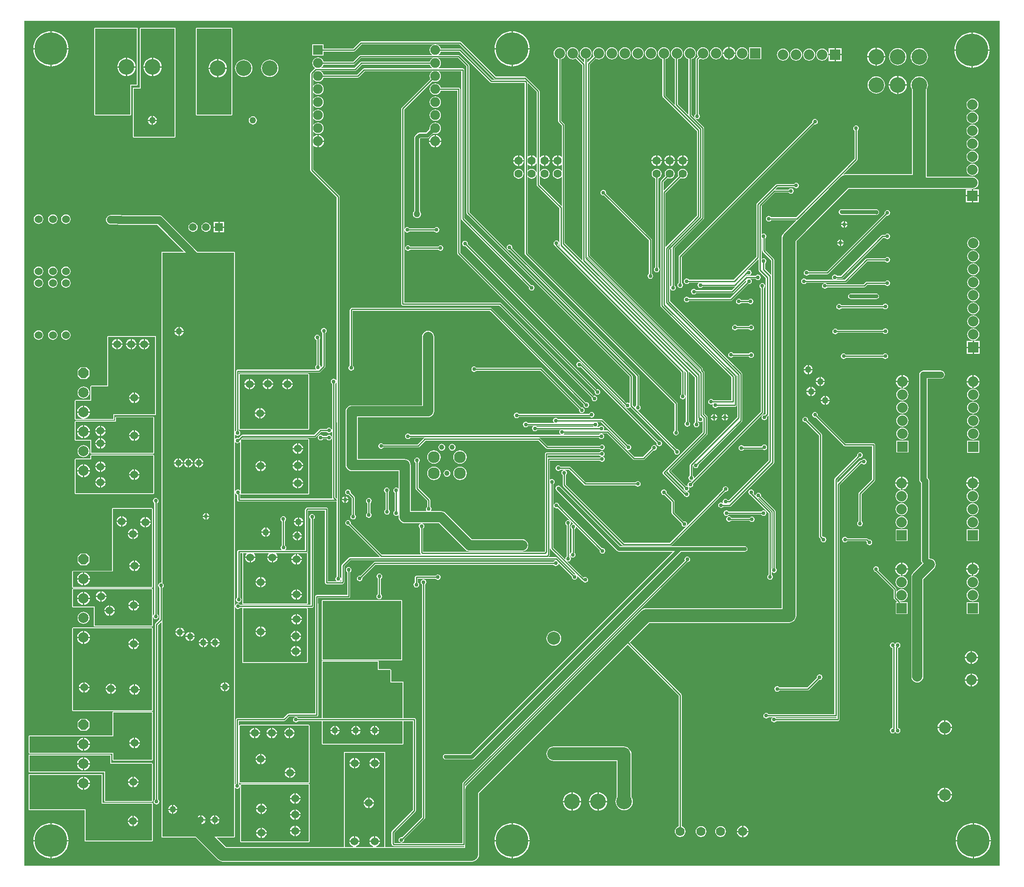
<source format=gbl>
G04*
G04 #@! TF.GenerationSoftware,Altium Limited,Altium Designer,19.0.10 (269)*
G04*
G04 Layer_Physical_Order=2*
G04 Layer_Color=16711680*
%FSLAX25Y25*%
%MOIN*%
G70*
G01*
G75*
%ADD10C,0.01000*%
%ADD24R,0.08000X0.08000*%
%ADD64C,0.08000*%
%ADD65C,0.06000*%
%ADD66R,0.08000X0.08000*%
%ADD67R,0.07480X0.07480*%
%ADD68C,0.07480*%
%ADD69C,0.06299*%
%ADD70C,0.10000*%
%ADD71C,0.12000*%
%ADD72C,0.09055*%
%ADD73C,0.07874*%
%ADD74P,0.08523X8X292.5*%
%ADD75C,0.05906*%
%ADD76R,0.05906X0.05906*%
%ADD77C,0.07000*%
%ADD78C,0.25000*%
%ADD79C,0.03900*%
%ADD80C,0.03000*%
%ADD81C,0.05000*%
%ADD82C,0.06000*%
%ADD83C,0.03000*%
%ADD84C,0.05000*%
%ADD86C,0.00600*%
%ADD87C,0.08000*%
%ADD88C,0.10000*%
G36*
X749383Y617D02*
X617D01*
Y649383D01*
X749383D01*
Y617D01*
D02*
G37*
%LPC*%
G36*
X375500Y641502D02*
Y628500D01*
X388502D01*
X388375Y630118D01*
X387879Y632185D01*
X387066Y634148D01*
X385956Y635960D01*
X384576Y637575D01*
X382960Y638955D01*
X381148Y640066D01*
X379185Y640879D01*
X377118Y641375D01*
X375500Y641502D01*
D02*
G37*
G36*
X374500D02*
X372882Y641375D01*
X370815Y640879D01*
X368852Y640066D01*
X367040Y638955D01*
X365424Y637575D01*
X364044Y635960D01*
X362934Y634148D01*
X362121Y632185D01*
X361625Y630118D01*
X361498Y628500D01*
X374500D01*
Y641502D01*
D02*
G37*
G36*
X21500D02*
Y628500D01*
X34502D01*
X34375Y630118D01*
X33879Y632185D01*
X33066Y634148D01*
X31956Y635960D01*
X30575Y637575D01*
X28960Y638955D01*
X27148Y640066D01*
X25185Y640879D01*
X23118Y641375D01*
X21500Y641502D01*
D02*
G37*
G36*
X20500D02*
X18882Y641375D01*
X16815Y640879D01*
X14852Y640066D01*
X13040Y638955D01*
X11424Y637575D01*
X10045Y635960D01*
X8934Y634148D01*
X8121Y632185D01*
X7625Y630118D01*
X7498Y628500D01*
X20500D01*
Y641502D01*
D02*
G37*
G36*
X728500Y640502D02*
Y627500D01*
X741502D01*
X741375Y629118D01*
X740879Y631185D01*
X740066Y633148D01*
X738955Y634960D01*
X737575Y636576D01*
X735960Y637956D01*
X734148Y639066D01*
X732185Y639879D01*
X730118Y640375D01*
X728500Y640502D01*
D02*
G37*
G36*
X727500D02*
X725882Y640375D01*
X723815Y639879D01*
X721852Y639066D01*
X720040Y637956D01*
X718425Y636576D01*
X717044Y634960D01*
X715934Y633148D01*
X715121Y631185D01*
X714625Y629118D01*
X714498Y627500D01*
X727500D01*
Y640502D01*
D02*
G37*
G36*
X542000Y629477D02*
Y625000D01*
X546477D01*
X546371Y625805D01*
X545867Y627022D01*
X545066Y628066D01*
X544022Y628867D01*
X542805Y629371D01*
X542000Y629477D01*
D02*
G37*
G36*
X541000D02*
X540195Y629371D01*
X538978Y628867D01*
X537934Y628066D01*
X537133Y627022D01*
X536629Y625805D01*
X536523Y625000D01*
X541000D01*
Y629477D01*
D02*
G37*
G36*
X628000Y628500D02*
X623500D01*
Y624000D01*
X628000D01*
Y628500D01*
D02*
G37*
G36*
X622500D02*
X618000D01*
Y624000D01*
X622500D01*
Y628500D01*
D02*
G37*
G36*
X654965Y628811D02*
Y622327D01*
X661450D01*
X661364Y623199D01*
X660963Y624518D01*
X660313Y625735D01*
X659439Y626800D01*
X658373Y627675D01*
X657157Y628325D01*
X655837Y628725D01*
X654965Y628811D01*
D02*
G37*
G36*
X653965Y628811D02*
X653093Y628725D01*
X651773Y628325D01*
X650557Y627675D01*
X649491Y626800D01*
X648617Y625735D01*
X647966Y624518D01*
X647566Y623199D01*
X647480Y622327D01*
X653965D01*
Y628811D01*
D02*
G37*
G36*
X566100Y629100D02*
X556900D01*
Y619900D01*
X566100D01*
Y629100D01*
D02*
G37*
G36*
X531500Y629140D02*
X530299Y628982D01*
X529180Y628518D01*
X528219Y627781D01*
X527482Y626820D01*
X527018Y625701D01*
X526860Y624500D01*
X527018Y623299D01*
X527482Y622180D01*
X528219Y621219D01*
X529180Y620482D01*
X530299Y620018D01*
X531500Y619860D01*
X532701Y620018D01*
X533820Y620482D01*
X534781Y621219D01*
X535518Y622180D01*
X535982Y623299D01*
X536140Y624500D01*
X535982Y625701D01*
X535518Y626820D01*
X534781Y627781D01*
X533820Y628518D01*
X532701Y628982D01*
X531500Y629140D01*
D02*
G37*
G36*
X521500D02*
X520299Y628982D01*
X519180Y628518D01*
X518219Y627781D01*
X517482Y626820D01*
X517018Y625701D01*
X516860Y624500D01*
X517018Y623299D01*
X517482Y622180D01*
X517531Y622117D01*
X516207Y620793D01*
X515964Y620429D01*
X515878Y620000D01*
X515878Y620000D01*
Y577957D01*
X515486Y577695D01*
X515022Y577001D01*
X514859Y576181D01*
X515022Y575362D01*
X515486Y574667D01*
X516181Y574203D01*
X517000Y574040D01*
X517819Y574203D01*
X518514Y574667D01*
X518978Y575362D01*
X519141Y576181D01*
X518978Y577001D01*
X518514Y577695D01*
X518122Y577957D01*
Y619535D01*
X519117Y620531D01*
X519180Y620482D01*
X520299Y620018D01*
X521500Y619860D01*
X522701Y620018D01*
X523820Y620482D01*
X524781Y621219D01*
X525518Y622180D01*
X525982Y623299D01*
X526140Y624500D01*
X525982Y625701D01*
X525518Y626820D01*
X524781Y627781D01*
X523820Y628518D01*
X522701Y628982D01*
X521500Y629140D01*
D02*
G37*
G36*
X481500D02*
X480299Y628982D01*
X479180Y628518D01*
X478219Y627781D01*
X477482Y626820D01*
X477018Y625701D01*
X476860Y624500D01*
X477018Y623299D01*
X477482Y622180D01*
X478219Y621219D01*
X479180Y620482D01*
X480299Y620018D01*
X481500Y619860D01*
X482701Y620018D01*
X483820Y620482D01*
X484781Y621219D01*
X485518Y622180D01*
X485982Y623299D01*
X486140Y624500D01*
X485982Y625701D01*
X485518Y626820D01*
X484781Y627781D01*
X483820Y628518D01*
X482701Y628982D01*
X481500Y629140D01*
D02*
G37*
G36*
X451500D02*
X450299Y628982D01*
X449180Y628518D01*
X448219Y627781D01*
X447482Y626820D01*
X447018Y625701D01*
X446860Y624500D01*
X447018Y623299D01*
X447482Y622180D01*
X448219Y621219D01*
X449180Y620482D01*
X450299Y620018D01*
X451500Y619860D01*
X452701Y620018D01*
X453820Y620482D01*
X454781Y621219D01*
X455518Y622180D01*
X455982Y623299D01*
X456140Y624500D01*
X455982Y625701D01*
X455518Y626820D01*
X454781Y627781D01*
X453820Y628518D01*
X452701Y628982D01*
X451500Y629140D01*
D02*
G37*
G36*
X551500Y629140D02*
X550299Y628982D01*
X549180Y628518D01*
X548219Y627781D01*
X547482Y626820D01*
X547018Y625701D01*
X546860Y624500D01*
X547018Y623299D01*
X547482Y622180D01*
X548219Y621219D01*
X549180Y620482D01*
X550299Y620018D01*
X551500Y619860D01*
X552701Y620018D01*
X553820Y620482D01*
X554781Y621219D01*
X555518Y622180D01*
X555982Y623299D01*
X556140Y624500D01*
X555982Y625701D01*
X555518Y626820D01*
X554781Y627781D01*
X553820Y628518D01*
X552701Y628982D01*
X551500Y629140D01*
D02*
G37*
G36*
X471500D02*
X470299Y628982D01*
X469180Y628518D01*
X468219Y627781D01*
X467482Y626820D01*
X467018Y625701D01*
X466860Y624500D01*
X467018Y623299D01*
X467482Y622180D01*
X468219Y621219D01*
X469180Y620482D01*
X470299Y620018D01*
X471500Y619860D01*
X472701Y620018D01*
X473820Y620482D01*
X474781Y621219D01*
X475518Y622180D01*
X475982Y623299D01*
X476140Y624500D01*
X475982Y625701D01*
X475518Y626820D01*
X474781Y627781D01*
X473820Y628518D01*
X472701Y628982D01*
X471500Y629140D01*
D02*
G37*
G36*
X461500D02*
X460299Y628982D01*
X459180Y628518D01*
X458219Y627781D01*
X457482Y626820D01*
X457018Y625701D01*
X456860Y624500D01*
X457018Y623299D01*
X457482Y622180D01*
X458219Y621219D01*
X459180Y620482D01*
X460299Y620018D01*
X461500Y619860D01*
X462701Y620018D01*
X463820Y620482D01*
X464781Y621219D01*
X465518Y622180D01*
X465982Y623299D01*
X466140Y624500D01*
X465982Y625701D01*
X465518Y626820D01*
X464781Y627781D01*
X463820Y628518D01*
X462701Y628982D01*
X461500Y629140D01*
D02*
G37*
G36*
X546477Y624000D02*
X542000D01*
Y619523D01*
X542805Y619629D01*
X544022Y620132D01*
X545066Y620934D01*
X545867Y621978D01*
X546371Y623195D01*
X546477Y624000D01*
D02*
G37*
G36*
X541000D02*
X536523D01*
X536629Y623195D01*
X537133Y621978D01*
X537934Y620934D01*
X538978Y620132D01*
X540195Y619629D01*
X541000Y619523D01*
Y624000D01*
D02*
G37*
G36*
X613000Y628140D02*
X611799Y627982D01*
X610680Y627518D01*
X609719Y626781D01*
X608982Y625820D01*
X608518Y624701D01*
X608360Y623500D01*
X608518Y622299D01*
X608982Y621180D01*
X609719Y620219D01*
X610680Y619482D01*
X611799Y619018D01*
X613000Y618860D01*
X614201Y619018D01*
X615320Y619482D01*
X616281Y620219D01*
X617018Y621180D01*
X617482Y622299D01*
X617640Y623500D01*
X617482Y624701D01*
X617018Y625820D01*
X616281Y626781D01*
X615320Y627518D01*
X614201Y627982D01*
X613000Y628140D01*
D02*
G37*
G36*
X603000D02*
X601799Y627982D01*
X600680Y627518D01*
X599719Y626781D01*
X598982Y625820D01*
X598518Y624701D01*
X598360Y623500D01*
X598518Y622299D01*
X598982Y621180D01*
X599719Y620219D01*
X600680Y619482D01*
X601799Y619018D01*
X603000Y618860D01*
X604201Y619018D01*
X605320Y619482D01*
X606281Y620219D01*
X607018Y621180D01*
X607482Y622299D01*
X607640Y623500D01*
X607482Y624701D01*
X607018Y625820D01*
X606281Y626781D01*
X605320Y627518D01*
X604201Y627982D01*
X603000Y628140D01*
D02*
G37*
G36*
X593000D02*
X591799Y627982D01*
X590680Y627518D01*
X589719Y626781D01*
X588982Y625820D01*
X588518Y624701D01*
X588360Y623500D01*
X588518Y622299D01*
X588982Y621180D01*
X589719Y620219D01*
X590680Y619482D01*
X591799Y619018D01*
X593000Y618860D01*
X594201Y619018D01*
X595320Y619482D01*
X596281Y620219D01*
X597018Y621180D01*
X597482Y622299D01*
X597640Y623500D01*
X597482Y624701D01*
X597018Y625820D01*
X596281Y626781D01*
X595320Y627518D01*
X594201Y627982D01*
X593000Y628140D01*
D02*
G37*
G36*
X583000D02*
X581799Y627982D01*
X580680Y627518D01*
X579719Y626781D01*
X578982Y625820D01*
X578518Y624701D01*
X578360Y623500D01*
X578518Y622299D01*
X578982Y621180D01*
X579719Y620219D01*
X580680Y619482D01*
X581799Y619018D01*
X583000Y618860D01*
X584201Y619018D01*
X585320Y619482D01*
X586281Y620219D01*
X587018Y621180D01*
X587482Y622299D01*
X587640Y623500D01*
X587482Y624701D01*
X587018Y625820D01*
X586281Y626781D01*
X585320Y627518D01*
X584201Y627982D01*
X583000Y628140D01*
D02*
G37*
G36*
X628000Y623000D02*
X623500D01*
Y618500D01*
X628000D01*
Y623000D01*
D02*
G37*
G36*
X622500D02*
X618000D01*
Y618500D01*
X622500D01*
Y623000D01*
D02*
G37*
G36*
X687535Y628459D02*
X686241Y628331D01*
X684997Y627954D01*
X683850Y627341D01*
X682845Y626516D01*
X682021Y625511D01*
X681408Y624365D01*
X681031Y623121D01*
X680903Y621827D01*
X681031Y620533D01*
X681408Y619289D01*
X682021Y618142D01*
X682845Y617137D01*
X683850Y616313D01*
X684997Y615700D01*
X686241Y615322D01*
X687535Y615195D01*
X688829Y615322D01*
X690073Y615700D01*
X691220Y616313D01*
X692225Y617137D01*
X693049Y618142D01*
X693662Y619289D01*
X694039Y620533D01*
X694167Y621827D01*
X694039Y623121D01*
X693662Y624365D01*
X693049Y625511D01*
X692225Y626516D01*
X691220Y627341D01*
X690073Y627954D01*
X688829Y628331D01*
X687535Y628459D01*
D02*
G37*
G36*
X671000D02*
X669706Y628331D01*
X668462Y627954D01*
X667315Y627341D01*
X666311Y626516D01*
X665486Y625511D01*
X664873Y624365D01*
X664496Y623121D01*
X664368Y621827D01*
X664496Y620533D01*
X664873Y619289D01*
X665486Y618142D01*
X666311Y617137D01*
X667315Y616313D01*
X668462Y615700D01*
X669706Y615322D01*
X671000Y615195D01*
X672294Y615322D01*
X673538Y615700D01*
X674684Y616313D01*
X675690Y617137D01*
X676514Y618142D01*
X677127Y619289D01*
X677504Y620533D01*
X677632Y621827D01*
X677504Y623121D01*
X677127Y624365D01*
X676514Y625511D01*
X675690Y626516D01*
X674684Y627341D01*
X673538Y627954D01*
X672294Y628331D01*
X671000Y628459D01*
D02*
G37*
G36*
X661450Y621327D02*
X654965D01*
Y614842D01*
X655837Y614928D01*
X657157Y615328D01*
X658373Y615978D01*
X659439Y616853D01*
X660313Y617919D01*
X660963Y619135D01*
X661364Y620455D01*
X661450Y621327D01*
D02*
G37*
G36*
X653965D02*
X647480D01*
X647566Y620455D01*
X647966Y619135D01*
X648617Y617919D01*
X649491Y616853D01*
X650557Y615978D01*
X651773Y615328D01*
X653093Y614928D01*
X653965Y614842D01*
Y621327D01*
D02*
G37*
G36*
X388502Y627500D02*
X375500D01*
Y614498D01*
X377118Y614625D01*
X379185Y615121D01*
X381148Y615934D01*
X382960Y617044D01*
X384576Y618425D01*
X385956Y620040D01*
X387066Y621852D01*
X387879Y623815D01*
X388375Y625882D01*
X388502Y627500D01*
D02*
G37*
G36*
X374500D02*
X361498D01*
X361625Y625882D01*
X362121Y623815D01*
X362934Y621852D01*
X364044Y620040D01*
X365424Y618425D01*
X367040Y617044D01*
X368852Y615934D01*
X370815Y615121D01*
X372882Y614625D01*
X374500Y614498D01*
Y627500D01*
D02*
G37*
G36*
X34502D02*
X21500D01*
Y614498D01*
X23118Y614625D01*
X25185Y615121D01*
X27148Y615934D01*
X28960Y617044D01*
X30575Y618425D01*
X31956Y620040D01*
X33066Y621852D01*
X33879Y623815D01*
X34375Y625882D01*
X34502Y627500D01*
D02*
G37*
G36*
X20500D02*
X7498D01*
X7625Y625882D01*
X8121Y623815D01*
X8934Y621852D01*
X10045Y620040D01*
X11424Y618425D01*
X13040Y617044D01*
X14852Y615934D01*
X16815Y615121D01*
X18882Y614625D01*
X20500Y614498D01*
Y627500D01*
D02*
G37*
G36*
X741502Y626500D02*
X728500D01*
Y613498D01*
X730118Y613625D01*
X732185Y614121D01*
X734148Y614934D01*
X735960Y616045D01*
X737575Y617424D01*
X738955Y619040D01*
X740066Y620852D01*
X740879Y622815D01*
X741375Y624882D01*
X741502Y626500D01*
D02*
G37*
G36*
X727500D02*
X714498D01*
X714625Y624882D01*
X715121Y622815D01*
X715934Y620852D01*
X717044Y619040D01*
X718425Y617424D01*
X720040Y616045D01*
X721852Y614934D01*
X723815Y614121D01*
X725882Y613625D01*
X727500Y613498D01*
Y626500D01*
D02*
G37*
G36*
X189000Y619632D02*
X187706Y619504D01*
X186462Y619127D01*
X185316Y618514D01*
X184310Y617690D01*
X183486Y616684D01*
X182873Y615538D01*
X182495Y614294D01*
X182368Y613000D01*
X182495Y611706D01*
X182873Y610462D01*
X183486Y609315D01*
X184310Y608311D01*
X185316Y607486D01*
X186462Y606873D01*
X187706Y606496D01*
X189000Y606368D01*
X190294Y606496D01*
X191538Y606873D01*
X192684Y607486D01*
X193690Y608311D01*
X194514Y609315D01*
X195127Y610462D01*
X195504Y611706D01*
X195632Y613000D01*
X195504Y614294D01*
X195127Y615538D01*
X194514Y616684D01*
X193690Y617690D01*
X192684Y618514D01*
X191538Y619127D01*
X190294Y619504D01*
X189000Y619632D01*
D02*
G37*
G36*
X169000D02*
X167706Y619504D01*
X166462Y619127D01*
X165315Y618514D01*
X164311Y617690D01*
X163486Y616684D01*
X162873Y615538D01*
X162496Y614294D01*
X162368Y613000D01*
X162496Y611706D01*
X162873Y610462D01*
X163486Y609315D01*
X164311Y608311D01*
X165315Y607486D01*
X166462Y606873D01*
X167706Y606496D01*
X169000Y606368D01*
X170294Y606496D01*
X171538Y606873D01*
X172685Y607486D01*
X173689Y608311D01*
X174514Y609315D01*
X175127Y610462D01*
X175505Y611706D01*
X175632Y613000D01*
X175505Y614294D01*
X175127Y615538D01*
X174514Y616684D01*
X173689Y617690D01*
X172685Y618514D01*
X171538Y619127D01*
X170294Y619504D01*
X169000Y619632D01*
D02*
G37*
G36*
X335000Y633622D02*
X335000Y633622D01*
X259000D01*
X258571Y633536D01*
X258207Y633293D01*
X258207Y633293D01*
X253035Y628122D01*
X230340D01*
Y631340D01*
X221660D01*
Y622660D01*
X230340D01*
Y625878D01*
X253500D01*
X253500Y625878D01*
X253929Y625964D01*
X254293Y626207D01*
X259465Y631378D01*
X334535D01*
X361207Y604707D01*
X361207Y604707D01*
X361571Y604464D01*
X362000Y604378D01*
X362000Y604378D01*
X384463D01*
X384720Y604122D01*
X359465D01*
X335793Y627793D01*
X335429Y628036D01*
X335000Y628122D01*
X335000Y628122D01*
X320230D01*
X320228Y628133D01*
X319791Y629189D01*
X319095Y630095D01*
X318189Y630791D01*
X317133Y631228D01*
X316000Y631378D01*
X314867Y631228D01*
X313811Y630791D01*
X312905Y630095D01*
X312209Y629189D01*
X311772Y628133D01*
X311622Y627000D01*
X311772Y625867D01*
X312209Y624811D01*
X312905Y623905D01*
X313811Y623209D01*
X313815Y623207D01*
X258586D01*
X258157Y623122D01*
X257793Y622879D01*
X257793Y622879D01*
X253035Y618122D01*
X230230D01*
X230228Y618133D01*
X229791Y619189D01*
X229095Y620095D01*
X228189Y620791D01*
X227133Y621228D01*
X226000Y621378D01*
X224867Y621228D01*
X223811Y620791D01*
X222905Y620095D01*
X222209Y619189D01*
X221772Y618133D01*
X221622Y617000D01*
X221772Y615867D01*
X222209Y614811D01*
X222905Y613905D01*
X223811Y613209D01*
X223869Y613185D01*
X223522Y612953D01*
X220367Y609798D01*
X220124Y609434D01*
X220038Y609005D01*
X220038Y609005D01*
Y534840D01*
X220038Y534840D01*
X220124Y534411D01*
X220367Y534047D01*
X240378Y514036D01*
X240378Y341263D01*
X240378Y341263D01*
X240464Y340834D01*
X240478Y340812D01*
Y282339D01*
X239122Y283696D01*
Y370724D01*
X239514Y370986D01*
X239978Y371681D01*
X240141Y372500D01*
X239978Y373319D01*
X239514Y374014D01*
X238819Y374478D01*
X238000Y374641D01*
X237181Y374478D01*
X236486Y374014D01*
X236022Y373319D01*
X235859Y372500D01*
X236022Y371681D01*
X236486Y370986D01*
X236878Y370724D01*
Y283231D01*
X236878Y283231D01*
X236964Y282802D01*
X237084Y282622D01*
X166184D01*
Y285937D01*
X166138Y286171D01*
X166353Y286494D01*
X166541Y286041D01*
X167000Y285851D01*
X218500D01*
X218959Y286041D01*
X219149Y286500D01*
Y328000D01*
X218959Y328459D01*
X218500Y328649D01*
X167700D01*
X168429Y329379D01*
X223464D01*
X223464Y329378D01*
X223894Y329464D01*
X224257Y329707D01*
X228429Y333878D01*
X232724D01*
X232986Y333486D01*
X233681Y333022D01*
X234500Y332859D01*
X235319Y333022D01*
X236014Y333486D01*
X236478Y334181D01*
X236641Y335000D01*
X236478Y335819D01*
X236014Y336514D01*
X235319Y336978D01*
X234500Y337141D01*
X233681Y336978D01*
X232986Y336514D01*
X232724Y336122D01*
X227964D01*
X227964Y336122D01*
X227535Y336036D01*
X227171Y335793D01*
X227171Y335793D01*
X223000Y331622D01*
X167964D01*
X167535Y331536D01*
X167171Y331293D01*
X167171Y331293D01*
X165011Y329133D01*
X164914Y329198D01*
X164094Y329361D01*
X163275Y329198D01*
X162581Y328734D01*
X162149Y328089D01*
Y332634D01*
X162240Y332181D01*
X162704Y331486D01*
X163399Y331022D01*
X164218Y330859D01*
X165037Y331022D01*
X165732Y331486D01*
X166196Y332181D01*
X166359Y333000D01*
X166196Y333819D01*
X165732Y334514D01*
X165339Y334776D01*
Y379418D01*
X226858D01*
X226858Y379418D01*
X227287Y379503D01*
X227651Y379747D01*
X231293Y383388D01*
X231293Y383389D01*
X231536Y383752D01*
X231622Y384182D01*
X231622Y384182D01*
Y409724D01*
X232014Y409986D01*
X232478Y410681D01*
X232641Y411500D01*
X232478Y412319D01*
X232014Y413014D01*
X231319Y413478D01*
X230500Y413641D01*
X229681Y413478D01*
X228986Y413014D01*
X228522Y412319D01*
X228359Y411500D01*
X228522Y410681D01*
X228986Y409986D01*
X229379Y409724D01*
Y384646D01*
X228118Y383386D01*
X228141Y383500D01*
X227978Y384319D01*
X227514Y385014D01*
X227121Y385276D01*
Y404947D01*
X227478Y405481D01*
X227641Y406300D01*
X227478Y407119D01*
X227014Y407814D01*
X226319Y408278D01*
X225500Y408441D01*
X224681Y408278D01*
X223986Y407814D01*
X223522Y407119D01*
X223359Y406300D01*
X223522Y405481D01*
X223986Y404786D01*
X224681Y404322D01*
X224879Y404283D01*
Y385276D01*
X224486Y385014D01*
X224022Y384319D01*
X223859Y383500D01*
X224022Y382681D01*
X224486Y381986D01*
X224972Y381661D01*
X164218D01*
X163789Y381576D01*
X163425Y381333D01*
X163182Y380969D01*
X163096Y380540D01*
Y334776D01*
X162704Y334514D01*
X162240Y333819D01*
X162149Y333366D01*
Y471500D01*
X161959Y471959D01*
X161500Y472149D01*
X133574D01*
X106656Y499068D01*
X105904Y499645D01*
X105028Y500007D01*
X104088Y500131D01*
X75160D01*
X74400Y500231D01*
X66900D01*
X65960Y500107D01*
X65084Y499745D01*
X64332Y499168D01*
X63755Y498416D01*
X63393Y497540D01*
X63269Y496600D01*
X63393Y495660D01*
X63755Y494784D01*
X64332Y494032D01*
X65084Y493455D01*
X65960Y493093D01*
X66900Y492969D01*
X72240D01*
X73000Y492869D01*
X102584D01*
X123304Y472149D01*
X106520D01*
X106061Y471959D01*
X106021Y471920D01*
X105831Y471460D01*
Y218075D01*
X105500Y218141D01*
X104681Y217978D01*
X103986Y217514D01*
X103522Y216819D01*
X103359Y216000D01*
X103522Y215181D01*
X103986Y214486D01*
X104378Y214224D01*
Y189933D01*
X101207Y186762D01*
X100964Y186398D01*
X100878Y185968D01*
X100878Y185968D01*
Y51776D01*
X100486Y51514D01*
X100022Y50819D01*
X99859Y50000D01*
X100022Y49181D01*
X100486Y48486D01*
X101181Y48022D01*
X102000Y47859D01*
X102819Y48022D01*
X103514Y48486D01*
X103978Y49181D01*
X104141Y50000D01*
X103978Y50819D01*
X103514Y51514D01*
X103122Y51776D01*
Y185504D01*
X105831Y188213D01*
Y23000D01*
X106021Y22541D01*
X106480Y22351D01*
X132163D01*
X149007Y5506D01*
X149007Y5506D01*
X149670Y4998D01*
X150177Y4608D01*
X151540Y4044D01*
X153001Y3852D01*
X344032D01*
X345493Y4044D01*
X346856Y4608D01*
X348025Y5506D01*
X348923Y6676D01*
X349487Y8038D01*
X349680Y9500D01*
Y56482D01*
X463701Y170503D01*
X502878Y131325D01*
Y30973D01*
X501932Y30581D01*
X501076Y29924D01*
X500419Y29068D01*
X500005Y28070D01*
X499865Y27000D01*
X500005Y25930D01*
X500419Y24932D01*
X501076Y24076D01*
X501932Y23419D01*
X502930Y23006D01*
X504000Y22865D01*
X505070Y23006D01*
X506068Y23419D01*
X506924Y24076D01*
X507581Y24932D01*
X507995Y25930D01*
X508135Y27000D01*
X507995Y28070D01*
X507581Y29068D01*
X506924Y29924D01*
X506068Y30581D01*
X505122Y30973D01*
Y131790D01*
X505122Y131790D01*
X505036Y132219D01*
X504793Y132583D01*
X465287Y172089D01*
X480350Y187152D01*
X587500D01*
X588962Y187344D01*
X590324Y187908D01*
X591494Y188806D01*
X592392Y189976D01*
X592956Y191338D01*
X593148Y192800D01*
X593148Y480196D01*
X633304Y520352D01*
X687535D01*
X688431Y520470D01*
X728391D01*
X729592Y520628D01*
X730711Y521091D01*
X731671Y521829D01*
X732409Y522789D01*
X732872Y523909D01*
X733030Y525109D01*
X732872Y526310D01*
X732409Y527429D01*
X731671Y528390D01*
X730711Y529127D01*
X729592Y529591D01*
X728391Y529749D01*
X693183D01*
Y596739D01*
X693662Y597635D01*
X694039Y598879D01*
X694167Y600173D01*
X694039Y601467D01*
X693662Y602711D01*
X693049Y603858D01*
X692225Y604863D01*
X691220Y605688D01*
X690073Y606300D01*
X688829Y606678D01*
X687535Y606805D01*
X686241Y606678D01*
X684997Y606300D01*
X683850Y605688D01*
X682845Y604863D01*
X682021Y603858D01*
X681408Y602711D01*
X681031Y601467D01*
X680903Y600173D01*
X681031Y598879D01*
X681408Y597635D01*
X681887Y596739D01*
Y531648D01*
X630965D01*
X630964Y531648D01*
X629502Y531456D01*
X628716Y531130D01*
X639793Y542207D01*
X639793Y542207D01*
X640036Y542571D01*
X640122Y543000D01*
X640122Y543000D01*
Y565224D01*
X640514Y565486D01*
X640978Y566181D01*
X641141Y567000D01*
X640978Y567819D01*
X640514Y568514D01*
X639819Y568978D01*
X639000Y569141D01*
X638181Y568978D01*
X637486Y568514D01*
X637022Y567819D01*
X636859Y567000D01*
X637022Y566181D01*
X637486Y565486D01*
X637878Y565224D01*
Y543465D01*
X593035Y498622D01*
X573776D01*
X573514Y499014D01*
X572819Y499478D01*
X572000Y499641D01*
X571181Y499478D01*
X570486Y499014D01*
X570022Y498319D01*
X569859Y497500D01*
X570022Y496681D01*
X570486Y495986D01*
X571181Y495522D01*
X572000Y495359D01*
X572819Y495522D01*
X573514Y495986D01*
X573776Y496378D01*
X593355D01*
X583506Y486530D01*
X582608Y485360D01*
X582044Y483997D01*
X581852Y482536D01*
X581852Y482536D01*
X581852Y198448D01*
X478010D01*
X478010Y198448D01*
X476548Y198256D01*
X475186Y197692D01*
X474016Y196794D01*
X456506Y179284D01*
X456506Y179284D01*
X340037Y62815D01*
X339140Y61646D01*
X339053Y61436D01*
Y63467D01*
X509454Y233868D01*
X509500Y233859D01*
X510319Y234022D01*
X511014Y234486D01*
X511478Y235181D01*
X511641Y236000D01*
X511478Y236819D01*
X511014Y237514D01*
X510319Y237978D01*
X509500Y238141D01*
X508681Y237978D01*
X507986Y237514D01*
X507522Y236819D01*
X507359Y236000D01*
X507522Y235181D01*
X507551Y235137D01*
X337138Y64724D01*
X336895Y64361D01*
X336810Y63932D01*
X336810Y63931D01*
Y18122D01*
X284622D01*
Y26035D01*
X300793Y42207D01*
X300793Y42207D01*
X301036Y42571D01*
X301121Y43000D01*
Y112900D01*
X301036Y113329D01*
X300793Y113693D01*
X300429Y113936D01*
X300000Y114022D01*
X291649D01*
Y141518D01*
X291459Y141977D01*
X291000Y142167D01*
X282149D01*
Y150961D01*
X281959Y151420D01*
X281920Y151459D01*
X281460Y151649D01*
X272649D01*
Y157500D01*
X272459Y157959D01*
X272000Y158149D01*
X229518D01*
X229059Y157959D01*
X228869Y157500D01*
Y114022D01*
X225351D01*
X225329Y114036D01*
X224900Y114122D01*
X224900Y114122D01*
X210776D01*
X210514Y114514D01*
X209819Y114978D01*
X209000Y115141D01*
X208181Y114978D01*
X207486Y114514D01*
X207022Y113819D01*
X206859Y113000D01*
X207022Y112181D01*
X207486Y111486D01*
X208181Y111022D01*
X209000Y110859D01*
X209819Y111022D01*
X210514Y111486D01*
X210776Y111878D01*
X224549D01*
X224571Y111864D01*
X225000Y111778D01*
X225000Y111778D01*
X228869D01*
Y94500D01*
X229059Y94041D01*
X229518Y93851D01*
X291000D01*
X291459Y94041D01*
X291649Y94500D01*
Y111778D01*
X298879D01*
Y43465D01*
X282707Y27293D01*
X282464Y26929D01*
X282378Y26500D01*
X282379Y26500D01*
Y17586D01*
X282378Y17586D01*
X282464Y17157D01*
X282707Y16793D01*
X283293Y16207D01*
X283293Y16207D01*
X283657Y15964D01*
X284086Y15879D01*
X337931D01*
X338361Y15964D01*
X338383Y15979D01*
Y15148D01*
X277649D01*
Y87500D01*
X277592Y87640D01*
X277581Y87790D01*
X277581Y87790D01*
X277500Y87861D01*
X277459Y87959D01*
D01*
X277459Y87959D01*
X277320Y88017D01*
X277205Y88116D01*
X277099Y88108D01*
X277000Y88149D01*
X246500D01*
X246041Y87959D01*
X245851Y87500D01*
X245851Y15148D01*
X155341D01*
X148139Y22351D01*
X161500D01*
X161959Y22541D01*
X162149Y23000D01*
Y60990D01*
X162486Y60486D01*
X163181Y60022D01*
X164000Y59859D01*
X164819Y60022D01*
X165514Y60486D01*
X165978Y61181D01*
X166141Y62000D01*
X165978Y62819D01*
X165514Y63514D01*
X165122Y63776D01*
Y111878D01*
X200000D01*
X200000Y111878D01*
X200429Y111964D01*
X200793Y112207D01*
X203965Y115378D01*
X225000D01*
X225429Y115464D01*
X225793Y115707D01*
X226036Y116071D01*
X226121Y116500D01*
Y202000D01*
X226122Y202000D01*
X226036Y202429D01*
X226022Y202451D01*
Y206379D01*
X249544D01*
X249973Y206464D01*
X250337Y206707D01*
X250580Y207071D01*
X250665Y207500D01*
Y226161D01*
X251058Y226423D01*
X251522Y227118D01*
X251685Y227937D01*
X251522Y228756D01*
X251058Y229451D01*
X250363Y229915D01*
X249544Y230078D01*
X248724Y229915D01*
X248030Y229451D01*
X247566Y228756D01*
X247403Y227937D01*
X247566Y227118D01*
X248030Y226423D01*
X248422Y226161D01*
Y208622D01*
X224900D01*
X224471Y208536D01*
X224107Y208293D01*
X223864Y207929D01*
X223779Y207500D01*
Y202100D01*
X223778Y202100D01*
X223864Y201671D01*
X223879Y201649D01*
Y117622D01*
X203500D01*
X203500Y117622D01*
X203071Y117536D01*
X202707Y117293D01*
X202707Y117293D01*
X199535Y114122D01*
X164000D01*
X163571Y114036D01*
X163207Y113793D01*
X162964Y113429D01*
X162878Y113000D01*
Y63776D01*
X162486Y63514D01*
X162149Y63010D01*
Y326351D01*
X162581Y325706D01*
X163275Y325242D01*
X164094Y325079D01*
X164914Y325242D01*
X165609Y325706D01*
X166073Y326400D01*
X166227Y327176D01*
X166351Y327300D01*
Y288510D01*
X166014Y289014D01*
X165319Y289478D01*
X164500Y289641D01*
X163681Y289478D01*
X162986Y289014D01*
X162522Y288319D01*
X162359Y287500D01*
X162522Y286681D01*
X162986Y285986D01*
X163681Y285522D01*
X163941Y285470D01*
Y281500D01*
X164027Y281071D01*
X164270Y280707D01*
X164634Y280464D01*
X165063Y280379D01*
X239731D01*
X239731Y280378D01*
X240160Y280464D01*
X240378Y280610D01*
Y222776D01*
X239986Y222514D01*
X239522Y221819D01*
X239359Y221000D01*
X239522Y220181D01*
X239986Y219486D01*
X240531Y219122D01*
X233622D01*
Y274604D01*
X233536Y275034D01*
X233293Y275397D01*
X232929Y275641D01*
X232500Y275726D01*
X217733D01*
X217304Y275641D01*
X216940Y275397D01*
X216940Y275397D01*
X216355Y274812D01*
X216111Y274448D01*
X216026Y274019D01*
X216026Y274019D01*
Y243122D01*
X200610D01*
X201014Y243391D01*
X201478Y244086D01*
X201641Y244905D01*
X201478Y245725D01*
X201014Y246420D01*
X200402Y246829D01*
Y265224D01*
X200794Y265486D01*
X201258Y266181D01*
X201421Y267000D01*
X201258Y267819D01*
X200794Y268514D01*
X200100Y268978D01*
X199280Y269141D01*
X198461Y268978D01*
X197766Y268514D01*
X197302Y267819D01*
X197139Y267000D01*
X197302Y266181D01*
X197766Y265486D01*
X198159Y265224D01*
Y246535D01*
X197986Y246420D01*
X197522Y245725D01*
X197359Y244905D01*
X197522Y244086D01*
X197986Y243391D01*
X198390Y243122D01*
X165063D01*
X164634Y243036D01*
X164270Y242793D01*
X164027Y242429D01*
X163941Y242000D01*
Y206741D01*
X163549Y206479D01*
X163085Y205784D01*
X162922Y204965D01*
X163085Y204145D01*
X163549Y203451D01*
X164244Y202987D01*
X165063Y202823D01*
X165882Y202987D01*
X166577Y203451D01*
X167041Y204145D01*
X167204Y204965D01*
X167041Y205784D01*
X166577Y206479D01*
X166184Y206741D01*
Y240879D01*
X167851D01*
Y202000D01*
X168041Y201541D01*
X168500Y201351D01*
X217500D01*
X217959Y201541D01*
X218149Y202000D01*
Y240589D01*
X218137Y240620D01*
X218146Y240653D01*
X218043Y240846D01*
X217959Y241049D01*
X217928Y241061D01*
X217912Y241091D01*
X217847Y241144D01*
X217941Y241207D01*
X218184Y241571D01*
X218269Y242000D01*
Y273483D01*
X231379D01*
Y218000D01*
X231464Y217571D01*
X231707Y217207D01*
X232071Y216964D01*
X232500Y216879D01*
X244414D01*
X244414Y216878D01*
X244843Y216964D01*
X245207Y217207D01*
X245893Y217893D01*
X245893Y217893D01*
X246136Y218257D01*
X246222Y218686D01*
X246222Y218686D01*
Y230679D01*
X250921Y235379D01*
X408354D01*
X408614Y235119D01*
X408500Y235141D01*
X407681Y234978D01*
X406986Y234514D01*
X406724Y234121D01*
X269647D01*
X269647Y234122D01*
X269218Y234036D01*
X268854Y233793D01*
X268854Y233793D01*
X258463Y223402D01*
X258000Y223494D01*
X257181Y223331D01*
X256486Y222867D01*
X256022Y222172D01*
X255859Y221353D01*
X256022Y220533D01*
X256486Y219839D01*
X257181Y219375D01*
X258000Y219212D01*
X258819Y219375D01*
X259514Y219839D01*
X259978Y220533D01*
X260141Y221353D01*
X260049Y221816D01*
X270112Y231878D01*
X406724D01*
X406986Y231486D01*
X407681Y231022D01*
X408500Y230859D01*
X409319Y231022D01*
X410014Y231486D01*
X410478Y232181D01*
X410641Y233000D01*
X410618Y233114D01*
X420854Y222879D01*
X420761Y222416D01*
X420925Y221596D01*
X421389Y220902D01*
X422083Y220438D01*
X422903Y220275D01*
X423722Y220438D01*
X424417Y220902D01*
X424881Y221596D01*
X425044Y222416D01*
X424881Y223235D01*
X424417Y223930D01*
X423722Y224394D01*
X422903Y224557D01*
X422440Y224465D01*
X409611Y237293D01*
X409248Y237536D01*
X408818Y237622D01*
X408818Y237621D01*
X402443D01*
X402637Y237751D01*
X403593Y238707D01*
X403593Y238707D01*
X403836Y239071D01*
X403922Y239500D01*
X403922Y239500D01*
Y294082D01*
X403986Y293986D01*
X404379Y293724D01*
Y244500D01*
X404378Y244500D01*
X404464Y244071D01*
X404707Y243707D01*
X428944Y219470D01*
X428944Y219470D01*
X429227Y219281D01*
X429582Y218749D01*
X430277Y218285D01*
X431096Y218122D01*
X431916Y218285D01*
X432610Y218749D01*
X433074Y219444D01*
X433237Y220263D01*
X433074Y221083D01*
X432610Y221777D01*
X431916Y222241D01*
X431096Y222404D01*
X430277Y222241D01*
X429718Y221868D01*
X416830Y234756D01*
X417181Y234522D01*
X418000Y234359D01*
X418819Y234522D01*
X419514Y234986D01*
X419978Y235681D01*
X420141Y236500D01*
X419978Y237319D01*
X419514Y238014D01*
X419122Y238276D01*
Y262224D01*
X419514Y262486D01*
X419978Y263181D01*
X420141Y264000D01*
X419978Y264819D01*
X419514Y265514D01*
X418819Y265978D01*
X418000Y266141D01*
X417181Y265978D01*
X416486Y265514D01*
X416022Y264819D01*
X415859Y264000D01*
X416022Y263181D01*
X416486Y262486D01*
X416878Y262224D01*
Y238276D01*
X416486Y238014D01*
X416022Y237319D01*
X415859Y236500D01*
X416022Y235681D01*
X416256Y235330D01*
X406622Y244965D01*
Y293724D01*
X407014Y293986D01*
X407478Y294681D01*
X407641Y295500D01*
X407478Y296319D01*
X407014Y297014D01*
X406319Y297478D01*
X405500Y297641D01*
X404681Y297478D01*
X403986Y297014D01*
X403922Y296918D01*
Y311878D01*
X442224D01*
X442486Y311486D01*
X443181Y311022D01*
X444000Y310859D01*
X444819Y311022D01*
X445514Y311486D01*
X445978Y312181D01*
X446141Y313000D01*
X445978Y313819D01*
X445514Y314514D01*
X444819Y314978D01*
X444624Y315017D01*
X444648Y315022D01*
X445342Y315486D01*
X445807Y316181D01*
X445970Y317000D01*
X445807Y317819D01*
X445342Y318514D01*
X444648Y318978D01*
X443828Y319141D01*
X443009Y318978D01*
X442314Y318514D01*
X442052Y318122D01*
X401200D01*
X400771Y318036D01*
X400407Y317793D01*
X400164Y317429D01*
X400078Y317000D01*
Y242045D01*
X399755Y241722D01*
X306622D01*
Y259724D01*
X307014Y259986D01*
X307478Y260681D01*
X307641Y261500D01*
X307478Y262319D01*
X307014Y263014D01*
X306319Y263478D01*
X305500Y263641D01*
X304681Y263478D01*
X303986Y263014D01*
X303522Y262319D01*
X303359Y261500D01*
X303522Y260681D01*
X303986Y259986D01*
X304379Y259724D01*
Y241186D01*
X304378Y241186D01*
X304464Y240757D01*
X304707Y240393D01*
X305293Y239807D01*
X305293Y239807D01*
X305504Y239666D01*
X274964D01*
X251093Y263537D01*
X251185Y264000D01*
X251022Y264819D01*
X250558Y265514D01*
X249863Y265978D01*
X249044Y266141D01*
X248224Y265978D01*
X247530Y265514D01*
X247066Y264819D01*
X246903Y264000D01*
X247066Y263180D01*
X247530Y262486D01*
X248224Y262021D01*
X249044Y261859D01*
X249507Y261951D01*
X273706Y237751D01*
X273706Y237751D01*
X273900Y237621D01*
X250456D01*
X250456Y237622D01*
X250027Y237536D01*
X249663Y237293D01*
X249663Y237293D01*
X244307Y231937D01*
X244064Y231573D01*
X243979Y231144D01*
X243979Y231144D01*
Y219150D01*
X243950Y219122D01*
X242469D01*
X243014Y219486D01*
X243478Y220181D01*
X243641Y221000D01*
X243478Y221819D01*
X243014Y222514D01*
X242621Y222776D01*
Y280655D01*
X242636Y280677D01*
X242722Y281106D01*
X242722Y281106D01*
Y341163D01*
X242722Y341163D01*
X242636Y341592D01*
X242621Y341614D01*
X242621Y514500D01*
X242536Y514929D01*
X242293Y515293D01*
X242293Y515293D01*
X222281Y535305D01*
Y554060D01*
X222619Y553619D01*
X223609Y552859D01*
X224763Y552382D01*
X225500Y552285D01*
Y557000D01*
Y561715D01*
X224763Y561618D01*
X223609Y561140D01*
X222619Y560381D01*
X222281Y559940D01*
Y564717D01*
X222905Y563905D01*
X223811Y563209D01*
X224867Y562772D01*
X226000Y562622D01*
X227133Y562772D01*
X228189Y563209D01*
X229095Y563905D01*
X229791Y564811D01*
X230228Y565867D01*
X230378Y567000D01*
X230228Y568133D01*
X229791Y569189D01*
X229095Y570095D01*
X228189Y570791D01*
X227133Y571228D01*
X226000Y571378D01*
X224867Y571228D01*
X223811Y570791D01*
X222905Y570095D01*
X222281Y569283D01*
Y574717D01*
X222905Y573905D01*
X223811Y573209D01*
X224867Y572772D01*
X226000Y572622D01*
X227133Y572772D01*
X228189Y573209D01*
X229095Y573905D01*
X229791Y574811D01*
X230228Y575867D01*
X230378Y577000D01*
X230228Y578133D01*
X229791Y579189D01*
X229095Y580095D01*
X228189Y580791D01*
X227133Y581228D01*
X226000Y581378D01*
X224867Y581228D01*
X223811Y580791D01*
X222905Y580095D01*
X222281Y579283D01*
Y584717D01*
X222905Y583905D01*
X223811Y583209D01*
X224867Y582772D01*
X226000Y582622D01*
X227133Y582772D01*
X228189Y583209D01*
X229095Y583905D01*
X229791Y584811D01*
X230228Y585867D01*
X230378Y587000D01*
X230228Y588133D01*
X229791Y589189D01*
X229095Y590095D01*
X228189Y590791D01*
X227133Y591228D01*
X226000Y591378D01*
X224867Y591228D01*
X223811Y590791D01*
X222905Y590095D01*
X222281Y589283D01*
Y594717D01*
X222905Y593905D01*
X223811Y593209D01*
X224867Y592772D01*
X226000Y592622D01*
X227133Y592772D01*
X228189Y593209D01*
X229095Y593905D01*
X229791Y594811D01*
X230228Y595867D01*
X230378Y597000D01*
X230228Y598133D01*
X229791Y599189D01*
X229095Y600095D01*
X228189Y600791D01*
X227133Y601228D01*
X226000Y601378D01*
X224867Y601228D01*
X223811Y600791D01*
X222905Y600095D01*
X222281Y599283D01*
Y604717D01*
X222905Y603905D01*
X223811Y603209D01*
X224867Y602772D01*
X226000Y602622D01*
X227133Y602772D01*
X228189Y603209D01*
X229095Y603905D01*
X229791Y604811D01*
X230228Y605867D01*
X230230Y605878D01*
X256500D01*
X256500Y605878D01*
X256929Y605964D01*
X257293Y606207D01*
X261805Y610719D01*
X313717D01*
X312905Y610095D01*
X312209Y609189D01*
X311772Y608133D01*
X311622Y607000D01*
X311772Y605867D01*
X312209Y604811D01*
X312216Y604802D01*
X290207Y582793D01*
X289964Y582429D01*
X289878Y582000D01*
X289879Y582000D01*
Y432000D01*
X289964Y431571D01*
X290207Y431207D01*
X290571Y430964D01*
X291000Y430878D01*
X365161D01*
X436077Y359963D01*
X435985Y359500D01*
X436148Y358681D01*
X436612Y357986D01*
X437307Y357522D01*
X438126Y357359D01*
X438945Y357522D01*
X439640Y357986D01*
X440104Y358681D01*
X440267Y359500D01*
X440104Y360319D01*
X439640Y361014D01*
X438945Y361478D01*
X438126Y361641D01*
X437663Y361549D01*
X366419Y432793D01*
X366055Y433036D01*
X365626Y433122D01*
X365626Y433122D01*
X292122D01*
Y581535D01*
X313802Y603216D01*
X313811Y603209D01*
X314867Y602772D01*
X316000Y602622D01*
X317133Y602772D01*
X318189Y603209D01*
X319095Y603905D01*
X319791Y604811D01*
X320228Y605867D01*
X320378Y607000D01*
X320228Y608133D01*
X319791Y609189D01*
X319095Y610095D01*
X318283Y610719D01*
X335941D01*
Y497437D01*
X335941Y497437D01*
X336027Y497008D01*
X336270Y496644D01*
X387951Y444963D01*
X387859Y444500D01*
X388022Y443681D01*
X388486Y442986D01*
X389181Y442522D01*
X390000Y442359D01*
X390819Y442522D01*
X391514Y442986D01*
X391978Y443681D01*
X392141Y444500D01*
X391978Y445319D01*
X391514Y446014D01*
X390819Y446478D01*
X390000Y446641D01*
X389537Y446549D01*
X338184Y497902D01*
Y611840D01*
X338099Y612269D01*
X337856Y612633D01*
X337492Y612876D01*
X337063Y612962D01*
X317592D01*
X318189Y613209D01*
X319095Y613905D01*
X319791Y614811D01*
X320228Y615867D01*
X320378Y617000D01*
X320228Y618133D01*
X319791Y619189D01*
X319095Y620095D01*
X318189Y620791D01*
X317771Y620964D01*
X333450D01*
X339879Y614535D01*
Y502000D01*
X339878Y502000D01*
X339964Y501571D01*
X340207Y501207D01*
X465169Y376245D01*
Y355508D01*
X465104Y355605D01*
X464410Y356069D01*
X463590Y356232D01*
X462771Y356069D01*
X462711Y356029D01*
X462293Y356447D01*
X462293Y356447D01*
X340817Y477923D01*
X340910Y478386D01*
X340747Y479205D01*
X340283Y479900D01*
X339588Y480364D01*
X338769Y480527D01*
X337949Y480364D01*
X337255Y479900D01*
X336790Y479205D01*
X336627Y478386D01*
X336790Y477566D01*
X337255Y476872D01*
X337949Y476408D01*
X338769Y476245D01*
X339231Y476337D01*
X460707Y354861D01*
X460707Y354861D01*
X461454Y354114D01*
X461449Y354090D01*
X461612Y353271D01*
X462077Y352576D01*
X462771Y352112D01*
X463590Y351949D01*
X464410Y352112D01*
X465104Y352576D01*
X465475Y353131D01*
X465497Y353098D01*
X499481Y319114D01*
X499359Y318500D01*
X499522Y317681D01*
X499986Y316986D01*
X500681Y316522D01*
X501500Y316359D01*
X502319Y316522D01*
X503014Y316986D01*
X503478Y317681D01*
X503641Y318500D01*
X503478Y319319D01*
X503014Y320014D01*
X502319Y320478D01*
X501500Y320641D01*
X501189Y320579D01*
X471386Y350381D01*
X471500Y350359D01*
X472319Y350522D01*
X473014Y350986D01*
X473478Y351681D01*
X473641Y352500D01*
X473478Y353319D01*
X473014Y354014D01*
X472622Y354276D01*
Y377008D01*
X472622Y377008D01*
X472536Y377437D01*
X472293Y377801D01*
X472293Y377801D01*
X375050Y475043D01*
X375141Y475500D01*
X374978Y476319D01*
X374514Y477014D01*
X373819Y477478D01*
X373000Y477641D01*
X372181Y477478D01*
X371486Y477014D01*
X371022Y476319D01*
X370859Y475500D01*
X371022Y474681D01*
X371486Y473986D01*
X372181Y473522D01*
X373000Y473359D01*
X373469Y473452D01*
X470378Y376543D01*
Y354276D01*
X469986Y354014D01*
X469522Y353319D01*
X469359Y352500D01*
X469382Y352386D01*
X467412Y354356D01*
Y376710D01*
X467412Y376710D01*
X467327Y377139D01*
X467084Y377503D01*
X342122Y502465D01*
Y615000D01*
X342122Y615000D01*
X342036Y615429D01*
X341793Y615793D01*
X334707Y622879D01*
X334343Y623122D01*
X333914Y623207D01*
X333914Y623207D01*
X318185D01*
X318189Y623209D01*
X319095Y623905D01*
X319791Y624811D01*
X320228Y625867D01*
X320230Y625878D01*
X334535D01*
X358207Y602207D01*
X358207Y602207D01*
X358571Y601964D01*
X359000Y601878D01*
X359000Y601878D01*
X384629D01*
Y470750D01*
X384629Y470750D01*
X384714Y470320D01*
X384957Y469956D01*
X499611Y355303D01*
Y334992D01*
X499219Y334730D01*
X498754Y334035D01*
X498591Y333216D01*
X498754Y332397D01*
X499219Y331702D01*
X499913Y331238D01*
X500733Y331075D01*
X501552Y331238D01*
X502247Y331702D01*
X502711Y332397D01*
X502874Y333216D01*
X502711Y334035D01*
X502247Y334730D01*
X501854Y334992D01*
Y355767D01*
X501854Y355767D01*
X501769Y356197D01*
X501526Y356560D01*
X501526Y356560D01*
X386872Y471214D01*
Y529917D01*
X387326Y529326D01*
X388109Y528725D01*
X389021Y528347D01*
X390000Y528218D01*
X390979Y528347D01*
X391891Y528725D01*
X392674Y529326D01*
X393275Y530109D01*
X393653Y531021D01*
X393782Y532000D01*
X393653Y532979D01*
X393275Y533891D01*
X392674Y534674D01*
X391891Y535275D01*
X390979Y535653D01*
X390000Y535782D01*
X389021Y535653D01*
X388109Y535275D01*
X387326Y534674D01*
X386872Y534083D01*
Y539260D01*
X387040Y539041D01*
X387907Y538375D01*
X388917Y537957D01*
X389500Y537880D01*
Y542000D01*
Y546120D01*
X388917Y546043D01*
X387907Y545625D01*
X387040Y544959D01*
X386872Y544740D01*
Y601969D01*
X393879Y594963D01*
Y543480D01*
X393625Y544093D01*
X392959Y544959D01*
X392093Y545625D01*
X391083Y546043D01*
X390500Y546120D01*
Y542000D01*
Y537880D01*
X391083Y537957D01*
X392093Y538375D01*
X392959Y539041D01*
X393625Y539907D01*
X393879Y540520D01*
Y523500D01*
X393878Y523500D01*
X393964Y523071D01*
X394207Y522707D01*
X411378Y505535D01*
Y477000D01*
X411378Y477000D01*
X411464Y476571D01*
X411707Y476207D01*
X508378Y379535D01*
Y341776D01*
X507986Y341514D01*
X507522Y340819D01*
X507359Y340000D01*
X507522Y339181D01*
X507986Y338486D01*
X508681Y338022D01*
X509500Y337859D01*
X510319Y338022D01*
X511014Y338486D01*
X511478Y339181D01*
X511641Y340000D01*
X511478Y340819D01*
X511014Y341514D01*
X510622Y341776D01*
Y380000D01*
X510622Y380000D01*
X510536Y380429D01*
X510293Y380793D01*
X510293Y380793D01*
X413622Y477465D01*
Y477479D01*
X457593Y433507D01*
X457593Y433507D01*
X515378Y375722D01*
Y341276D01*
X514986Y341014D01*
X514522Y340319D01*
X514359Y339500D01*
X514522Y338681D01*
X514986Y337986D01*
X515681Y337522D01*
X516500Y337359D01*
X517319Y337522D01*
X518014Y337986D01*
X518478Y338681D01*
X518641Y339500D01*
X518478Y340319D01*
X518014Y341014D01*
X517622Y341276D01*
Y342531D01*
X517986Y341986D01*
X518681Y341522D01*
X519500Y341359D01*
X520319Y341522D01*
X521014Y341986D01*
X521078Y342082D01*
Y333540D01*
X490724Y303185D01*
X490480Y302821D01*
X490395Y302392D01*
X490480Y301963D01*
X490724Y301599D01*
X506352Y285970D01*
X506992Y285330D01*
X507022Y285181D01*
X507486Y284486D01*
X508181Y284022D01*
X509000Y283859D01*
X509819Y284022D01*
X510514Y284486D01*
X510978Y285181D01*
X511141Y286000D01*
X510978Y286819D01*
X510514Y287514D01*
X509819Y287978D01*
X509000Y288141D01*
X508181Y287978D01*
X507782Y287712D01*
X493103Y302392D01*
X494630Y303919D01*
Y303390D01*
X494630Y303390D01*
X494715Y302961D01*
X494959Y302597D01*
X506781Y290774D01*
X506689Y290311D01*
X506852Y289492D01*
X507316Y288797D01*
X508011Y288333D01*
X508830Y288170D01*
X509650Y288333D01*
X510344Y288797D01*
X510808Y289492D01*
X510971Y290311D01*
X510808Y291131D01*
X510386Y291763D01*
X511018Y291340D01*
X511838Y291178D01*
X512657Y291340D01*
X513352Y291805D01*
X513816Y292499D01*
X513979Y293319D01*
X513827Y294084D01*
X567793Y348051D01*
X567793Y348051D01*
X568036Y348414D01*
X568122Y348844D01*
X568122Y348844D01*
Y444224D01*
X568514Y444486D01*
X568978Y445181D01*
X569141Y446000D01*
X568978Y446819D01*
X568514Y447514D01*
X567819Y447978D01*
X567000Y448141D01*
X566181Y447978D01*
X565486Y447514D01*
X565022Y446819D01*
X564859Y446000D01*
X565022Y445181D01*
X565486Y444486D01*
X565878Y444224D01*
Y349308D01*
X514535Y297965D01*
X514641Y298500D01*
X514478Y299319D01*
X514014Y300014D01*
X513622Y300276D01*
Y307874D01*
X513926Y308178D01*
X513903Y308064D01*
X514066Y307245D01*
X514530Y306550D01*
X515225Y306086D01*
X516044Y305923D01*
X516863Y306086D01*
X517558Y306550D01*
X518022Y307245D01*
X518185Y308064D01*
X518093Y308527D01*
X551293Y341727D01*
X551536Y342091D01*
X551622Y342520D01*
X551622Y342520D01*
Y378272D01*
X551536Y378701D01*
X551293Y379065D01*
X551293Y379065D01*
X496122Y434237D01*
Y473734D01*
X497378Y474990D01*
Y446276D01*
X496986Y446014D01*
X496522Y445319D01*
X496359Y444500D01*
X496522Y443681D01*
X496986Y442986D01*
X497681Y442522D01*
X498500Y442359D01*
X499319Y442522D01*
X500014Y442986D01*
X500478Y443681D01*
X500641Y444500D01*
X500478Y445319D01*
X500014Y446014D01*
X499622Y446276D01*
Y474971D01*
X521893Y497242D01*
X521893Y497242D01*
X522136Y497606D01*
X522222Y498035D01*
X522222Y498035D01*
Y567163D01*
X522222Y567163D01*
X522136Y567592D01*
X521893Y567956D01*
X512622Y577227D01*
Y620008D01*
X512701Y620018D01*
X513820Y620482D01*
X514781Y621219D01*
X515518Y622180D01*
X515982Y623299D01*
X516140Y624500D01*
X515982Y625701D01*
X515518Y626820D01*
X514781Y627781D01*
X513820Y628518D01*
X512701Y628982D01*
X511500Y629140D01*
X510299Y628982D01*
X509180Y628518D01*
X508219Y627781D01*
X507482Y626820D01*
X507018Y625701D01*
X506860Y624500D01*
X507018Y623299D01*
X507482Y622180D01*
X508219Y621219D01*
X509180Y620482D01*
X510299Y620018D01*
X510378Y620008D01*
Y577208D01*
X502122Y585465D01*
Y619942D01*
X502701Y620018D01*
X503820Y620482D01*
X504781Y621219D01*
X505518Y622180D01*
X505982Y623299D01*
X506140Y624500D01*
X505982Y625701D01*
X505518Y626820D01*
X504781Y627781D01*
X503820Y628518D01*
X502701Y628982D01*
X501500Y629140D01*
X500299Y628982D01*
X499180Y628518D01*
X498219Y627781D01*
X497482Y626820D01*
X497018Y625701D01*
X496860Y624500D01*
X497018Y623299D01*
X497482Y622180D01*
X498219Y621219D01*
X499180Y620482D01*
X499878Y620193D01*
Y585000D01*
X499878Y585000D01*
X499912Y584831D01*
X492622Y592122D01*
Y620008D01*
X492701Y620018D01*
X493820Y620482D01*
X494781Y621219D01*
X495518Y622180D01*
X495982Y623299D01*
X496140Y624500D01*
X495982Y625701D01*
X495518Y626820D01*
X494781Y627781D01*
X493820Y628518D01*
X492701Y628982D01*
X491500Y629140D01*
X490299Y628982D01*
X489180Y628518D01*
X488219Y627781D01*
X487482Y626820D01*
X487018Y625701D01*
X486860Y624500D01*
X487018Y623299D01*
X487482Y622180D01*
X488219Y621219D01*
X489180Y620482D01*
X490299Y620018D01*
X490378Y620008D01*
Y591657D01*
X490378Y591657D01*
X490464Y591228D01*
X490707Y590864D01*
X516778Y564793D01*
Y499825D01*
X492722Y475769D01*
Y517218D01*
X504252Y528748D01*
X505021Y528430D01*
X506000Y528301D01*
X506979Y528430D01*
X507891Y528807D01*
X508674Y529408D01*
X509275Y530192D01*
X509653Y531104D01*
X509782Y532083D01*
X509653Y533062D01*
X509275Y533974D01*
X508674Y534757D01*
X507891Y535358D01*
X506979Y535736D01*
X506000Y535865D01*
X505021Y535736D01*
X504109Y535358D01*
X503326Y534757D01*
X502725Y533974D01*
X502347Y533062D01*
X502218Y532083D01*
X502347Y531104D01*
X502666Y530334D01*
X491122Y518790D01*
Y525618D01*
X494252Y528748D01*
X495021Y528430D01*
X496000Y528301D01*
X496979Y528430D01*
X497891Y528807D01*
X498674Y529408D01*
X499275Y530192D01*
X499653Y531104D01*
X499782Y532083D01*
X499653Y533062D01*
X499275Y533974D01*
X498674Y534757D01*
X497891Y535358D01*
X496979Y535736D01*
X496000Y535865D01*
X495021Y535736D01*
X494109Y535358D01*
X493326Y534757D01*
X492725Y533974D01*
X492347Y533062D01*
X492218Y532083D01*
X492347Y531104D01*
X492666Y530334D01*
X489207Y526876D01*
X488964Y526512D01*
X488878Y526083D01*
X488878Y526083D01*
Y430792D01*
X488878Y430792D01*
X488964Y430363D01*
X489207Y429999D01*
X543378Y375828D01*
Y358121D01*
X529412D01*
X529149Y358514D01*
X528455Y358978D01*
X527635Y359141D01*
X526816Y358978D01*
X526122Y358514D01*
X525657Y357819D01*
X525494Y357000D01*
X525657Y356181D01*
X526122Y355486D01*
X526816Y355022D01*
X527635Y354859D01*
X528455Y355022D01*
X529149Y355486D01*
X529412Y355878D01*
X529630D01*
X529486Y355782D01*
X529022Y355088D01*
X528859Y354268D01*
X529022Y353449D01*
X529486Y352754D01*
X530181Y352290D01*
X531000Y352127D01*
X531819Y352290D01*
X532514Y352754D01*
X532776Y353147D01*
X546134D01*
X546563Y353232D01*
X546927Y353475D01*
X547170Y353839D01*
X547255Y354268D01*
Y376963D01*
X547170Y377392D01*
X546927Y377756D01*
X546927Y377756D01*
X492722Y431961D01*
Y432202D01*
X547778Y377145D01*
Y345203D01*
X511707Y309132D01*
X511464Y308768D01*
X511378Y308339D01*
X511378Y308338D01*
Y300276D01*
X510986Y300014D01*
X510522Y299319D01*
X510359Y298500D01*
X510522Y297681D01*
X510986Y296986D01*
X511681Y296522D01*
X512500Y296359D01*
X513035Y296465D01*
X511998Y295428D01*
X511838Y295460D01*
X511018Y295297D01*
X510324Y294833D01*
X509859Y294138D01*
X509696Y293319D01*
X509859Y292499D01*
X510282Y291867D01*
X509650Y292289D01*
X508830Y292452D01*
X508367Y292360D01*
X496873Y303854D01*
Y303900D01*
X524593Y331620D01*
X524593Y331620D01*
X524836Y331983D01*
X524922Y332413D01*
Y345281D01*
X524922Y345281D01*
X524836Y345710D01*
X524593Y346074D01*
X522722Y347946D01*
Y379671D01*
X522722Y379671D01*
X522636Y380100D01*
X522393Y380464D01*
X522393Y380464D01*
X521341Y381516D01*
Y382362D01*
X521341Y382362D01*
X521256Y382791D01*
X521013Y383155D01*
X434622Y469546D01*
Y616035D01*
X439117Y620531D01*
X439180Y620482D01*
X440299Y620018D01*
X441500Y619860D01*
X442701Y620018D01*
X443820Y620482D01*
X444781Y621219D01*
X445518Y622180D01*
X445982Y623299D01*
X446140Y624500D01*
X445982Y625701D01*
X445518Y626820D01*
X444781Y627781D01*
X443820Y628518D01*
X442701Y628982D01*
X441500Y629140D01*
X440299Y628982D01*
X439180Y628518D01*
X438219Y627781D01*
X437482Y626820D01*
X437018Y625701D01*
X436860Y624500D01*
X437018Y623299D01*
X437482Y622180D01*
X437531Y622117D01*
X432707Y617293D01*
X432622Y617165D01*
Y620008D01*
X432701Y620018D01*
X433820Y620482D01*
X434781Y621219D01*
X435518Y622180D01*
X435982Y623299D01*
X436140Y624500D01*
X435982Y625701D01*
X435518Y626820D01*
X434781Y627781D01*
X433820Y628518D01*
X432701Y628982D01*
X431500Y629140D01*
X430299Y628982D01*
X429180Y628518D01*
X428219Y627781D01*
X427482Y626820D01*
X427018Y625701D01*
X426860Y624500D01*
X427018Y623299D01*
X427482Y622180D01*
X428219Y621219D01*
X429180Y620482D01*
X430299Y620018D01*
X430378Y620008D01*
Y617208D01*
X425469Y622117D01*
X425518Y622180D01*
X425982Y623299D01*
X426140Y624500D01*
X425982Y625701D01*
X425518Y626820D01*
X424781Y627781D01*
X423820Y628518D01*
X422701Y628982D01*
X421500Y629140D01*
X420299Y628982D01*
X419180Y628518D01*
X418219Y627781D01*
X417482Y626820D01*
X417018Y625701D01*
X416860Y624500D01*
X417018Y623299D01*
X417482Y622180D01*
X418219Y621219D01*
X419180Y620482D01*
X420299Y620018D01*
X421500Y619860D01*
X422701Y620018D01*
X423820Y620482D01*
X423883Y620531D01*
X428878Y615535D01*
Y465500D01*
X428878Y465500D01*
X428905Y465368D01*
X415371Y478902D01*
Y569500D01*
X415371Y569500D01*
X415286Y569929D01*
X415043Y570293D01*
X415043Y570293D01*
X412622Y572714D01*
Y620008D01*
X412701Y620018D01*
X413820Y620482D01*
X414781Y621219D01*
X415518Y622180D01*
X415982Y623299D01*
X416140Y624500D01*
X415982Y625701D01*
X415518Y626820D01*
X414781Y627781D01*
X413820Y628518D01*
X412701Y628982D01*
X411500Y629140D01*
X410299Y628982D01*
X409180Y628518D01*
X408219Y627781D01*
X407482Y626820D01*
X407018Y625701D01*
X406860Y624500D01*
X407018Y623299D01*
X407482Y622180D01*
X408219Y621219D01*
X409180Y620482D01*
X410299Y620018D01*
X410378Y620008D01*
Y572250D01*
X410378Y572250D01*
X410464Y571820D01*
X410707Y571456D01*
X413128Y569035D01*
Y544740D01*
X412959Y544959D01*
X412093Y545625D01*
X411083Y546043D01*
X410500Y546120D01*
Y542000D01*
Y537880D01*
X411083Y537957D01*
X412093Y538375D01*
X412959Y539041D01*
X413128Y539260D01*
Y534083D01*
X412674Y534674D01*
X411891Y535275D01*
X410979Y535653D01*
X410000Y535782D01*
X409021Y535653D01*
X408109Y535275D01*
X407326Y534674D01*
X406725Y533891D01*
X406347Y532979D01*
X406218Y532000D01*
X406347Y531021D01*
X406725Y530109D01*
X407326Y529326D01*
X408109Y528725D01*
X409021Y528347D01*
X410000Y528218D01*
X410979Y528347D01*
X411891Y528725D01*
X412674Y529326D01*
X413128Y529917D01*
Y506958D01*
X396122Y523965D01*
Y540520D01*
X396375Y539907D01*
X397041Y539041D01*
X397907Y538375D01*
X398917Y537957D01*
X399500Y537880D01*
Y542000D01*
Y546120D01*
X398917Y546043D01*
X397907Y545625D01*
X397041Y544959D01*
X396375Y544093D01*
X396122Y543480D01*
Y595427D01*
X396036Y595857D01*
X395793Y596220D01*
X395793Y596220D01*
X385720Y606293D01*
X385356Y606536D01*
X384927Y606622D01*
X384927Y606622D01*
X362465D01*
X335793Y633293D01*
X335429Y633536D01*
X335000Y633622D01*
D02*
G37*
G36*
X671500Y607158D02*
Y600673D01*
X677985D01*
X677899Y601545D01*
X677498Y602865D01*
X676848Y604081D01*
X675974Y605147D01*
X674908Y606022D01*
X673692Y606672D01*
X672372Y607072D01*
X671500Y607158D01*
D02*
G37*
G36*
X670500Y607158D02*
X669628Y607072D01*
X668308Y606672D01*
X667092Y606022D01*
X666026Y605147D01*
X665152Y604081D01*
X664501Y602865D01*
X664101Y601545D01*
X664015Y600673D01*
X670500D01*
Y607158D01*
D02*
G37*
G36*
X654465Y606805D02*
X653171Y606678D01*
X651927Y606300D01*
X650780Y605688D01*
X649776Y604863D01*
X648951Y603858D01*
X648338Y602711D01*
X647961Y601467D01*
X647833Y600173D01*
X647961Y598879D01*
X648338Y597635D01*
X648951Y596489D01*
X649776Y595484D01*
X650780Y594659D01*
X651927Y594046D01*
X653171Y593669D01*
X654465Y593541D01*
X655759Y593669D01*
X657003Y594046D01*
X658149Y594659D01*
X659155Y595484D01*
X659979Y596489D01*
X660592Y597635D01*
X660969Y598879D01*
X661097Y600173D01*
X660969Y601467D01*
X660592Y602711D01*
X659979Y603858D01*
X659155Y604863D01*
X658149Y605688D01*
X657003Y606300D01*
X655759Y606678D01*
X654465Y606805D01*
D02*
G37*
G36*
X677985Y599673D02*
X671500D01*
Y593189D01*
X672372Y593274D01*
X673692Y593675D01*
X674908Y594325D01*
X675974Y595199D01*
X676848Y596265D01*
X677498Y597481D01*
X677899Y598801D01*
X677985Y599673D01*
D02*
G37*
G36*
X670500D02*
X664015D01*
X664101Y598801D01*
X664501Y597481D01*
X665152Y596265D01*
X666026Y595199D01*
X667092Y594325D01*
X668308Y593675D01*
X669628Y593274D01*
X670500Y593189D01*
Y599673D01*
D02*
G37*
G36*
X316000Y591378D02*
X314867Y591228D01*
X313811Y590791D01*
X312905Y590095D01*
X312209Y589189D01*
X311772Y588133D01*
X311622Y587000D01*
X311772Y585867D01*
X312209Y584811D01*
X312905Y583905D01*
X313811Y583209D01*
X314867Y582772D01*
X316000Y582622D01*
X317133Y582772D01*
X318189Y583209D01*
X319095Y583905D01*
X319791Y584811D01*
X320228Y585867D01*
X320378Y587000D01*
X320228Y588133D01*
X319791Y589189D01*
X319095Y590095D01*
X318189Y590791D01*
X317133Y591228D01*
X316000Y591378D01*
D02*
G37*
G36*
X728391Y589749D02*
X727190Y589591D01*
X726071Y589127D01*
X725110Y588390D01*
X724373Y587429D01*
X723909Y586310D01*
X723751Y585109D01*
X723909Y583909D01*
X724373Y582790D01*
X725110Y581829D01*
X726071Y581091D01*
X727190Y580628D01*
X728391Y580470D01*
X729592Y580628D01*
X730711Y581091D01*
X731671Y581829D01*
X732409Y582790D01*
X732872Y583909D01*
X733030Y585109D01*
X732872Y586310D01*
X732409Y587429D01*
X731671Y588390D01*
X730711Y589127D01*
X729592Y589591D01*
X728391Y589749D01*
D02*
G37*
G36*
X159500Y644149D02*
X133000D01*
X132541Y643959D01*
X132351Y643500D01*
Y577500D01*
X132541Y577041D01*
X133000Y576851D01*
X159500D01*
X159959Y577041D01*
X160149Y577500D01*
Y643500D01*
X159959Y643959D01*
X159500Y644149D01*
D02*
G37*
G36*
X87000D02*
X55000Y644149D01*
X54541Y643959D01*
X54351Y643500D01*
X54351Y577500D01*
X54541Y577041D01*
X55000Y576851D01*
X82000Y576851D01*
X82459Y577041D01*
X82649Y577500D01*
Y599851D01*
X87000Y599851D01*
X87459Y600041D01*
X87649Y600500D01*
X87649Y643500D01*
X87459Y643959D01*
X87000Y644149D01*
D02*
G37*
G36*
X316000Y581378D02*
X314867Y581228D01*
X313811Y580791D01*
X312905Y580095D01*
X312209Y579189D01*
X311772Y578133D01*
X311622Y577000D01*
X311772Y575867D01*
X312209Y574811D01*
X312905Y573905D01*
X313811Y573209D01*
X314867Y572772D01*
X316000Y572622D01*
X317133Y572772D01*
X318189Y573209D01*
X319095Y573905D01*
X319791Y574811D01*
X320228Y575867D01*
X320378Y577000D01*
X320228Y578133D01*
X319791Y579189D01*
X319095Y580095D01*
X318189Y580791D01*
X317133Y581228D01*
X316000Y581378D01*
D02*
G37*
G36*
X728391Y579749D02*
X727190Y579591D01*
X726071Y579127D01*
X725110Y578390D01*
X724373Y577429D01*
X723909Y576310D01*
X723751Y575109D01*
X723909Y573909D01*
X724373Y572789D01*
X725110Y571829D01*
X726071Y571091D01*
X727190Y570628D01*
X728391Y570470D01*
X729592Y570628D01*
X730711Y571091D01*
X731671Y571829D01*
X732409Y572789D01*
X732872Y573909D01*
X733030Y575109D01*
X732872Y576310D01*
X732409Y577429D01*
X731671Y578390D01*
X730711Y579127D01*
X729592Y579591D01*
X728391Y579749D01*
D02*
G37*
G36*
X176000Y576127D02*
X175191Y576020D01*
X174437Y575708D01*
X173789Y575211D01*
X173292Y574563D01*
X172980Y573809D01*
X172873Y573000D01*
X172980Y572191D01*
X173292Y571437D01*
X173789Y570789D01*
X174437Y570292D01*
X175191Y569980D01*
X176000Y569873D01*
X176809Y569980D01*
X177563Y570292D01*
X178211Y570789D01*
X178708Y571437D01*
X179020Y572191D01*
X179127Y573000D01*
X179020Y573809D01*
X178708Y574563D01*
X178211Y575211D01*
X177563Y575708D01*
X176809Y576020D01*
X176000Y576127D01*
D02*
G37*
G36*
X607500Y574141D02*
X606681Y573978D01*
X605986Y573514D01*
X605522Y572819D01*
X605359Y572000D01*
X605451Y571537D01*
X503207Y469293D01*
X502964Y468929D01*
X502878Y468500D01*
X502878Y468500D01*
Y448276D01*
X502486Y448014D01*
X502022Y447319D01*
X501859Y446500D01*
X502022Y445681D01*
X502486Y444986D01*
X503181Y444522D01*
X504000Y444359D01*
X504819Y444522D01*
X505514Y444986D01*
X505978Y445681D01*
X506141Y446500D01*
X505978Y447319D01*
X505514Y448014D01*
X505122Y448276D01*
Y468035D01*
X607037Y569951D01*
X607500Y569859D01*
X608319Y570022D01*
X609014Y570486D01*
X609478Y571181D01*
X609641Y572000D01*
X609478Y572819D01*
X609014Y573514D01*
X608319Y573978D01*
X607500Y574141D01*
D02*
G37*
G36*
X316000Y571378D02*
X314867Y571228D01*
X313811Y570791D01*
X312905Y570095D01*
X312209Y569189D01*
X311772Y568133D01*
X311622Y567000D01*
X311711Y566329D01*
X308991Y563610D01*
X303757D01*
X302938Y563447D01*
X302243Y562983D01*
X300486Y561225D01*
X300022Y560531D01*
X299859Y559711D01*
Y503300D01*
X299789Y503246D01*
X299292Y502599D01*
X298980Y501845D01*
X298873Y501035D01*
X298980Y500226D01*
X299292Y499472D01*
X299789Y498825D01*
X300437Y498328D01*
X301191Y498015D01*
X302000Y497909D01*
X302809Y498015D01*
X303563Y498328D01*
X304211Y498825D01*
X304708Y499472D01*
X305020Y500226D01*
X305127Y501035D01*
X305020Y501845D01*
X304708Y502599D01*
X304211Y503246D01*
X304141Y503300D01*
Y558824D01*
X304644Y559327D01*
X309878D01*
X310698Y559490D01*
X311392Y559955D01*
X314402Y562964D01*
X314867Y562772D01*
X316000Y562622D01*
X317133Y562772D01*
X318189Y563209D01*
X319095Y563905D01*
X319791Y564811D01*
X320228Y565867D01*
X320378Y567000D01*
X320228Y568133D01*
X319791Y569189D01*
X319095Y570095D01*
X318189Y570791D01*
X317133Y571228D01*
X316000Y571378D01*
D02*
G37*
G36*
X728391Y569749D02*
X727190Y569591D01*
X726071Y569127D01*
X725110Y568390D01*
X724373Y567429D01*
X723909Y566310D01*
X723751Y565109D01*
X723909Y563908D01*
X724373Y562789D01*
X725110Y561829D01*
X726071Y561091D01*
X727190Y560628D01*
X728391Y560470D01*
X729592Y560628D01*
X730711Y561091D01*
X731671Y561829D01*
X732409Y562789D01*
X732872Y563908D01*
X733030Y565109D01*
X732872Y566310D01*
X732409Y567429D01*
X731671Y568390D01*
X730711Y569127D01*
X729592Y569591D01*
X728391Y569749D01*
D02*
G37*
G36*
X116000Y644149D02*
X90000D01*
X89541Y643959D01*
X89351Y643500D01*
Y598149D01*
X84500D01*
X84041Y597959D01*
X83851Y597500D01*
Y560500D01*
X84041Y560041D01*
X84500Y559851D01*
X116000D01*
X116459Y560041D01*
X116649Y560500D01*
Y643500D01*
X116459Y643959D01*
X116000Y644149D01*
D02*
G37*
G36*
X316500Y561715D02*
Y557500D01*
X320715D01*
X320618Y558237D01*
X320141Y559390D01*
X319381Y560381D01*
X318390Y561140D01*
X317237Y561618D01*
X316500Y561715D01*
D02*
G37*
G36*
X315500D02*
X314763Y561618D01*
X313610Y561140D01*
X312619Y560381D01*
X311859Y559390D01*
X311382Y558237D01*
X311285Y557500D01*
X315500D01*
Y561715D01*
D02*
G37*
G36*
X226500D02*
Y557500D01*
X230715D01*
X230618Y558237D01*
X230140Y559390D01*
X229381Y560381D01*
X228391Y561140D01*
X227237Y561618D01*
X226500Y561715D01*
D02*
G37*
G36*
X320715Y556500D02*
X316500D01*
Y552285D01*
X317237Y552382D01*
X318390Y552859D01*
X319381Y553619D01*
X320141Y554609D01*
X320618Y555763D01*
X320715Y556500D01*
D02*
G37*
G36*
X315500D02*
X311285D01*
X311382Y555763D01*
X311859Y554609D01*
X312619Y553619D01*
X313610Y552859D01*
X314763Y552382D01*
X315500Y552285D01*
Y556500D01*
D02*
G37*
G36*
X230715D02*
X226500D01*
Y552285D01*
X227237Y552382D01*
X228391Y552859D01*
X229381Y553619D01*
X230140Y554609D01*
X230618Y555763D01*
X230715Y556500D01*
D02*
G37*
G36*
X728391Y559749D02*
X727190Y559591D01*
X726071Y559127D01*
X725110Y558390D01*
X724373Y557429D01*
X723909Y556310D01*
X723751Y555109D01*
X723909Y553908D01*
X724373Y552789D01*
X725110Y551829D01*
X726071Y551091D01*
X727190Y550628D01*
X728391Y550470D01*
X729592Y550628D01*
X730711Y551091D01*
X731671Y551829D01*
X732409Y552789D01*
X732872Y553908D01*
X733030Y555109D01*
X732872Y556310D01*
X732409Y557429D01*
X731671Y558390D01*
X730711Y559127D01*
X729592Y559591D01*
X728391Y559749D01*
D02*
G37*
G36*
X506500Y546202D02*
Y542583D01*
X510120D01*
X510043Y543166D01*
X509625Y544175D01*
X508959Y545042D01*
X508093Y545707D01*
X507083Y546126D01*
X506500Y546202D01*
D02*
G37*
G36*
X496500D02*
Y542583D01*
X500120D01*
X500043Y543166D01*
X499625Y544175D01*
X498959Y545042D01*
X498093Y545707D01*
X497083Y546126D01*
X496500Y546202D01*
D02*
G37*
G36*
X486500D02*
Y542583D01*
X490120D01*
X490043Y543166D01*
X489625Y544175D01*
X488960Y545042D01*
X488093Y545707D01*
X487083Y546126D01*
X486500Y546202D01*
D02*
G37*
G36*
X505500D02*
X504917Y546126D01*
X503907Y545707D01*
X503041Y545042D01*
X502375Y544175D01*
X501957Y543166D01*
X501880Y542583D01*
X505500D01*
Y546202D01*
D02*
G37*
G36*
X495500D02*
X494917Y546126D01*
X493907Y545707D01*
X493041Y545042D01*
X492375Y544175D01*
X491957Y543166D01*
X491880Y542583D01*
X495500D01*
Y546202D01*
D02*
G37*
G36*
X485500D02*
X484917Y546126D01*
X483907Y545707D01*
X483041Y545042D01*
X482375Y544175D01*
X481957Y543166D01*
X481880Y542583D01*
X485500D01*
Y546202D01*
D02*
G37*
G36*
X400500Y546120D02*
Y542500D01*
X404120D01*
X404043Y543083D01*
X403625Y544093D01*
X402959Y544959D01*
X402093Y545625D01*
X401083Y546043D01*
X400500Y546120D01*
D02*
G37*
G36*
X380500D02*
Y542500D01*
X384120D01*
X384043Y543083D01*
X383625Y544093D01*
X382960Y544959D01*
X382093Y545625D01*
X381083Y546043D01*
X380500Y546120D01*
D02*
G37*
G36*
X379500D02*
X378917Y546043D01*
X377907Y545625D01*
X377041Y544959D01*
X376375Y544093D01*
X375957Y543083D01*
X375880Y542500D01*
X379500D01*
Y546120D01*
D02*
G37*
G36*
X409500D02*
X408917Y546043D01*
X407907Y545625D01*
X407041Y544959D01*
X406375Y544093D01*
X405957Y543083D01*
X405880Y542500D01*
X409500D01*
Y546120D01*
D02*
G37*
G36*
X728391Y549749D02*
X727190Y549591D01*
X726071Y549127D01*
X725110Y548390D01*
X724373Y547429D01*
X723909Y546310D01*
X723751Y545109D01*
X723909Y543909D01*
X724373Y542790D01*
X725110Y541829D01*
X726071Y541091D01*
X727190Y540628D01*
X728391Y540470D01*
X729592Y540628D01*
X730711Y541091D01*
X731671Y541829D01*
X732409Y542790D01*
X732872Y543909D01*
X733030Y545109D01*
X732872Y546310D01*
X732409Y547429D01*
X731671Y548390D01*
X730711Y549127D01*
X729592Y549591D01*
X728391Y549749D01*
D02*
G37*
G36*
X510120Y541583D02*
X506500D01*
Y537963D01*
X507083Y538040D01*
X508093Y538458D01*
X508959Y539123D01*
X509625Y539990D01*
X510043Y540999D01*
X510120Y541583D01*
D02*
G37*
G36*
X500120D02*
X496500D01*
Y537963D01*
X497083Y538040D01*
X498093Y538458D01*
X498959Y539123D01*
X499625Y539990D01*
X500043Y540999D01*
X500120Y541583D01*
D02*
G37*
G36*
X490120D02*
X486500D01*
Y537963D01*
X487083Y538040D01*
X488093Y538458D01*
X488960Y539123D01*
X489625Y539990D01*
X490043Y540999D01*
X490120Y541583D01*
D02*
G37*
G36*
X505500D02*
X501880D01*
X501957Y540999D01*
X502375Y539990D01*
X503041Y539123D01*
X503907Y538458D01*
X504917Y538040D01*
X505500Y537963D01*
Y541583D01*
D02*
G37*
G36*
X495500D02*
X491880D01*
X491957Y540999D01*
X492375Y539990D01*
X493041Y539123D01*
X493907Y538458D01*
X494917Y538040D01*
X495500Y537963D01*
Y541583D01*
D02*
G37*
G36*
X485500D02*
X481880D01*
X481957Y540999D01*
X482375Y539990D01*
X483041Y539123D01*
X483907Y538458D01*
X484917Y538040D01*
X485500Y537963D01*
Y541583D01*
D02*
G37*
G36*
X404120Y541500D02*
X400500D01*
Y537880D01*
X401083Y537957D01*
X402093Y538375D01*
X402959Y539041D01*
X403625Y539907D01*
X404043Y540917D01*
X404120Y541500D01*
D02*
G37*
G36*
X384120D02*
X380500D01*
Y537880D01*
X381083Y537957D01*
X382093Y538375D01*
X382960Y539041D01*
X383625Y539907D01*
X384043Y540917D01*
X384120Y541500D01*
D02*
G37*
G36*
X409500D02*
X405880D01*
X405957Y540917D01*
X406375Y539907D01*
X407041Y539041D01*
X407907Y538375D01*
X408917Y537957D01*
X409500Y537880D01*
Y541500D01*
D02*
G37*
G36*
X379500D02*
X375880D01*
X375957Y540917D01*
X376375Y539907D01*
X377041Y539041D01*
X377907Y538375D01*
X378917Y537957D01*
X379500Y537880D01*
Y541500D01*
D02*
G37*
G36*
X728391Y539749D02*
X727190Y539591D01*
X726071Y539127D01*
X725110Y538390D01*
X724373Y537429D01*
X723909Y536310D01*
X723751Y535109D01*
X723909Y533909D01*
X724373Y532790D01*
X725110Y531829D01*
X726071Y531091D01*
X727190Y530628D01*
X728391Y530470D01*
X729592Y530628D01*
X730711Y531091D01*
X731671Y531829D01*
X732409Y532790D01*
X732872Y533909D01*
X733030Y535109D01*
X732872Y536310D01*
X732409Y537429D01*
X731671Y538390D01*
X730711Y539127D01*
X729592Y539591D01*
X728391Y539749D01*
D02*
G37*
G36*
X400000Y535782D02*
X399021Y535653D01*
X398109Y535275D01*
X397326Y534674D01*
X396725Y533891D01*
X396347Y532979D01*
X396218Y532000D01*
X396347Y531021D01*
X396725Y530109D01*
X397326Y529326D01*
X398109Y528725D01*
X399021Y528347D01*
X400000Y528218D01*
X400979Y528347D01*
X401891Y528725D01*
X402674Y529326D01*
X403275Y530109D01*
X403653Y531021D01*
X403782Y532000D01*
X403653Y532979D01*
X403275Y533891D01*
X402674Y534674D01*
X401891Y535275D01*
X400979Y535653D01*
X400000Y535782D01*
D02*
G37*
G36*
X380000D02*
X379021Y535653D01*
X378109Y535275D01*
X377326Y534674D01*
X376725Y533891D01*
X376347Y532979D01*
X376218Y532000D01*
X376347Y531021D01*
X376725Y530109D01*
X377326Y529326D01*
X378109Y528725D01*
X379021Y528347D01*
X380000Y528218D01*
X380979Y528347D01*
X381891Y528725D01*
X382674Y529326D01*
X383275Y530109D01*
X383653Y531021D01*
X383782Y532000D01*
X383653Y532979D01*
X383275Y533891D01*
X382674Y534674D01*
X381891Y535275D01*
X380979Y535653D01*
X380000Y535782D01*
D02*
G37*
G36*
X593000Y525141D02*
X592181Y524978D01*
X591486Y524514D01*
X591224Y524122D01*
X578200D01*
X578200Y524122D01*
X577771Y524036D01*
X577407Y523793D01*
X577407Y523793D01*
X562907Y509293D01*
X562664Y508929D01*
X562578Y508500D01*
X562578Y508500D01*
Y468165D01*
X545035Y450622D01*
X510776D01*
X510514Y451014D01*
X509819Y451478D01*
X509000Y451641D01*
X508181Y451478D01*
X507486Y451014D01*
X507022Y450319D01*
X506859Y449500D01*
X507022Y448681D01*
X507486Y447986D01*
X508181Y447522D01*
X509000Y447359D01*
X509819Y447522D01*
X510514Y447986D01*
X510776Y448378D01*
X518531D01*
X517986Y448014D01*
X517522Y447319D01*
X517359Y446500D01*
X517522Y445681D01*
X517986Y444986D01*
X518681Y444522D01*
X519500Y444359D01*
X520319Y444522D01*
X521014Y444986D01*
X521276Y445378D01*
X545750D01*
X545750Y445378D01*
X546179Y445464D01*
X546543Y445707D01*
X555297Y454461D01*
X555843Y454096D01*
X556662Y453933D01*
X557481Y454096D01*
X558176Y454560D01*
X558640Y455255D01*
X558803Y456074D01*
X558640Y456893D01*
X558176Y457588D01*
X557481Y458052D01*
X556662Y458215D01*
X555843Y458052D01*
X555227Y457641D01*
X564178Y466592D01*
Y458014D01*
X564178Y458014D01*
X564264Y457585D01*
X564507Y457221D01*
X569693Y452035D01*
Y347779D01*
X568993Y347079D01*
X568552Y347167D01*
X567733Y347004D01*
X567038Y346540D01*
X566574Y345845D01*
X566411Y345026D01*
X566574Y344207D01*
X567038Y343512D01*
X567733Y343048D01*
X568552Y342885D01*
X569372Y343048D01*
X570066Y343512D01*
X570530Y344207D01*
X570693Y345026D01*
X570597Y345511D01*
X571607Y346521D01*
X571607Y346521D01*
X571850Y346885D01*
X571878Y347026D01*
Y311965D01*
X541300Y281386D01*
X540585D01*
X540323Y281779D01*
X539628Y282243D01*
X538809Y282406D01*
X537990Y282243D01*
X537295Y281779D01*
X536831Y281084D01*
X536668Y280265D01*
X536831Y279446D01*
X537295Y278751D01*
X537517Y278603D01*
X537188D01*
X536872Y279076D01*
X536177Y279540D01*
X535358Y279703D01*
X534538Y279540D01*
X533844Y279076D01*
X533380Y278381D01*
X533216Y277562D01*
X533380Y276742D01*
X533844Y276048D01*
X534538Y275584D01*
X535358Y275421D01*
X536177Y275584D01*
X536872Y276048D01*
X537080Y276360D01*
X541981D01*
X541981Y276360D01*
X542410Y276445D01*
X542774Y276688D01*
X575793Y309707D01*
X575793Y309707D01*
X576036Y310071D01*
X576122Y310500D01*
Y311128D01*
Y311908D01*
D01*
X576122Y458763D01*
Y466000D01*
X576036Y466429D01*
X575793Y466793D01*
X575793Y466793D01*
X569222Y473365D01*
Y482291D01*
X569514Y482486D01*
X569978Y483181D01*
X570141Y484000D01*
X569978Y484819D01*
X569514Y485514D01*
X568819Y485978D01*
X568000Y486141D01*
X567181Y485978D01*
X566486Y485514D01*
X566422Y485418D01*
Y507373D01*
X576678Y517629D01*
X587224D01*
X587486Y517237D01*
X588181Y516773D01*
X589000Y516610D01*
X589819Y516773D01*
X590514Y517237D01*
X590978Y517931D01*
X591141Y518751D01*
X590978Y519570D01*
X590514Y520265D01*
X589819Y520729D01*
X589000Y520892D01*
X588181Y520729D01*
X587486Y520265D01*
X587224Y519872D01*
X576658D01*
X578665Y521878D01*
X591224D01*
X591486Y521486D01*
X592181Y521022D01*
X593000Y520859D01*
X593819Y521022D01*
X594514Y521486D01*
X594978Y522181D01*
X595141Y523000D01*
X594978Y523819D01*
X594514Y524514D01*
X593819Y524978D01*
X593000Y525141D01*
D02*
G37*
G36*
X733391Y520109D02*
X728891D01*
Y515609D01*
X733391D01*
Y520109D01*
D02*
G37*
G36*
X727891D02*
X723391D01*
Y515609D01*
X727891D01*
Y520109D01*
D02*
G37*
G36*
X733391Y514609D02*
X728891D01*
Y510109D01*
X733391D01*
Y514609D01*
D02*
G37*
G36*
X727891D02*
X723391D01*
Y510109D01*
X727891D01*
Y514609D01*
D02*
G37*
G36*
X654400Y504741D02*
X627822D01*
X627003Y504578D01*
X626308Y504114D01*
X625844Y503419D01*
X625681Y502600D01*
X625844Y501781D01*
X626308Y501086D01*
X627003Y500622D01*
X627822Y500459D01*
X653997D01*
X654500Y500359D01*
X655319Y500522D01*
X656014Y500986D01*
X656478Y501681D01*
X656641Y502500D01*
X656478Y503319D01*
X656014Y504014D01*
X655914Y504114D01*
X655219Y504578D01*
X654400Y504741D01*
D02*
G37*
G36*
X663000Y504141D02*
X662181Y503978D01*
X661486Y503514D01*
X661022Y502819D01*
X660859Y502000D01*
X660951Y501537D01*
X616535Y457122D01*
X602776D01*
X602514Y457514D01*
X601819Y457978D01*
X601000Y458141D01*
X600181Y457978D01*
X599486Y457514D01*
X599022Y456819D01*
X598859Y456000D01*
X599022Y455181D01*
X599486Y454486D01*
X600181Y454022D01*
X601000Y453859D01*
X601819Y454022D01*
X602514Y454486D01*
X602776Y454878D01*
X617000D01*
X617000Y454878D01*
X617429Y454964D01*
X617793Y455207D01*
X662537Y499951D01*
X663000Y499859D01*
X663819Y500022D01*
X664514Y500486D01*
X664978Y501181D01*
X665141Y502000D01*
X664978Y502819D01*
X664514Y503514D01*
X663819Y503978D01*
X663000Y504141D01*
D02*
G37*
G36*
X630444Y495643D02*
Y493693D01*
X632393D01*
X632299Y494169D01*
X631746Y494995D01*
X630919Y495548D01*
X630444Y495643D01*
D02*
G37*
G36*
X629444D02*
X628968Y495548D01*
X628141Y494995D01*
X627589Y494169D01*
X627494Y493693D01*
X629444D01*
Y495643D01*
D02*
G37*
G36*
X32500Y500731D02*
X31560Y500607D01*
X30685Y500245D01*
X29932Y499668D01*
X29355Y498915D01*
X28993Y498040D01*
X28869Y497100D01*
X28993Y496160D01*
X29355Y495285D01*
X29932Y494532D01*
X30685Y493955D01*
X31560Y493593D01*
X32500Y493469D01*
X33440Y493593D01*
X34315Y493955D01*
X35067Y494532D01*
X35645Y495285D01*
X36007Y496160D01*
X36131Y497100D01*
X36007Y498040D01*
X35645Y498915D01*
X35067Y499668D01*
X34315Y500245D01*
X33440Y500607D01*
X32500Y500731D01*
D02*
G37*
G36*
X22500D02*
X21560Y500607D01*
X20685Y500245D01*
X19932Y499668D01*
X19355Y498915D01*
X18993Y498040D01*
X18869Y497100D01*
X18993Y496160D01*
X19355Y495285D01*
X19932Y494532D01*
X20685Y493955D01*
X21560Y493593D01*
X22500Y493469D01*
X23440Y493593D01*
X24316Y493955D01*
X25067Y494532D01*
X25645Y495285D01*
X26007Y496160D01*
X26131Y497100D01*
X26007Y498040D01*
X25645Y498915D01*
X25067Y499668D01*
X24316Y500245D01*
X23440Y500607D01*
X22500Y500731D01*
D02*
G37*
G36*
X11511D02*
X10571Y500607D01*
X9695Y500245D01*
X8943Y499668D01*
X8366Y498915D01*
X8004Y498040D01*
X7880Y497100D01*
X8004Y496160D01*
X8366Y495285D01*
X8943Y494532D01*
X9695Y493955D01*
X10571Y493593D01*
X11511Y493469D01*
X12451Y493593D01*
X13326Y493955D01*
X14078Y494532D01*
X14655Y495285D01*
X15018Y496160D01*
X15142Y497100D01*
X15018Y498040D01*
X14655Y498915D01*
X14078Y499668D01*
X13326Y500245D01*
X12451Y500607D01*
X11511Y500731D01*
D02*
G37*
G36*
X153953Y494953D02*
X150500D01*
Y491500D01*
X153953D01*
Y494953D01*
D02*
G37*
G36*
X149500D02*
X146047D01*
Y491500D01*
X149500D01*
Y494953D01*
D02*
G37*
G36*
X632393Y492693D02*
X630444D01*
Y490744D01*
X630919Y490838D01*
X631746Y491391D01*
X632299Y492218D01*
X632393Y492693D01*
D02*
G37*
G36*
X629444D02*
X627494D01*
X627589Y492218D01*
X628141Y491391D01*
X628968Y490838D01*
X629444Y490744D01*
Y492693D01*
D02*
G37*
G36*
X317000Y491141D02*
X316181Y490978D01*
X315486Y490514D01*
X315224Y490122D01*
X296276D01*
X296014Y490514D01*
X295319Y490978D01*
X294500Y491141D01*
X293681Y490978D01*
X292986Y490514D01*
X292522Y489819D01*
X292359Y489000D01*
X292522Y488181D01*
X292986Y487486D01*
X293681Y487022D01*
X294500Y486859D01*
X295319Y487022D01*
X296014Y487486D01*
X296276Y487878D01*
X315224D01*
X315486Y487486D01*
X316181Y487022D01*
X317000Y486859D01*
X317819Y487022D01*
X318514Y487486D01*
X318978Y488181D01*
X319141Y489000D01*
X318978Y489819D01*
X318514Y490514D01*
X317819Y490978D01*
X317000Y491141D01*
D02*
G37*
G36*
X140000Y494583D02*
X139073Y494461D01*
X138208Y494103D01*
X137466Y493534D01*
X136897Y492792D01*
X136539Y491927D01*
X136417Y491000D01*
X136539Y490072D01*
X136897Y489208D01*
X137466Y488466D01*
X138208Y487897D01*
X139073Y487539D01*
X140000Y487417D01*
X140927Y487539D01*
X141792Y487897D01*
X142534Y488466D01*
X143103Y489208D01*
X143461Y490072D01*
X143583Y491000D01*
X143461Y491927D01*
X143103Y492792D01*
X142534Y493534D01*
X141792Y494103D01*
X140927Y494461D01*
X140000Y494583D01*
D02*
G37*
G36*
X130000D02*
X129073Y494461D01*
X128208Y494103D01*
X127466Y493534D01*
X126897Y492792D01*
X126539Y491927D01*
X126417Y491000D01*
X126539Y490072D01*
X126897Y489208D01*
X127466Y488466D01*
X128208Y487897D01*
X129073Y487539D01*
X130000Y487417D01*
X130927Y487539D01*
X131792Y487897D01*
X132534Y488466D01*
X133103Y489208D01*
X133461Y490072D01*
X133583Y491000D01*
X133461Y491927D01*
X133103Y492792D01*
X132534Y493534D01*
X131792Y494103D01*
X130927Y494461D01*
X130000Y494583D01*
D02*
G37*
G36*
X153953Y490500D02*
X150500D01*
Y487047D01*
X153953D01*
Y490500D01*
D02*
G37*
G36*
X149500D02*
X146047D01*
Y487047D01*
X149500D01*
Y490500D01*
D02*
G37*
G36*
X663000Y486141D02*
X662181Y485978D01*
X661486Y485514D01*
X661224Y485122D01*
X659322D01*
X659322Y485122D01*
X658893Y485036D01*
X658529Y484793D01*
X658529Y484793D01*
X627358Y453622D01*
X624476D01*
X624214Y454014D01*
X623519Y454478D01*
X622700Y454641D01*
X621881Y454478D01*
X621186Y454014D01*
X620722Y453319D01*
X620559Y452500D01*
X620722Y451681D01*
X621186Y450986D01*
X621731Y450622D01*
X600776D01*
X600514Y451014D01*
X599819Y451478D01*
X599000Y451641D01*
X598181Y451478D01*
X597486Y451014D01*
X597022Y450319D01*
X596859Y449500D01*
X597022Y448681D01*
X597486Y447986D01*
X598181Y447522D01*
X599000Y447359D01*
X599819Y447522D01*
X600514Y447986D01*
X600776Y448378D01*
X630763D01*
X630763Y448378D01*
X631192Y448464D01*
X631556Y448707D01*
X647727Y464878D01*
X661224D01*
X661486Y464486D01*
X662181Y464022D01*
X663000Y463859D01*
X663819Y464022D01*
X664514Y464486D01*
X664978Y465181D01*
X665141Y466000D01*
X664978Y466819D01*
X664514Y467514D01*
X663819Y467978D01*
X663000Y468141D01*
X662181Y467978D01*
X661486Y467514D01*
X661224Y467122D01*
X647263D01*
X646834Y467036D01*
X646470Y466793D01*
X646470Y466793D01*
X630298Y450622D01*
X623669D01*
X624214Y450986D01*
X624476Y451378D01*
X627822D01*
X627822Y451378D01*
X628252Y451464D01*
X628615Y451707D01*
X659787Y482878D01*
X661224D01*
X661486Y482486D01*
X662181Y482022D01*
X663000Y481859D01*
X663819Y482022D01*
X664514Y482486D01*
X664978Y483181D01*
X665141Y484000D01*
X664978Y484819D01*
X664514Y485514D01*
X663819Y485978D01*
X663000Y486141D01*
D02*
G37*
G36*
X627500Y481450D02*
Y479500D01*
X629450D01*
X629355Y479976D01*
X628802Y480802D01*
X627976Y481355D01*
X627500Y481450D01*
D02*
G37*
G36*
X626500D02*
X626024Y481355D01*
X625198Y480802D01*
X624645Y479976D01*
X624550Y479500D01*
X626500D01*
Y481450D01*
D02*
G37*
G36*
X629450Y478500D02*
X627500D01*
Y476550D01*
X627976Y476645D01*
X628802Y477198D01*
X629355Y478024D01*
X629450Y478500D01*
D02*
G37*
G36*
X626500D02*
X624550D01*
X624645Y478024D01*
X625198Y477198D01*
X626024Y476645D01*
X626500Y476550D01*
Y478500D01*
D02*
G37*
G36*
X320050Y477141D02*
X319231Y476978D01*
X318536Y476514D01*
X318274Y476122D01*
X296776D01*
X296514Y476514D01*
X295819Y476978D01*
X295000Y477141D01*
X294181Y476978D01*
X293486Y476514D01*
X293022Y475819D01*
X292859Y475000D01*
X293022Y474181D01*
X293486Y473486D01*
X294181Y473022D01*
X295000Y472859D01*
X295819Y473022D01*
X296514Y473486D01*
X296776Y473878D01*
X318274D01*
X318536Y473486D01*
X319231Y473022D01*
X320050Y472859D01*
X320869Y473022D01*
X321564Y473486D01*
X322028Y474181D01*
X322191Y475000D01*
X322028Y475819D01*
X321564Y476514D01*
X320869Y476978D01*
X320050Y477141D01*
D02*
G37*
G36*
X729000Y483240D02*
X727799Y483082D01*
X726680Y482618D01*
X725719Y481881D01*
X724982Y480920D01*
X724518Y479801D01*
X724360Y478600D01*
X724518Y477399D01*
X724982Y476280D01*
X725719Y475319D01*
X726680Y474582D01*
X727799Y474118D01*
X729000Y473960D01*
X730201Y474118D01*
X731320Y474582D01*
X732281Y475319D01*
X733018Y476280D01*
X733482Y477399D01*
X733640Y478600D01*
X733482Y479801D01*
X733018Y480920D01*
X732281Y481881D01*
X731320Y482618D01*
X730201Y483082D01*
X729000Y483240D01*
D02*
G37*
G36*
Y473240D02*
X727799Y473082D01*
X726680Y472618D01*
X725719Y471881D01*
X724982Y470920D01*
X724518Y469801D01*
X724360Y468600D01*
X724518Y467399D01*
X724982Y466280D01*
X725719Y465319D01*
X726680Y464582D01*
X727799Y464118D01*
X729000Y463960D01*
X730201Y464118D01*
X731320Y464582D01*
X732281Y465319D01*
X733018Y466280D01*
X733482Y467399D01*
X733640Y468600D01*
X733482Y469801D01*
X733018Y470920D01*
X732281Y471881D01*
X731320Y472618D01*
X730201Y473082D01*
X729000Y473240D01*
D02*
G37*
G36*
X486000Y535865D02*
X485021Y535736D01*
X484109Y535358D01*
X483326Y534757D01*
X482725Y533974D01*
X482347Y533062D01*
X482218Y532083D01*
X482347Y531104D01*
X482725Y530192D01*
X483326Y529408D01*
X484109Y528807D01*
X484878Y528489D01*
Y460276D01*
X484486Y460014D01*
X484022Y459319D01*
X483859Y458500D01*
X484022Y457681D01*
X484486Y456986D01*
X485181Y456522D01*
X486000Y456359D01*
X486819Y456522D01*
X487514Y456986D01*
X487978Y457681D01*
X488141Y458500D01*
X487978Y459319D01*
X487514Y460014D01*
X487122Y460276D01*
Y528489D01*
X487891Y528807D01*
X488674Y529408D01*
X489275Y530192D01*
X489653Y531104D01*
X489782Y532083D01*
X489653Y533062D01*
X489275Y533974D01*
X488674Y534757D01*
X487891Y535358D01*
X486979Y535736D01*
X486000Y535865D01*
D02*
G37*
G36*
X729000Y463240D02*
X727799Y463082D01*
X726680Y462618D01*
X725719Y461881D01*
X724982Y460920D01*
X724518Y459801D01*
X724360Y458600D01*
X724518Y457399D01*
X724982Y456280D01*
X725719Y455319D01*
X726680Y454582D01*
X727799Y454118D01*
X729000Y453960D01*
X730201Y454118D01*
X731320Y454582D01*
X732281Y455319D01*
X733018Y456280D01*
X733482Y457399D01*
X733640Y458600D01*
X733482Y459801D01*
X733018Y460920D01*
X732281Y461881D01*
X731320Y462618D01*
X730201Y463082D01*
X729000Y463240D01*
D02*
G37*
G36*
X563700Y454641D02*
X562881Y454478D01*
X562186Y454014D01*
X561924Y453622D01*
X555000D01*
X555000Y453622D01*
X554571Y453536D01*
X554207Y453293D01*
X543535Y442622D01*
X516276D01*
X516014Y443014D01*
X515319Y443478D01*
X514500Y443641D01*
X513681Y443478D01*
X512986Y443014D01*
X512522Y442319D01*
X512359Y441500D01*
X512522Y440681D01*
X512986Y439986D01*
X513681Y439522D01*
X514500Y439359D01*
X515319Y439522D01*
X516014Y439986D01*
X516276Y440378D01*
X544000D01*
X544000Y440378D01*
X544429Y440464D01*
X544793Y440707D01*
X555465Y451378D01*
X555810D01*
X555251Y451005D01*
X554787Y450310D01*
X554624Y449491D01*
X554716Y449028D01*
X542309Y436622D01*
X510776D01*
X510514Y437014D01*
X509819Y437478D01*
X509000Y437641D01*
X508181Y437478D01*
X507486Y437014D01*
X507022Y436319D01*
X506859Y435500D01*
X507022Y434681D01*
X507486Y433986D01*
X508181Y433522D01*
X509000Y433359D01*
X509819Y433522D01*
X510514Y433986D01*
X510776Y434378D01*
X542774D01*
X542774Y434378D01*
X543203Y434464D01*
X543567Y434707D01*
X556302Y447442D01*
X556765Y447350D01*
X557584Y447513D01*
X558279Y447977D01*
X558743Y448672D01*
X558906Y449491D01*
X558743Y450310D01*
X558279Y451005D01*
X557720Y451378D01*
X561924D01*
X562186Y450986D01*
X562881Y450522D01*
X563700Y450359D01*
X564519Y450522D01*
X565214Y450986D01*
X565678Y451681D01*
X565841Y452500D01*
X565678Y453319D01*
X565214Y454014D01*
X564519Y454478D01*
X563700Y454641D01*
D02*
G37*
G36*
X32489Y460731D02*
X31549Y460607D01*
X30674Y460245D01*
X29922Y459668D01*
X29345Y458916D01*
X28982Y458040D01*
X28858Y457100D01*
X28982Y456160D01*
X29345Y455285D01*
X29922Y454532D01*
X30674Y453955D01*
X31549Y453593D01*
X32489Y453469D01*
X33429Y453593D01*
X34305Y453955D01*
X35057Y454532D01*
X35634Y455285D01*
X35996Y456160D01*
X36120Y457100D01*
X35996Y458040D01*
X35634Y458916D01*
X35057Y459668D01*
X34305Y460245D01*
X33429Y460607D01*
X32489Y460731D01*
D02*
G37*
G36*
X22489D02*
X21549Y460607D01*
X20674Y460245D01*
X19922Y459668D01*
X19345Y458916D01*
X18982Y458040D01*
X18858Y457100D01*
X18982Y456160D01*
X19345Y455285D01*
X19922Y454532D01*
X20674Y453955D01*
X21549Y453593D01*
X22489Y453469D01*
X23429Y453593D01*
X24305Y453955D01*
X25057Y454532D01*
X25634Y455285D01*
X25997Y456160D01*
X26120Y457100D01*
X25997Y458040D01*
X25634Y458916D01*
X25057Y459668D01*
X24305Y460245D01*
X23429Y460607D01*
X22489Y460731D01*
D02*
G37*
G36*
X11500D02*
X10560Y460607D01*
X9685Y460245D01*
X8933Y459668D01*
X8355Y458916D01*
X7993Y458040D01*
X7869Y457100D01*
X7993Y456160D01*
X8355Y455285D01*
X8933Y454532D01*
X9685Y453955D01*
X10560Y453593D01*
X11500Y453469D01*
X12440Y453593D01*
X13316Y453955D01*
X14067Y454532D01*
X14645Y455285D01*
X15007Y456160D01*
X15131Y457100D01*
X15007Y458040D01*
X14645Y458916D01*
X14067Y459668D01*
X13316Y460245D01*
X12440Y460607D01*
X11500Y460731D01*
D02*
G37*
G36*
X445000Y519646D02*
X444181Y519483D01*
X443486Y519019D01*
X443022Y518324D01*
X442859Y517505D01*
X443022Y516685D01*
X443486Y515991D01*
X444181Y515527D01*
X445000Y515364D01*
X445463Y515456D01*
X479957Y480962D01*
Y455198D01*
X479564Y454936D01*
X479100Y454241D01*
X478937Y453422D01*
X479100Y452602D01*
X479564Y451908D01*
X480259Y451444D01*
X481078Y451281D01*
X481898Y451444D01*
X482592Y451908D01*
X483056Y452602D01*
X483219Y453422D01*
X483056Y454241D01*
X482592Y454936D01*
X482200Y455198D01*
Y481427D01*
X482200Y481427D01*
X482114Y481856D01*
X481871Y482220D01*
X447049Y517042D01*
X447141Y517505D01*
X446978Y518324D01*
X446514Y519019D01*
X445819Y519483D01*
X445000Y519646D01*
D02*
G37*
G36*
X663000Y450141D02*
X662181Y449978D01*
X661486Y449514D01*
X661224Y449122D01*
X647163D01*
X647163Y449122D01*
X646734Y449036D01*
X646370Y448793D01*
X646370Y448793D01*
X644698Y447122D01*
X616776D01*
X616514Y447514D01*
X615819Y447978D01*
X615000Y448141D01*
X614181Y447978D01*
X613486Y447514D01*
X613022Y446819D01*
X612859Y446000D01*
X613022Y445181D01*
X613486Y444486D01*
X614181Y444022D01*
X615000Y443859D01*
X615819Y444022D01*
X616514Y444486D01*
X616776Y444878D01*
X645163D01*
X645163Y444878D01*
X645592Y444964D01*
X645956Y445207D01*
X647627Y446878D01*
X661224D01*
X661486Y446486D01*
X662181Y446022D01*
X663000Y445859D01*
X663819Y446022D01*
X664514Y446486D01*
X664978Y447181D01*
X665141Y448000D01*
X664978Y448819D01*
X664514Y449514D01*
X663819Y449978D01*
X663000Y450141D01*
D02*
G37*
G36*
X32500Y451731D02*
X31560Y451607D01*
X30685Y451245D01*
X29932Y450668D01*
X29355Y449916D01*
X28993Y449040D01*
X28869Y448100D01*
X28993Y447160D01*
X29355Y446284D01*
X29932Y445532D01*
X30685Y444955D01*
X31560Y444593D01*
X32500Y444469D01*
X33440Y444593D01*
X34315Y444955D01*
X35067Y445532D01*
X35645Y446284D01*
X36007Y447160D01*
X36131Y448100D01*
X36007Y449040D01*
X35645Y449916D01*
X35067Y450668D01*
X34315Y451245D01*
X33440Y451607D01*
X32500Y451731D01*
D02*
G37*
G36*
X22500D02*
X21560Y451607D01*
X20685Y451245D01*
X19932Y450668D01*
X19355Y449916D01*
X18993Y449040D01*
X18869Y448100D01*
X18993Y447160D01*
X19355Y446284D01*
X19932Y445532D01*
X20685Y444955D01*
X21560Y444593D01*
X22500Y444469D01*
X23440Y444593D01*
X24316Y444955D01*
X25067Y445532D01*
X25645Y446284D01*
X26007Y447160D01*
X26131Y448100D01*
X26007Y449040D01*
X25645Y449916D01*
X25067Y450668D01*
X24316Y451245D01*
X23440Y451607D01*
X22500Y451731D01*
D02*
G37*
G36*
X11511D02*
X10571Y451607D01*
X9695Y451245D01*
X8943Y450668D01*
X8366Y449916D01*
X8004Y449040D01*
X7880Y448100D01*
X8004Y447160D01*
X8366Y446284D01*
X8943Y445532D01*
X9695Y444955D01*
X10571Y444593D01*
X11511Y444469D01*
X12451Y444593D01*
X13326Y444955D01*
X14078Y445532D01*
X14655Y446284D01*
X15018Y447160D01*
X15142Y448100D01*
X15018Y449040D01*
X14655Y449916D01*
X14078Y450668D01*
X13326Y451245D01*
X12451Y451607D01*
X11511Y451731D01*
D02*
G37*
G36*
X729000Y453240D02*
X727799Y453082D01*
X726680Y452618D01*
X725719Y451881D01*
X724982Y450920D01*
X724518Y449801D01*
X724360Y448600D01*
X724518Y447399D01*
X724982Y446280D01*
X725719Y445319D01*
X726680Y444582D01*
X727799Y444118D01*
X729000Y443960D01*
X730201Y444118D01*
X731320Y444582D01*
X732281Y445319D01*
X733018Y446280D01*
X733482Y447399D01*
X733640Y448600D01*
X733482Y449801D01*
X733018Y450920D01*
X732281Y451881D01*
X731320Y452618D01*
X730201Y453082D01*
X729000Y453240D01*
D02*
G37*
G36*
X654500Y440141D02*
X654446D01*
X653948Y440042D01*
X634981D01*
X634981Y440042D01*
X634161Y439879D01*
X633467Y439415D01*
X633003Y438720D01*
X632839Y437901D01*
X633003Y437082D01*
X633467Y436387D01*
Y436387D01*
X634161Y435923D01*
X634981Y435760D01*
X654347D01*
X655166Y435923D01*
X655312Y436020D01*
X655319Y436022D01*
X656014Y436486D01*
X656478Y437181D01*
X656641Y438000D01*
X656478Y438819D01*
X656014Y439514D01*
X655319Y439978D01*
X654500Y440141D01*
D02*
G37*
G36*
X558000Y436141D02*
X557181Y435978D01*
X556486Y435514D01*
X556224Y435122D01*
X550776D01*
X550514Y435514D01*
X549819Y435978D01*
X549000Y436141D01*
X548181Y435978D01*
X547486Y435514D01*
X547022Y434819D01*
X546859Y434000D01*
X547022Y433181D01*
X547486Y432486D01*
X548181Y432022D01*
X549000Y431859D01*
X549819Y432022D01*
X550514Y432486D01*
X550776Y432878D01*
X556224D01*
X556486Y432486D01*
X557181Y432022D01*
X558000Y431859D01*
X558819Y432022D01*
X559514Y432486D01*
X559978Y433181D01*
X560141Y434000D01*
X559978Y434819D01*
X559514Y435514D01*
X558819Y435978D01*
X558000Y436141D01*
D02*
G37*
G36*
X729000Y443240D02*
X727799Y443082D01*
X726680Y442618D01*
X725719Y441881D01*
X724982Y440920D01*
X724518Y439801D01*
X724360Y438600D01*
X724518Y437399D01*
X724982Y436280D01*
X725719Y435319D01*
X726680Y434582D01*
X727799Y434118D01*
X729000Y433960D01*
X730201Y434118D01*
X731320Y434582D01*
X732281Y435319D01*
X733018Y436280D01*
X733482Y437399D01*
X733640Y438600D01*
X733482Y439801D01*
X733018Y440920D01*
X732281Y441881D01*
X731320Y442618D01*
X730201Y443082D01*
X729000Y443240D01*
D02*
G37*
G36*
X661460Y432240D02*
X660641Y432077D01*
X659946Y431613D01*
X659618Y431122D01*
X627776D01*
X627514Y431514D01*
X626819Y431978D01*
X626000Y432141D01*
X625181Y431978D01*
X624486Y431514D01*
X624022Y430819D01*
X623859Y430000D01*
X624022Y429181D01*
X624486Y428486D01*
X625181Y428022D01*
X626000Y427859D01*
X626819Y428022D01*
X627514Y428486D01*
X627776Y428878D01*
X659750D01*
X659946Y428585D01*
X660641Y428121D01*
X661460Y427958D01*
X662280Y428121D01*
X662975Y428585D01*
X663439Y429280D01*
X663602Y430099D01*
X663439Y430918D01*
X662975Y431613D01*
X662280Y432077D01*
X661460Y432240D01*
D02*
G37*
G36*
X729000Y433240D02*
X727799Y433082D01*
X726680Y432618D01*
X725719Y431881D01*
X724982Y430920D01*
X724518Y429801D01*
X724360Y428600D01*
X724518Y427399D01*
X724982Y426280D01*
X725719Y425319D01*
X726680Y424582D01*
X727799Y424118D01*
X729000Y423960D01*
X730201Y424118D01*
X731320Y424582D01*
X732281Y425319D01*
X733018Y426280D01*
X733482Y427399D01*
X733640Y428600D01*
X733482Y429801D01*
X733018Y430920D01*
X732281Y431881D01*
X731320Y432618D01*
X730201Y433082D01*
X729000Y433240D01*
D02*
G37*
G36*
X558500Y416141D02*
X557681Y415978D01*
X556986Y415514D01*
X556724Y415122D01*
X547776D01*
X547514Y415514D01*
X546819Y415978D01*
X546000Y416141D01*
X545181Y415978D01*
X544486Y415514D01*
X544022Y414819D01*
X543859Y414000D01*
X544022Y413181D01*
X544486Y412486D01*
X545181Y412022D01*
X546000Y411859D01*
X546819Y412022D01*
X547514Y412486D01*
X547776Y412878D01*
X556724D01*
X556986Y412486D01*
X557681Y412022D01*
X558500Y411859D01*
X559319Y412022D01*
X560014Y412486D01*
X560478Y413181D01*
X560641Y414000D01*
X560478Y414819D01*
X560014Y415514D01*
X559319Y415978D01*
X558500Y416141D01*
D02*
G37*
G36*
X729000Y423240D02*
X727799Y423082D01*
X726680Y422618D01*
X725719Y421881D01*
X724982Y420920D01*
X724518Y419801D01*
X724360Y418600D01*
X724518Y417399D01*
X724982Y416280D01*
X725719Y415319D01*
X726680Y414582D01*
X727799Y414118D01*
X729000Y413960D01*
X730201Y414118D01*
X731320Y414582D01*
X732281Y415319D01*
X733018Y416280D01*
X733482Y417399D01*
X733640Y418600D01*
X733482Y419801D01*
X733018Y420920D01*
X732281Y421881D01*
X731320Y422618D01*
X730201Y423082D01*
X729000Y423240D01*
D02*
G37*
G36*
X661460Y413240D02*
X660641Y413077D01*
X659946Y412613D01*
X659684Y412220D01*
X624710D01*
X624514Y412514D01*
X623819Y412978D01*
X623000Y413141D01*
X622181Y412978D01*
X621486Y412514D01*
X621022Y411819D01*
X620859Y411000D01*
X621022Y410181D01*
X621486Y409486D01*
X622181Y409022D01*
X623000Y408859D01*
X623819Y409022D01*
X624514Y409486D01*
X624842Y409977D01*
X659684D01*
X659946Y409585D01*
X660641Y409121D01*
X661460Y408957D01*
X662280Y409121D01*
X662975Y409585D01*
X663439Y410279D01*
X663602Y411099D01*
X663439Y411918D01*
X662975Y412613D01*
X662280Y413077D01*
X661460Y413240D01*
D02*
G37*
G36*
X32489Y411731D02*
X31549Y411607D01*
X30674Y411245D01*
X29922Y410668D01*
X29345Y409915D01*
X28982Y409040D01*
X28858Y408100D01*
X28982Y407160D01*
X29345Y406285D01*
X29922Y405533D01*
X30674Y404955D01*
X31549Y404593D01*
X32489Y404469D01*
X33429Y404593D01*
X34305Y404955D01*
X35057Y405533D01*
X35634Y406285D01*
X35996Y407160D01*
X36120Y408100D01*
X35996Y409040D01*
X35634Y409915D01*
X35057Y410668D01*
X34305Y411245D01*
X33429Y411607D01*
X32489Y411731D01*
D02*
G37*
G36*
X22489D02*
X21549Y411607D01*
X20674Y411245D01*
X19922Y410668D01*
X19345Y409915D01*
X18982Y409040D01*
X18858Y408100D01*
X18982Y407160D01*
X19345Y406285D01*
X19922Y405533D01*
X20674Y404955D01*
X21549Y404593D01*
X22489Y404469D01*
X23429Y404593D01*
X24305Y404955D01*
X25057Y405533D01*
X25634Y406285D01*
X25997Y407160D01*
X26120Y408100D01*
X25997Y409040D01*
X25634Y409915D01*
X25057Y410668D01*
X24305Y411245D01*
X23429Y411607D01*
X22489Y411731D01*
D02*
G37*
G36*
X11500D02*
X10560Y411607D01*
X9685Y411245D01*
X8933Y410668D01*
X8355Y409915D01*
X7993Y409040D01*
X7869Y408100D01*
X7993Y407160D01*
X8355Y406285D01*
X8933Y405533D01*
X9685Y404955D01*
X10560Y404593D01*
X11500Y404469D01*
X12440Y404593D01*
X13316Y404955D01*
X14067Y405533D01*
X14645Y406285D01*
X15007Y407160D01*
X15131Y408100D01*
X15007Y409040D01*
X14645Y409915D01*
X14067Y410668D01*
X13316Y411245D01*
X12440Y411607D01*
X11500Y411731D01*
D02*
G37*
G36*
X729000Y413240D02*
X727799Y413082D01*
X726680Y412618D01*
X725719Y411881D01*
X724982Y410920D01*
X724518Y409801D01*
X724360Y408600D01*
X724518Y407399D01*
X724982Y406280D01*
X725719Y405319D01*
X726680Y404582D01*
X727799Y404118D01*
X729000Y403960D01*
X730201Y404118D01*
X731320Y404582D01*
X732281Y405319D01*
X733018Y406280D01*
X733482Y407399D01*
X733640Y408600D01*
X733482Y409801D01*
X733018Y410920D01*
X732281Y411881D01*
X731320Y412618D01*
X730201Y413082D01*
X729000Y413240D01*
D02*
G37*
G36*
X734000Y403600D02*
X729500D01*
Y399100D01*
X734000D01*
Y403600D01*
D02*
G37*
G36*
X728500D02*
X724000D01*
Y399100D01*
X728500D01*
Y403600D01*
D02*
G37*
G36*
X734000Y398100D02*
X729500D01*
Y393600D01*
X734000D01*
Y398100D01*
D02*
G37*
G36*
X728500D02*
X724000D01*
Y393600D01*
X728500D01*
Y398100D01*
D02*
G37*
G36*
X661500Y394141D02*
X660681Y393978D01*
X659986Y393514D01*
X659724Y393122D01*
X631276D01*
X631014Y393514D01*
X630319Y393978D01*
X629500Y394141D01*
X628681Y393978D01*
X627986Y393514D01*
X627522Y392819D01*
X627359Y392000D01*
X627522Y391181D01*
X627986Y390486D01*
X628681Y390022D01*
X629500Y389859D01*
X630319Y390022D01*
X631014Y390486D01*
X631276Y390879D01*
X659724D01*
X659986Y390486D01*
X660681Y390022D01*
X661500Y389859D01*
X662319Y390022D01*
X663014Y390486D01*
X663478Y391181D01*
X663641Y392000D01*
X663478Y392819D01*
X663014Y393514D01*
X662319Y393978D01*
X661500Y394141D01*
D02*
G37*
G36*
X542934Y395141D02*
X542114Y394978D01*
X541420Y394514D01*
X540955Y393819D01*
X540793Y393000D01*
X540955Y392181D01*
X541420Y391486D01*
X542114Y391022D01*
X542934Y390859D01*
X543753Y391022D01*
X544448Y391486D01*
X544615Y391736D01*
X556724D01*
X556986Y391344D01*
X557681Y390880D01*
X558500Y390717D01*
X559319Y390880D01*
X560014Y391344D01*
X560478Y392039D01*
X560641Y392858D01*
X560478Y393677D01*
X560014Y394372D01*
X559319Y394836D01*
X558500Y394999D01*
X557681Y394836D01*
X556986Y394372D01*
X556724Y393980D01*
X544805D01*
X544448Y394514D01*
X543753Y394978D01*
X542934Y395141D01*
D02*
G37*
G36*
X602750Y385064D02*
Y382100D01*
X605714D01*
X605660Y382513D01*
X605307Y383365D01*
X604746Y384096D01*
X604015Y384657D01*
X603164Y385009D01*
X602750Y385064D01*
D02*
G37*
G36*
X601750D02*
X601336Y385009D01*
X600485Y384657D01*
X599754Y384096D01*
X599193Y383365D01*
X598840Y382513D01*
X598786Y382100D01*
X601750D01*
Y385064D01*
D02*
G37*
G36*
X605714Y381100D02*
X602750D01*
Y378135D01*
X603164Y378190D01*
X604015Y378542D01*
X604746Y379103D01*
X605307Y379834D01*
X605660Y380686D01*
X605714Y381100D01*
D02*
G37*
G36*
X601750D02*
X598786D01*
X598840Y380686D01*
X599193Y379834D01*
X599754Y379103D01*
X600485Y378542D01*
X601336Y378190D01*
X601750Y378135D01*
Y381100D01*
D02*
G37*
G36*
X48268Y383537D02*
X43731D01*
X41463Y381269D01*
Y376731D01*
X43731Y374463D01*
X48268D01*
X50537Y376731D01*
Y381269D01*
X48268Y383537D01*
D02*
G37*
G36*
X675000Y377477D02*
Y373000D01*
X679477D01*
X679371Y373805D01*
X678867Y375022D01*
X678066Y376066D01*
X677022Y376868D01*
X675805Y377371D01*
X675000Y377477D01*
D02*
G37*
G36*
X612000Y375964D02*
Y373000D01*
X614964D01*
X614910Y373414D01*
X614557Y374265D01*
X613996Y374996D01*
X613265Y375557D01*
X612414Y375910D01*
X612000Y375964D01*
D02*
G37*
G36*
X611000D02*
X610586Y375910D01*
X609735Y375557D01*
X609004Y374996D01*
X608443Y374265D01*
X608090Y373414D01*
X608036Y373000D01*
X611000D01*
Y375964D01*
D02*
G37*
G36*
X674000Y377477D02*
X673195Y377371D01*
X671978Y376868D01*
X670934Y376066D01*
X670132Y375022D01*
X669629Y373805D01*
X669523Y373000D01*
X674000D01*
Y377477D01*
D02*
G37*
G36*
X729299Y377371D02*
Y372894D01*
X733776D01*
X733670Y373699D01*
X733166Y374915D01*
X732365Y375960D01*
X731320Y376761D01*
X730104Y377265D01*
X729299Y377371D01*
D02*
G37*
G36*
X728299Y377371D02*
X727494Y377265D01*
X726277Y376761D01*
X725233Y375960D01*
X724432Y374915D01*
X723928Y373699D01*
X723822Y372894D01*
X728299D01*
Y377371D01*
D02*
G37*
G36*
X614964Y372000D02*
X612000D01*
Y369036D01*
X612414Y369090D01*
X613265Y369443D01*
X613996Y370004D01*
X614557Y370735D01*
X614910Y371586D01*
X614964Y372000D01*
D02*
G37*
G36*
X611000D02*
X608036D01*
X608090Y371586D01*
X608443Y370735D01*
X609004Y370004D01*
X609735Y369443D01*
X610586Y369090D01*
X611000Y369036D01*
Y372000D01*
D02*
G37*
G36*
X679477D02*
X675000D01*
Y367523D01*
X675805Y367629D01*
X677022Y368132D01*
X678066Y368934D01*
X678867Y369978D01*
X679371Y371195D01*
X679477Y372000D01*
D02*
G37*
G36*
X674000D02*
X669523D01*
X669629Y371195D01*
X670132Y369978D01*
X670934Y368934D01*
X671978Y368132D01*
X673195Y367629D01*
X674000Y367523D01*
Y372000D01*
D02*
G37*
G36*
X733776Y371894D02*
X729299D01*
Y367416D01*
X730104Y367522D01*
X731320Y368026D01*
X732365Y368828D01*
X733166Y369872D01*
X733670Y371089D01*
X733776Y371894D01*
D02*
G37*
G36*
X728299D02*
X723822D01*
X723928Y371089D01*
X724432Y369872D01*
X725233Y368828D01*
X726277Y368026D01*
X727494Y367522D01*
X728299Y367416D01*
Y371894D01*
D02*
G37*
G36*
X604900Y368284D02*
Y365320D01*
X607864D01*
X607810Y365734D01*
X607457Y366585D01*
X606896Y367316D01*
X606165Y367877D01*
X605314Y368230D01*
X604900Y368284D01*
D02*
G37*
G36*
X603900D02*
X603486Y368230D01*
X602635Y367877D01*
X601904Y367316D01*
X601343Y366585D01*
X600990Y365734D01*
X600936Y365320D01*
X603900D01*
Y368284D01*
D02*
G37*
G36*
X316000Y601378D02*
X314867Y601228D01*
X313811Y600791D01*
X312905Y600095D01*
X312209Y599189D01*
X311772Y598133D01*
X311622Y597000D01*
X311772Y595867D01*
X312209Y594811D01*
X312905Y593905D01*
X313811Y593209D01*
X314867Y592772D01*
X316000Y592622D01*
X317133Y592772D01*
X318189Y593209D01*
X319095Y593905D01*
X319791Y594811D01*
X320228Y595867D01*
X320230Y595878D01*
X332878D01*
Y471000D01*
X332878Y471000D01*
X332964Y470571D01*
X333207Y470207D01*
X438451Y364963D01*
X438359Y364500D01*
X438522Y363681D01*
X438986Y362986D01*
X439681Y362522D01*
X440500Y362359D01*
X441319Y362522D01*
X442014Y362986D01*
X442478Y363681D01*
X442641Y364500D01*
X442478Y365319D01*
X442014Y366014D01*
X441319Y366478D01*
X440500Y366641D01*
X440037Y366549D01*
X335121Y471465D01*
Y597000D01*
X335036Y597429D01*
X334793Y597793D01*
X334429Y598036D01*
X334000Y598122D01*
X320230D01*
X320228Y598133D01*
X319791Y599189D01*
X319095Y600095D01*
X318189Y600791D01*
X317133Y601228D01*
X316000Y601378D01*
D02*
G37*
G36*
X607864Y364320D02*
X604900D01*
Y361355D01*
X605314Y361410D01*
X606165Y361763D01*
X606896Y362324D01*
X607457Y363055D01*
X607810Y363906D01*
X607864Y364320D01*
D02*
G37*
G36*
X603900D02*
X600936D01*
X600990Y363906D01*
X601343Y363055D01*
X601904Y362324D01*
X602635Y361763D01*
X603486Y361410D01*
X603900Y361355D01*
Y364320D01*
D02*
G37*
G36*
X46000Y368576D02*
X44816Y368420D01*
X43712Y367963D01*
X42764Y367236D01*
X42037Y366288D01*
X41580Y365184D01*
X41424Y364000D01*
X41580Y362816D01*
X42037Y361712D01*
X42764Y360764D01*
X43712Y360037D01*
X44816Y359580D01*
X46000Y359424D01*
X47184Y359580D01*
X48288Y360037D01*
X49236Y360764D01*
X49963Y361712D01*
X50420Y362816D01*
X50576Y364000D01*
X50420Y365184D01*
X49963Y366288D01*
X49236Y367236D01*
X48288Y367963D01*
X47184Y368420D01*
X46000Y368576D01*
D02*
G37*
G36*
X409000Y480741D02*
X408181Y480578D01*
X407486Y480114D01*
X407022Y479419D01*
X406859Y478600D01*
X407022Y477781D01*
X407486Y477086D01*
X407832Y476855D01*
X407869Y476665D01*
X408112Y476301D01*
X504878Y379535D01*
Y362776D01*
X504486Y362514D01*
X504022Y361819D01*
X503859Y361000D01*
X504022Y360181D01*
X504486Y359486D01*
X505181Y359022D01*
X506000Y358859D01*
X506819Y359022D01*
X507514Y359486D01*
X507978Y360181D01*
X508141Y361000D01*
X507978Y361819D01*
X507514Y362514D01*
X507122Y362776D01*
Y380000D01*
X507036Y380429D01*
X506793Y380793D01*
X506793Y380793D01*
X410506Y477080D01*
X410514Y477086D01*
X410978Y477781D01*
X411141Y478600D01*
X410978Y479419D01*
X410514Y480114D01*
X409819Y480578D01*
X409000Y480741D01*
D02*
G37*
G36*
X615800Y361505D02*
Y358541D01*
X618765D01*
X618710Y358955D01*
X618358Y359806D01*
X617797Y360537D01*
X617065Y361098D01*
X616214Y361451D01*
X615800Y361505D01*
D02*
G37*
G36*
X614800D02*
X614387Y361451D01*
X613535Y361098D01*
X612804Y360537D01*
X612243Y359806D01*
X611890Y358955D01*
X611836Y358541D01*
X614800D01*
Y361505D01*
D02*
G37*
G36*
X101000Y407533D02*
X65000D01*
X64541Y407343D01*
X64351Y406883D01*
Y369249D01*
X52000D01*
X51675Y369115D01*
X51541Y369059D01*
Y369059D01*
X51350Y368600D01*
Y358249D01*
X40500D01*
X40500Y358249D01*
X40500Y358249D01*
X40000Y358249D01*
X39777Y358157D01*
X39541Y358059D01*
X39541Y358059D01*
X39541Y358059D01*
X39443Y357823D01*
X39351Y357600D01*
Y343600D01*
X39541Y343141D01*
X40000Y342951D01*
X45363D01*
X45574Y343038D01*
X45791Y343112D01*
X45801Y343132D01*
X45822Y343141D01*
X45909Y343352D01*
X46000Y343536D01*
X46091Y343352D01*
X46178Y343141D01*
X46199Y343132D01*
X46209Y343112D01*
X46426Y343038D01*
X46637Y342951D01*
X69000D01*
X69459Y343141D01*
X69459Y343141D01*
X69649Y343600D01*
Y346651D01*
X101000D01*
X101459Y346841D01*
X101649Y347300D01*
Y406883D01*
X101459Y407343D01*
X101000Y407533D01*
D02*
G37*
G36*
X674500Y367140D02*
X673299Y366982D01*
X672180Y366518D01*
X671219Y365781D01*
X670482Y364820D01*
X670018Y363701D01*
X669860Y362500D01*
X670018Y361299D01*
X670482Y360180D01*
X671219Y359219D01*
X672180Y358482D01*
X673299Y358018D01*
X674500Y357860D01*
X675701Y358018D01*
X676820Y358482D01*
X677781Y359219D01*
X678518Y360180D01*
X678982Y361299D01*
X679140Y362500D01*
X678982Y363701D01*
X678518Y364820D01*
X677781Y365781D01*
X676820Y366518D01*
X675701Y366982D01*
X674500Y367140D01*
D02*
G37*
G36*
X728799Y367033D02*
X727598Y366875D01*
X726479Y366412D01*
X725518Y365674D01*
X724781Y364714D01*
X724317Y363595D01*
X724159Y362394D01*
X724317Y361193D01*
X724781Y360074D01*
X725518Y359113D01*
X726479Y358376D01*
X727598Y357912D01*
X728799Y357754D01*
X730000Y357912D01*
X731119Y358376D01*
X732080Y359113D01*
X732817Y360074D01*
X733281Y361193D01*
X733439Y362394D01*
X733281Y363595D01*
X732817Y364714D01*
X732080Y365674D01*
X731119Y366412D01*
X730000Y366875D01*
X728799Y367033D01*
D02*
G37*
G36*
X618765Y357541D02*
X615800D01*
Y354577D01*
X616214Y354631D01*
X617065Y354984D01*
X617797Y355545D01*
X618358Y356276D01*
X618710Y357127D01*
X618765Y357541D01*
D02*
G37*
G36*
X614800D02*
X611836D01*
X611890Y357127D01*
X612243Y356276D01*
X612804Y355545D01*
X613535Y354984D01*
X614387Y354631D01*
X614800Y354577D01*
Y357541D01*
D02*
G37*
G36*
X358500Y429122D02*
X358500Y429122D01*
X252046D01*
X251617Y429036D01*
X251253Y428793D01*
X251253Y428793D01*
X250667Y428207D01*
X250424Y427843D01*
X250339Y427414D01*
X250339Y427414D01*
Y384776D01*
X249946Y384514D01*
X249482Y383819D01*
X249319Y383000D01*
X249482Y382180D01*
X249946Y381486D01*
X250641Y381021D01*
X251461Y380858D01*
X252280Y381021D01*
X252975Y381486D01*
X253439Y382180D01*
X253602Y383000D01*
X253439Y383819D01*
X252975Y384514D01*
X252582Y384776D01*
Y426878D01*
X358035D01*
X429951Y354963D01*
X429859Y354500D01*
X430022Y353681D01*
X430486Y352986D01*
X431181Y352522D01*
X432000Y352359D01*
X432819Y352522D01*
X433514Y352986D01*
X433978Y353681D01*
X434141Y354500D01*
X433978Y355319D01*
X433514Y356014D01*
X432819Y356478D01*
X432000Y356641D01*
X431537Y356549D01*
X359293Y428793D01*
X358929Y429036D01*
X358500Y429122D01*
D02*
G37*
G36*
X345874Y384141D02*
X345055Y383978D01*
X344360Y383514D01*
X343896Y382819D01*
X343733Y382000D01*
X343896Y381181D01*
X344360Y380486D01*
X345055Y380022D01*
X345874Y379859D01*
X346693Y380022D01*
X347388Y380486D01*
X347650Y380878D01*
X396535D01*
X426451Y350963D01*
X426359Y350500D01*
X426522Y349681D01*
X426986Y348986D01*
X427681Y348522D01*
X428500Y348359D01*
X429319Y348522D01*
X430014Y348986D01*
X430478Y349681D01*
X430641Y350500D01*
X430478Y351319D01*
X430014Y352014D01*
X429319Y352478D01*
X428500Y352641D01*
X428037Y352549D01*
X397793Y382793D01*
X397429Y383036D01*
X397000Y383122D01*
X397000Y383121D01*
X347650D01*
X347388Y383514D01*
X346693Y383978D01*
X345874Y384141D01*
D02*
G37*
G36*
X674500Y357140D02*
X673299Y356982D01*
X672180Y356518D01*
X671219Y355781D01*
X670482Y354820D01*
X670018Y353701D01*
X669860Y352500D01*
X670018Y351299D01*
X670482Y350180D01*
X671219Y349219D01*
X672180Y348482D01*
X673299Y348018D01*
X674500Y347860D01*
X675701Y348018D01*
X676820Y348482D01*
X677781Y349219D01*
X678518Y350180D01*
X678982Y351299D01*
X679140Y352500D01*
X678982Y353701D01*
X678518Y354820D01*
X677781Y355781D01*
X676820Y356518D01*
X675701Y356982D01*
X674500Y357140D01*
D02*
G37*
G36*
X728799Y357033D02*
X727598Y356875D01*
X726479Y356412D01*
X725518Y355675D01*
X724781Y354714D01*
X724317Y353595D01*
X724159Y352394D01*
X724317Y351193D01*
X724781Y350074D01*
X725518Y349113D01*
X726479Y348376D01*
X727598Y347912D01*
X728799Y347754D01*
X730000Y347912D01*
X731119Y348376D01*
X732080Y349113D01*
X732817Y350074D01*
X733281Y351193D01*
X733439Y352394D01*
X733281Y353595D01*
X732817Y354714D01*
X732080Y355675D01*
X731119Y356412D01*
X730000Y356875D01*
X728799Y357033D01*
D02*
G37*
G36*
X436000Y349141D02*
X435181Y348978D01*
X434486Y348514D01*
X434022Y347819D01*
X433983Y347621D01*
X380276D01*
X380014Y348014D01*
X379319Y348478D01*
X378500Y348641D01*
X377681Y348478D01*
X376986Y348014D01*
X376522Y347319D01*
X376359Y346500D01*
X376522Y345681D01*
X376986Y344986D01*
X377681Y344522D01*
X378500Y344359D01*
X379319Y344522D01*
X380014Y344986D01*
X380276Y345378D01*
X434647D01*
X435181Y345022D01*
X436000Y344859D01*
X436819Y345022D01*
X437514Y345486D01*
X437978Y346181D01*
X438141Y347000D01*
X437978Y347819D01*
X437514Y348514D01*
X436819Y348978D01*
X436000Y349141D01*
D02*
G37*
G36*
X538800Y347476D02*
Y345526D01*
X540750D01*
X540655Y346002D01*
X540102Y346829D01*
X539276Y347381D01*
X538800Y347476D01*
D02*
G37*
G36*
X537800D02*
X537324Y347381D01*
X536498Y346829D01*
X535945Y346002D01*
X535850Y345526D01*
X537800D01*
Y347476D01*
D02*
G37*
G36*
X530500Y347449D02*
Y345500D01*
X532449D01*
X532355Y345975D01*
X531802Y346802D01*
X530975Y347355D01*
X530500Y347449D01*
D02*
G37*
G36*
X529500D02*
X529025Y347355D01*
X528198Y346802D01*
X527645Y345975D01*
X527551Y345500D01*
X529500D01*
Y347449D01*
D02*
G37*
G36*
X540750Y344526D02*
X538800D01*
Y342577D01*
X539276Y342671D01*
X540102Y343224D01*
X540655Y344051D01*
X540750Y344526D01*
D02*
G37*
G36*
X537800D02*
X535850D01*
X535945Y344051D01*
X536498Y343224D01*
X537324Y342671D01*
X537800Y342577D01*
Y344526D01*
D02*
G37*
G36*
X532449Y344500D02*
X530500D01*
Y342550D01*
X530975Y342645D01*
X531802Y343198D01*
X532355Y344024D01*
X532449Y344500D01*
D02*
G37*
G36*
X529500D02*
X527551D01*
X527645Y344024D01*
X528198Y343198D01*
X529025Y342645D01*
X529500Y342550D01*
Y344500D01*
D02*
G37*
G36*
X99500Y345549D02*
X71000D01*
X70541Y345359D01*
X70351Y344900D01*
X70350Y342249D01*
X40000Y342249D01*
X39541Y342059D01*
X39351Y341600D01*
Y327600D01*
X39541Y327141D01*
X40000Y326951D01*
X51351D01*
Y317600D01*
X51541Y317141D01*
X52000Y316951D01*
X99500D01*
X99959Y317141D01*
X100149Y317600D01*
Y344900D01*
X99959Y345359D01*
X99500Y345549D01*
D02*
G37*
G36*
X408500Y344641D02*
X407681Y344478D01*
X406986Y344014D01*
X406522Y343319D01*
X406359Y342500D01*
X406522Y341681D01*
X406986Y340986D01*
X407531Y340621D01*
X387276D01*
X387014Y341014D01*
X386319Y341478D01*
X385500Y341641D01*
X384681Y341478D01*
X383986Y341014D01*
X383522Y340319D01*
X383359Y339500D01*
X383522Y338681D01*
X383986Y337986D01*
X384681Y337522D01*
X385500Y337359D01*
X386319Y337522D01*
X387014Y337986D01*
X387276Y338379D01*
X391531D01*
X390986Y338014D01*
X390522Y337319D01*
X390359Y336500D01*
X390522Y335681D01*
X390986Y334986D01*
X391681Y334522D01*
X392500Y334359D01*
X393319Y334522D01*
X394014Y334986D01*
X394276Y335379D01*
X411877D01*
X411757Y335298D01*
X411293Y334603D01*
X411130Y333784D01*
X411293Y332964D01*
X411757Y332270D01*
X412451Y331806D01*
X413271Y331643D01*
X414090Y331806D01*
X414785Y332270D01*
X415047Y332662D01*
X447796D01*
X467752Y312707D01*
X467752Y312707D01*
X468115Y312464D01*
X468544Y312379D01*
X475848D01*
X475848Y312378D01*
X476277Y312464D01*
X476641Y312707D01*
X483537Y319603D01*
X484000Y319511D01*
X484819Y319674D01*
X485514Y320138D01*
X485978Y320833D01*
X486141Y321652D01*
X485978Y322471D01*
X485514Y323166D01*
X484819Y323630D01*
X484000Y323793D01*
X483181Y323630D01*
X482486Y323166D01*
X482022Y322471D01*
X481859Y321652D01*
X481951Y321189D01*
X475383Y314621D01*
X469009D01*
X463634Y319997D01*
X464328Y319859D01*
X465148Y320022D01*
X465843Y320486D01*
X466307Y321181D01*
X466470Y322000D01*
X466307Y322819D01*
X465843Y323514D01*
X465148Y323978D01*
X464328Y324141D01*
X463866Y324049D01*
X444622Y343293D01*
X444258Y343536D01*
X443828Y343622D01*
X443828Y343621D01*
X410276D01*
X410014Y344014D01*
X409319Y344478D01*
X408500Y344641D01*
D02*
G37*
G36*
X674500Y347140D02*
X673299Y346982D01*
X672180Y346518D01*
X671219Y345781D01*
X670482Y344820D01*
X670018Y343701D01*
X669860Y342500D01*
X670018Y341299D01*
X670482Y340180D01*
X671219Y339219D01*
X672180Y338482D01*
X673299Y338018D01*
X674500Y337860D01*
X675701Y338018D01*
X676820Y338482D01*
X677781Y339219D01*
X678518Y340180D01*
X678982Y341299D01*
X679140Y342500D01*
X678982Y343701D01*
X678518Y344820D01*
X677781Y345781D01*
X676820Y346518D01*
X675701Y346982D01*
X674500Y347140D01*
D02*
G37*
G36*
X728799Y347033D02*
X727598Y346875D01*
X726479Y346412D01*
X725518Y345674D01*
X724781Y344714D01*
X724317Y343595D01*
X724159Y342394D01*
X724317Y341193D01*
X724781Y340074D01*
X725518Y339113D01*
X726479Y338376D01*
X727598Y337912D01*
X728799Y337754D01*
X730000Y337912D01*
X731119Y338376D01*
X732080Y339113D01*
X732817Y340074D01*
X733281Y341193D01*
X733439Y342394D01*
X733281Y343595D01*
X732817Y344714D01*
X732080Y345674D01*
X731119Y346412D01*
X730000Y346875D01*
X728799Y347033D01*
D02*
G37*
G36*
X218500Y378649D02*
X166000D01*
X165541Y378459D01*
X165351Y378000D01*
Y336000D01*
X165541Y335541D01*
X166000Y335351D01*
X218500D01*
X218959Y335541D01*
X219149Y336000D01*
Y378000D01*
X218959Y378459D01*
X218500Y378649D01*
D02*
G37*
G36*
X443500Y332641D02*
X442681Y332478D01*
X441986Y332014D01*
X441724Y331622D01*
X309257Y331622D01*
X296851D01*
X296851Y331622D01*
X296851Y331622D01*
X296776D01*
X296514Y332014D01*
X295819Y332478D01*
X295000Y332641D01*
X294181Y332478D01*
X293486Y332014D01*
X293022Y331319D01*
X292859Y330500D01*
X293022Y329681D01*
X293486Y328986D01*
X294181Y328522D01*
X295000Y328359D01*
X295819Y328522D01*
X296514Y328986D01*
X296776Y329379D01*
X296851D01*
X296851Y329378D01*
X309257D01*
X441724Y329379D01*
X441986Y328986D01*
X442681Y328522D01*
X443500Y328359D01*
X444319Y328522D01*
X445014Y328986D01*
X445478Y329681D01*
X445641Y330500D01*
X445478Y331319D01*
X445014Y332014D01*
X444319Y332478D01*
X443500Y332641D01*
D02*
G37*
G36*
X234500Y331641D02*
X233681Y331478D01*
X232986Y331014D01*
X232724Y330622D01*
X229776D01*
X229514Y331014D01*
X228819Y331478D01*
X228000Y331641D01*
X227181Y331478D01*
X226486Y331014D01*
X226022Y330319D01*
X225859Y329500D01*
X226022Y328681D01*
X226486Y327986D01*
X227181Y327522D01*
X228000Y327359D01*
X228819Y327522D01*
X229514Y327986D01*
X229776Y328379D01*
X232724D01*
X232986Y327986D01*
X233681Y327522D01*
X234500Y327359D01*
X235319Y327522D01*
X236014Y327986D01*
X236478Y328681D01*
X236641Y329500D01*
X236478Y330319D01*
X236014Y331014D01*
X235319Y331478D01*
X234500Y331641D01*
D02*
G37*
G36*
X395587Y329358D02*
X395587Y329358D01*
X307997D01*
X307997Y329358D01*
X307568Y329272D01*
X307204Y329029D01*
X302313Y324139D01*
X276276D01*
X276014Y324531D01*
X275319Y324995D01*
X274500Y325158D01*
X273681Y324995D01*
X272986Y324531D01*
X272522Y323837D01*
X272359Y323017D01*
X272522Y322198D01*
X272986Y321503D01*
X273681Y321039D01*
X274500Y320876D01*
X275319Y321039D01*
X276014Y321503D01*
X276276Y321896D01*
X302778D01*
X302778Y321896D01*
X303207Y321981D01*
X303571Y322224D01*
X308461Y327115D01*
X395122D01*
X401030Y321207D01*
X401030Y321207D01*
X401394Y320964D01*
X401823Y320879D01*
X442224D01*
X442486Y320486D01*
X443181Y320022D01*
X444000Y319859D01*
X444819Y320022D01*
X445514Y320486D01*
X445978Y321181D01*
X446141Y322000D01*
X445978Y322819D01*
X445514Y323514D01*
X444819Y323978D01*
X444000Y324141D01*
X443181Y323978D01*
X442486Y323514D01*
X442224Y323122D01*
X402288D01*
X396380Y329029D01*
X396016Y329272D01*
X395587Y329358D01*
D02*
G37*
G36*
X674500Y337140D02*
X673299Y336982D01*
X672180Y336518D01*
X671219Y335781D01*
X670482Y334820D01*
X670018Y333701D01*
X669860Y332500D01*
X670018Y331299D01*
X670482Y330180D01*
X671219Y329219D01*
X672180Y328482D01*
X673299Y328018D01*
X674500Y327860D01*
X675701Y328018D01*
X676820Y328482D01*
X677781Y329219D01*
X678518Y330180D01*
X678982Y331299D01*
X679140Y332500D01*
X678982Y333701D01*
X678518Y334820D01*
X677781Y335781D01*
X676820Y336518D01*
X675701Y336982D01*
X674500Y337140D01*
D02*
G37*
G36*
X728799Y337033D02*
X727598Y336875D01*
X726479Y336412D01*
X725518Y335675D01*
X724781Y334714D01*
X724317Y333595D01*
X724159Y332394D01*
X724317Y331193D01*
X724781Y330074D01*
X725518Y329113D01*
X726479Y328376D01*
X727598Y327912D01*
X728799Y327754D01*
X730000Y327912D01*
X731119Y328376D01*
X732080Y329113D01*
X732817Y330074D01*
X733281Y331193D01*
X733439Y332394D01*
X733281Y333595D01*
X732817Y334714D01*
X732080Y335675D01*
X731119Y336412D01*
X730000Y336875D01*
X728799Y337033D01*
D02*
G37*
G36*
X426500Y387641D02*
X425681Y387478D01*
X424986Y387014D01*
X424522Y386319D01*
X424359Y385500D01*
X424522Y384681D01*
X424986Y383986D01*
X425681Y383522D01*
X426500Y383359D01*
X427319Y383522D01*
X427647Y383740D01*
X485947Y325441D01*
X485859Y325000D01*
X486022Y324181D01*
X486486Y323486D01*
X487181Y323022D01*
X488000Y322859D01*
X488819Y323022D01*
X489514Y323486D01*
X489978Y324181D01*
X490141Y325000D01*
X489978Y325819D01*
X489514Y326514D01*
X488819Y326978D01*
X488000Y327141D01*
X487515Y327045D01*
X428537Y386022D01*
X428478Y386319D01*
X428014Y387014D01*
X427319Y387478D01*
X426500Y387641D01*
D02*
G37*
G36*
X568552Y324141D02*
X567733Y323978D01*
X567038Y323514D01*
X566574Y322819D01*
X566535Y322621D01*
X552776D01*
X552514Y323014D01*
X551819Y323478D01*
X551000Y323641D01*
X550181Y323478D01*
X549486Y323014D01*
X549022Y322319D01*
X548859Y321500D01*
X549022Y320681D01*
X549486Y319986D01*
X550181Y319522D01*
X551000Y319359D01*
X551819Y319522D01*
X552514Y319986D01*
X552776Y320378D01*
X567199D01*
X567733Y320022D01*
X568552Y319859D01*
X569372Y320022D01*
X570066Y320486D01*
X570530Y321181D01*
X570693Y322000D01*
X570530Y322819D01*
X570066Y323514D01*
X569372Y323978D01*
X568552Y324141D01*
D02*
G37*
G36*
X329000Y324622D02*
X328321Y324533D01*
X327689Y324271D01*
X327146Y323854D01*
X326729Y323311D01*
X326467Y322679D01*
X326378Y322000D01*
X326467Y321321D01*
X326729Y320689D01*
X327146Y320146D01*
X327689Y319729D01*
X328321Y319467D01*
X329000Y319378D01*
X329679Y319467D01*
X330311Y319729D01*
X330854Y320146D01*
X331271Y320689D01*
X331533Y321321D01*
X331622Y322000D01*
X331533Y322679D01*
X331271Y323311D01*
X330854Y323854D01*
X330311Y324271D01*
X329679Y324533D01*
X329000Y324622D01*
D02*
G37*
G36*
X321000D02*
X320321Y324533D01*
X319689Y324271D01*
X319146Y323854D01*
X318729Y323311D01*
X318467Y322679D01*
X318378Y322000D01*
X318467Y321321D01*
X318729Y320689D01*
X319146Y320146D01*
X319689Y319729D01*
X320321Y319467D01*
X321000Y319378D01*
X321679Y319467D01*
X322311Y319729D01*
X322854Y320146D01*
X323271Y320689D01*
X323533Y321321D01*
X323622Y322000D01*
X323533Y322679D01*
X323271Y323311D01*
X322854Y323854D01*
X322311Y324271D01*
X321679Y324533D01*
X321000Y324622D01*
D02*
G37*
G36*
X679100Y327100D02*
X669900D01*
Y317900D01*
X679100D01*
Y327100D01*
D02*
G37*
G36*
X733399Y326994D02*
X724199D01*
Y317794D01*
X733399D01*
Y326994D01*
D02*
G37*
G36*
X46000Y323576D02*
X44816Y323420D01*
X43712Y322963D01*
X42764Y322236D01*
X42037Y321288D01*
X41580Y320184D01*
X41424Y319000D01*
X41580Y317816D01*
X42037Y316712D01*
X42764Y315764D01*
X43712Y315037D01*
X44816Y314580D01*
X46000Y314424D01*
X47184Y314580D01*
X48288Y315037D01*
X49236Y315764D01*
X49963Y316712D01*
X50420Y317816D01*
X50576Y319000D01*
X50420Y320184D01*
X49963Y321288D01*
X49236Y322236D01*
X48288Y322963D01*
X47184Y323420D01*
X46000Y323576D01*
D02*
G37*
G36*
X642000Y318141D02*
X641181Y317978D01*
X640486Y317514D01*
X640022Y316819D01*
X639859Y316000D01*
X639951Y315537D01*
X622707Y298293D01*
X622464Y297929D01*
X622378Y297500D01*
X622378Y297500D01*
Y117122D01*
X571776D01*
X571514Y117514D01*
X570819Y117978D01*
X570000Y118141D01*
X569181Y117978D01*
X568486Y117514D01*
X568022Y116819D01*
X567859Y116000D01*
X568022Y115181D01*
X568486Y114486D01*
X569181Y114022D01*
X570000Y113859D01*
X570819Y114022D01*
X571514Y114486D01*
X571776Y114878D01*
X575031D01*
X574486Y114514D01*
X574022Y113819D01*
X573859Y113000D01*
X574022Y112181D01*
X574486Y111486D01*
X575181Y111022D01*
X576000Y110859D01*
X576819Y111022D01*
X577514Y111486D01*
X577776Y111878D01*
X625100D01*
X625529Y111964D01*
X625893Y112207D01*
X626136Y112571D01*
X626222Y113000D01*
Y293035D01*
X643073Y309886D01*
X643218D01*
X643486Y309486D01*
X644181Y309022D01*
X645000Y308859D01*
X645819Y309022D01*
X646514Y309486D01*
X646978Y310181D01*
X647141Y311000D01*
X646978Y311819D01*
X646514Y312514D01*
X645819Y312978D01*
X645000Y313141D01*
X644181Y312978D01*
X643486Y312514D01*
X643229Y312129D01*
X642608D01*
X642608Y312129D01*
X642179Y312044D01*
X641815Y311801D01*
X641815Y311801D01*
X624622Y294608D01*
Y297035D01*
X641537Y313951D01*
X642000Y313859D01*
X642819Y314022D01*
X643514Y314486D01*
X643978Y315181D01*
X644141Y316000D01*
X643978Y316819D01*
X643514Y317514D01*
X642819Y317978D01*
X642000Y318141D01*
D02*
G37*
G36*
X335000Y319672D02*
X333661Y319496D01*
X332414Y318979D01*
X331343Y318157D01*
X330521Y317086D01*
X330004Y315839D01*
X329828Y314500D01*
X330004Y313161D01*
X330521Y311914D01*
X331343Y310843D01*
X332414Y310021D01*
X333661Y309504D01*
X335000Y309328D01*
X336339Y309504D01*
X337586Y310021D01*
X338657Y310843D01*
X339479Y311914D01*
X339996Y313161D01*
X340172Y314500D01*
X339996Y315839D01*
X339479Y317086D01*
X338657Y318157D01*
X337586Y318979D01*
X336339Y319496D01*
X335000Y319672D01*
D02*
G37*
G36*
X315000D02*
X313661Y319496D01*
X312414Y318979D01*
X311343Y318157D01*
X310521Y317086D01*
X310004Y315839D01*
X309828Y314500D01*
X310004Y313161D01*
X310521Y311914D01*
X311343Y310843D01*
X312414Y310021D01*
X313661Y309504D01*
X315000Y309328D01*
X316339Y309504D01*
X317586Y310021D01*
X318657Y310843D01*
X319479Y311914D01*
X319996Y313161D01*
X320172Y314500D01*
X319996Y315839D01*
X319479Y317086D01*
X318657Y318157D01*
X317586Y318979D01*
X316339Y319496D01*
X315000Y319672D01*
D02*
G37*
G36*
X325000Y304622D02*
X324321Y304533D01*
X323689Y304271D01*
X323146Y303854D01*
X322729Y303311D01*
X322467Y302679D01*
X322378Y302000D01*
X322467Y301321D01*
X322729Y300689D01*
X323146Y300146D01*
X323689Y299729D01*
X324321Y299467D01*
X325000Y299378D01*
X325679Y299467D01*
X326311Y299729D01*
X326854Y300146D01*
X327271Y300689D01*
X327533Y301321D01*
X327622Y302000D01*
X327533Y302679D01*
X327271Y303311D01*
X326854Y303854D01*
X326311Y304271D01*
X325679Y304533D01*
X325000Y304622D01*
D02*
G37*
G36*
X335000Y307172D02*
X333661Y306996D01*
X332414Y306479D01*
X331343Y305657D01*
X330521Y304586D01*
X330004Y303339D01*
X329828Y302000D01*
X330004Y300661D01*
X330521Y299414D01*
X331343Y298343D01*
X332414Y297521D01*
X333661Y297004D01*
X335000Y296828D01*
X336339Y297004D01*
X337586Y297521D01*
X338657Y298343D01*
X339479Y299414D01*
X339996Y300661D01*
X340172Y302000D01*
X339996Y303339D01*
X339479Y304586D01*
X338657Y305657D01*
X337586Y306479D01*
X336339Y306996D01*
X335000Y307172D01*
D02*
G37*
G36*
X315000D02*
X313661Y306996D01*
X312414Y306479D01*
X311343Y305657D01*
X310521Y304586D01*
X310004Y303339D01*
X309828Y302000D01*
X310004Y300661D01*
X310521Y299414D01*
X311343Y298343D01*
X312414Y297521D01*
X313661Y297004D01*
X315000Y296828D01*
X316339Y297004D01*
X317586Y297521D01*
X318657Y298343D01*
X319479Y299414D01*
X319996Y300661D01*
X320172Y302000D01*
X319996Y303339D01*
X319479Y304586D01*
X318657Y305657D01*
X317586Y306479D01*
X316339Y306996D01*
X315000Y307172D01*
D02*
G37*
G36*
X729000Y299477D02*
Y295000D01*
X733477D01*
X733371Y295805D01*
X732867Y297022D01*
X732066Y298066D01*
X731021Y298868D01*
X729805Y299371D01*
X729000Y299477D01*
D02*
G37*
G36*
X674500D02*
Y295000D01*
X678977D01*
X678871Y295805D01*
X678368Y297022D01*
X677566Y298066D01*
X676522Y298868D01*
X675305Y299371D01*
X674500Y299477D01*
D02*
G37*
G36*
X728000D02*
X727194Y299371D01*
X725978Y298868D01*
X724934Y298066D01*
X724132Y297022D01*
X723628Y295805D01*
X723522Y295000D01*
X728000D01*
Y299477D01*
D02*
G37*
G36*
X673500D02*
X672695Y299371D01*
X671478Y298868D01*
X670434Y298066D01*
X669632Y297022D01*
X669129Y295805D01*
X669023Y295000D01*
X673500D01*
Y299477D01*
D02*
G37*
G36*
X410500Y308141D02*
X409681Y307978D01*
X408986Y307514D01*
X408522Y306819D01*
X408359Y306000D01*
X408522Y305181D01*
X408986Y304486D01*
X409681Y304022D01*
X410500Y303859D01*
X411319Y304022D01*
X412014Y304486D01*
X412276Y304878D01*
X418532D01*
X430303Y293107D01*
X430303Y293107D01*
X430667Y292864D01*
X431096Y292778D01*
X469724D01*
X469986Y292386D01*
X470681Y291922D01*
X471500Y291759D01*
X472319Y291922D01*
X473014Y292386D01*
X473478Y293081D01*
X473641Y293900D01*
X473478Y294719D01*
X473014Y295414D01*
X472319Y295878D01*
X471500Y296041D01*
X470681Y295878D01*
X469986Y295414D01*
X469724Y295022D01*
X431561D01*
X419789Y306793D01*
X419425Y307036D01*
X418996Y307122D01*
X418996Y307121D01*
X412276D01*
X412014Y307514D01*
X411319Y307978D01*
X410500Y308141D01*
D02*
G37*
G36*
X310500Y411440D02*
X309299Y411282D01*
X308180Y410818D01*
X307219Y410081D01*
X306482Y409120D01*
X306018Y408001D01*
X305860Y406800D01*
Y354225D01*
X251806D01*
X250606Y354067D01*
X249486Y353604D01*
X248526Y352867D01*
X247788Y351906D01*
X247325Y350787D01*
X247167Y349586D01*
Y308300D01*
X247325Y307099D01*
X247788Y305980D01*
X248526Y305019D01*
X249486Y304282D01*
X250606Y303818D01*
X251806Y303660D01*
X287860D01*
Y289996D01*
X287514Y290514D01*
X286819Y290978D01*
X286000Y291141D01*
X285181Y290978D01*
X284486Y290514D01*
X284022Y289819D01*
X283859Y289000D01*
X284022Y288181D01*
X284486Y287486D01*
X284912Y287201D01*
Y273276D01*
X284519Y273014D01*
X284055Y272319D01*
X283892Y271500D01*
X284055Y270681D01*
X284519Y269986D01*
X285214Y269522D01*
X286033Y269359D01*
X286853Y269522D01*
X287547Y269986D01*
X287860Y270454D01*
Y268300D01*
X288018Y267099D01*
X288482Y265980D01*
X289219Y265019D01*
X290180Y264282D01*
X291299Y263818D01*
X292500Y263660D01*
X318778D01*
X338969Y243469D01*
X338969Y243469D01*
X339513Y243052D01*
X339930Y242732D01*
X340394Y242540D01*
X341049Y242268D01*
X342250Y242110D01*
X382750D01*
X383951Y242268D01*
X385070Y242732D01*
X386031Y243469D01*
X386768Y244430D01*
X387232Y245549D01*
X387390Y246750D01*
X387232Y247951D01*
X386768Y249070D01*
X386031Y250031D01*
X385070Y250768D01*
X383951Y251232D01*
X382750Y251390D01*
X344172D01*
X323981Y271581D01*
X323020Y272318D01*
X322692Y272454D01*
X321901Y272782D01*
X321300Y272861D01*
X320700Y272940D01*
X320700Y272940D01*
X312288D01*
X312514Y273090D01*
X312978Y273785D01*
X313141Y274604D01*
X312978Y275424D01*
X312514Y276118D01*
X312122Y276381D01*
Y281500D01*
X312036Y281929D01*
X311793Y282293D01*
X311793Y282293D01*
X303121Y290965D01*
Y310224D01*
X303514Y310486D01*
X303978Y311181D01*
X304141Y312000D01*
X303978Y312819D01*
X303514Y313514D01*
X302819Y313978D01*
X302000Y314141D01*
X301181Y313978D01*
X300486Y313514D01*
X300022Y312819D01*
X299859Y312000D01*
X300022Y311181D01*
X300486Y310486D01*
X300879Y310224D01*
Y290500D01*
X300878Y290500D01*
X300964Y290071D01*
X301207Y289707D01*
X309878Y281035D01*
Y276381D01*
X309486Y276118D01*
X309022Y275424D01*
X308859Y274604D01*
X309022Y273785D01*
X309486Y273090D01*
X309712Y272940D01*
X297140D01*
Y308300D01*
X296982Y309501D01*
X296518Y310620D01*
X295781Y311581D01*
X294820Y312318D01*
X293701Y312782D01*
X292500Y312940D01*
X256446D01*
Y344946D01*
X310500D01*
X311701Y345104D01*
X312820Y345568D01*
X313781Y346305D01*
X314518Y347266D01*
X314982Y348385D01*
X315140Y349586D01*
Y406800D01*
X314982Y408001D01*
X314518Y409120D01*
X313781Y410081D01*
X312820Y410818D01*
X311701Y411282D01*
X310500Y411440D01*
D02*
G37*
G36*
X733477Y294000D02*
X729000D01*
Y289523D01*
X729805Y289629D01*
X731021Y290132D01*
X732066Y290934D01*
X732867Y291978D01*
X733371Y293195D01*
X733477Y294000D01*
D02*
G37*
G36*
X678977D02*
X674500D01*
Y289523D01*
X675305Y289629D01*
X676522Y290132D01*
X677566Y290934D01*
X678368Y291978D01*
X678871Y293195D01*
X678977Y294000D01*
D02*
G37*
G36*
X728000D02*
X723522D01*
X723628Y293195D01*
X724132Y291978D01*
X724934Y290934D01*
X725978Y290132D01*
X727194Y289629D01*
X728000Y289523D01*
Y294000D01*
D02*
G37*
G36*
X673500D02*
X669023D01*
X669129Y293195D01*
X669632Y291978D01*
X670434Y290934D01*
X671478Y290132D01*
X672695Y289629D01*
X673500Y289523D01*
Y294000D01*
D02*
G37*
G36*
X415000Y304641D02*
X414181Y304478D01*
X413486Y304014D01*
X413022Y303319D01*
X412859Y302500D01*
X413022Y301681D01*
X413486Y300986D01*
X413878Y300724D01*
Y293000D01*
X413878Y293000D01*
X413964Y292571D01*
X414207Y292207D01*
X459707Y246707D01*
X459707Y246707D01*
X460071Y246464D01*
X460500Y246378D01*
X460500Y246378D01*
X496413D01*
X496413Y246378D01*
X496842Y246464D01*
X497206Y246707D01*
X538366Y287867D01*
X538828Y287775D01*
X539648Y287938D01*
X540342Y288402D01*
X540807Y289096D01*
X540970Y289916D01*
X540807Y290735D01*
X540342Y291430D01*
X539648Y291894D01*
X538828Y292057D01*
X538009Y291894D01*
X537314Y291430D01*
X536850Y290735D01*
X536687Y289916D01*
X536779Y289453D01*
X495948Y248622D01*
X460965D01*
X416122Y293465D01*
Y300724D01*
X416514Y300986D01*
X416978Y301681D01*
X417141Y302500D01*
X416978Y303319D01*
X416514Y304014D01*
X415819Y304478D01*
X415000Y304641D01*
D02*
G37*
G36*
X52000Y316249D02*
X51541Y316059D01*
X51351Y315600D01*
Y313249D01*
X40000Y313249D01*
X39541Y313059D01*
X39351Y312600D01*
X39351Y286600D01*
X39541Y286141D01*
X40000Y285951D01*
X99500D01*
X99959Y286141D01*
X100149Y286600D01*
X100149Y315600D01*
X99959Y316059D01*
X99500Y316249D01*
X52000Y316249D01*
D02*
G37*
G36*
X247299Y284215D02*
Y282266D01*
X249249D01*
X249154Y282741D01*
X248601Y283568D01*
X247774Y284121D01*
X247299Y284215D01*
D02*
G37*
G36*
X246299D02*
X245824Y284121D01*
X244997Y283568D01*
X244444Y282741D01*
X244350Y282266D01*
X246299D01*
Y284215D01*
D02*
G37*
G36*
X728500Y289140D02*
X727299Y288982D01*
X726180Y288518D01*
X725219Y287781D01*
X724481Y286820D01*
X724018Y285701D01*
X723860Y284500D01*
X724018Y283299D01*
X724481Y282180D01*
X725219Y281219D01*
X726180Y280482D01*
X727299Y280018D01*
X728500Y279860D01*
X729700Y280018D01*
X730819Y280482D01*
X731780Y281219D01*
X732518Y282180D01*
X732981Y283299D01*
X733139Y284500D01*
X732981Y285701D01*
X732518Y286820D01*
X731780Y287781D01*
X730819Y288518D01*
X729700Y288982D01*
X728500Y289140D01*
D02*
G37*
G36*
X674000D02*
X672799Y288982D01*
X671680Y288518D01*
X670719Y287781D01*
X669982Y286820D01*
X669518Y285701D01*
X669360Y284500D01*
X669518Y283299D01*
X669982Y282180D01*
X670719Y281219D01*
X671680Y280482D01*
X672799Y280018D01*
X674000Y279860D01*
X675201Y280018D01*
X676320Y280482D01*
X677281Y281219D01*
X678018Y282180D01*
X678482Y283299D01*
X678640Y284500D01*
X678482Y285701D01*
X678018Y286820D01*
X677281Y287781D01*
X676320Y288518D01*
X675201Y288982D01*
X674000Y289140D01*
D02*
G37*
G36*
X249249Y281266D02*
X247299D01*
Y279316D01*
X247774Y279411D01*
X248601Y279963D01*
X249154Y280790D01*
X249249Y281266D01*
D02*
G37*
G36*
X246299D02*
X244350D01*
X244444Y280790D01*
X244997Y279963D01*
X245824Y279411D01*
X246299Y279316D01*
Y281266D01*
D02*
G37*
G36*
X568000Y273641D02*
X567181Y273478D01*
X566486Y273014D01*
X566224Y272621D01*
X541276D01*
X541014Y273014D01*
X540319Y273478D01*
X539500Y273641D01*
X538681Y273478D01*
X537986Y273014D01*
X537522Y272319D01*
X537359Y271500D01*
X537522Y270681D01*
X537986Y269986D01*
X538681Y269522D01*
X539500Y269359D01*
X540319Y269522D01*
X541014Y269986D01*
X541276Y270378D01*
X566224D01*
X566486Y269986D01*
X567181Y269522D01*
X568000Y269359D01*
X568819Y269522D01*
X569514Y269986D01*
X569978Y270681D01*
X570141Y271500D01*
X569978Y272319D01*
X569514Y273014D01*
X568819Y273478D01*
X568000Y273641D01*
D02*
G37*
G36*
X278737Y291078D02*
X277917Y290915D01*
X277223Y290451D01*
X276759Y289756D01*
X276595Y288937D01*
X276759Y288118D01*
X277223Y287423D01*
X277878Y286985D01*
Y274276D01*
X277486Y274014D01*
X277022Y273319D01*
X276859Y272500D01*
X277022Y271681D01*
X277486Y270986D01*
X278181Y270522D01*
X279000Y270359D01*
X279819Y270522D01*
X280514Y270986D01*
X280978Y271681D01*
X281141Y272500D01*
X280978Y273319D01*
X280514Y274014D01*
X280121Y274276D01*
Y287337D01*
X280251Y287423D01*
X280715Y288118D01*
X280878Y288937D01*
X280715Y289756D01*
X280251Y290451D01*
X279556Y290915D01*
X278737Y291078D01*
D02*
G37*
G36*
X728500Y279140D02*
X727299Y278982D01*
X726180Y278518D01*
X725219Y277781D01*
X724481Y276820D01*
X724018Y275701D01*
X723860Y274500D01*
X724018Y273299D01*
X724481Y272180D01*
X725219Y271219D01*
X726180Y270482D01*
X727299Y270018D01*
X728500Y269860D01*
X729700Y270018D01*
X730819Y270482D01*
X731780Y271219D01*
X732518Y272180D01*
X732981Y273299D01*
X733139Y274500D01*
X732981Y275701D01*
X732518Y276820D01*
X731780Y277781D01*
X730819Y278518D01*
X729700Y278982D01*
X728500Y279140D01*
D02*
G37*
G36*
X674000D02*
X672799Y278982D01*
X671680Y278518D01*
X670719Y277781D01*
X669982Y276820D01*
X669518Y275701D01*
X669360Y274500D01*
X669518Y273299D01*
X669982Y272180D01*
X670719Y271219D01*
X671680Y270482D01*
X672799Y270018D01*
X674000Y269860D01*
X675201Y270018D01*
X676320Y270482D01*
X677281Y271219D01*
X678018Y272180D01*
X678482Y273299D01*
X678640Y274500D01*
X678482Y275701D01*
X678018Y276820D01*
X677281Y277781D01*
X676320Y278518D01*
X675201Y278982D01*
X674000Y279140D01*
D02*
G37*
G36*
X265000Y283141D02*
X264181Y282978D01*
X263486Y282514D01*
X263022Y281819D01*
X262859Y281000D01*
X263022Y280181D01*
X263486Y279486D01*
X263878Y279224D01*
Y271776D01*
X263486Y271514D01*
X263022Y270819D01*
X262859Y270000D01*
X263022Y269181D01*
X263486Y268486D01*
X264181Y268022D01*
X265000Y267859D01*
X265819Y268022D01*
X266514Y268486D01*
X266978Y269181D01*
X267141Y270000D01*
X266978Y270819D01*
X266514Y271514D01*
X266122Y271776D01*
Y279224D01*
X266514Y279486D01*
X266978Y280181D01*
X267141Y281000D01*
X266978Y281819D01*
X266514Y282514D01*
X265819Y282978D01*
X265000Y283141D01*
D02*
G37*
G36*
X248967Y289641D02*
X248147Y289478D01*
X247453Y289014D01*
X246989Y288319D01*
X246826Y287500D01*
X246989Y286681D01*
X247453Y285986D01*
X248147Y285522D01*
X248967Y285359D01*
X249430Y285451D01*
X251878Y283002D01*
Y270483D01*
X251486Y270220D01*
X251022Y269526D01*
X250859Y268706D01*
X251022Y267887D01*
X251486Y267192D01*
X252181Y266728D01*
X253000Y266565D01*
X253819Y266728D01*
X254514Y267192D01*
X254978Y267887D01*
X255141Y268706D01*
X254978Y269526D01*
X254514Y270220D01*
X254121Y270483D01*
Y283467D01*
X254122Y283467D01*
X254036Y283896D01*
X253793Y284260D01*
X251016Y287037D01*
X251108Y287500D01*
X250945Y288319D01*
X250481Y289014D01*
X249786Y289478D01*
X248967Y289641D01*
D02*
G37*
G36*
X211517Y268239D02*
Y265275D01*
X214482D01*
X214427Y265688D01*
X214074Y266540D01*
X213513Y267271D01*
X212782Y267832D01*
X211931Y268184D01*
X211517Y268239D01*
D02*
G37*
G36*
X210517D02*
X210104Y268184D01*
X209252Y267832D01*
X208521Y267271D01*
X207960Y266540D01*
X207607Y265688D01*
X207553Y265275D01*
X210517D01*
Y268239D01*
D02*
G37*
G36*
X541500Y269141D02*
X540681Y268978D01*
X539986Y268514D01*
X539522Y267819D01*
X539359Y267000D01*
X539522Y266181D01*
X539986Y265486D01*
X540681Y265022D01*
X541500Y264859D01*
X542319Y265022D01*
X543014Y265486D01*
X543080Y265584D01*
X557263D01*
X557525Y265192D01*
X558219Y264727D01*
X559039Y264564D01*
X559858Y264727D01*
X560553Y265192D01*
X561017Y265886D01*
X561180Y266706D01*
X561017Y267525D01*
X560553Y268220D01*
X559858Y268684D01*
X559039Y268847D01*
X558219Y268684D01*
X557525Y268220D01*
X557263Y267827D01*
X543473D01*
X543014Y268514D01*
X542319Y268978D01*
X541500Y269141D01*
D02*
G37*
G36*
X408984Y279436D02*
X408164Y279273D01*
X407470Y278809D01*
X407006Y278114D01*
X406843Y277295D01*
X407006Y276476D01*
X407470Y275781D01*
X408164Y275317D01*
X408984Y275154D01*
X409803Y275317D01*
X409870Y275362D01*
X422114Y263119D01*
X422000Y263141D01*
X421181Y262978D01*
X420486Y262514D01*
X420022Y261819D01*
X419859Y261000D01*
X420022Y260181D01*
X420486Y259486D01*
X420628Y259391D01*
Y241443D01*
X419986Y241014D01*
X419522Y240319D01*
X419359Y239500D01*
X419522Y238681D01*
X419986Y237986D01*
X420681Y237522D01*
X421500Y237359D01*
X422319Y237522D01*
X423014Y237986D01*
X423478Y238681D01*
X423641Y239500D01*
X423478Y240319D01*
X423014Y241014D01*
X422872Y241109D01*
Y259057D01*
X423514Y259486D01*
X423978Y260181D01*
X424141Y261000D01*
X424119Y261114D01*
X442256Y242977D01*
X442164Y242514D01*
X442326Y241694D01*
X442791Y241000D01*
X443485Y240536D01*
X444305Y240373D01*
X445124Y240536D01*
X445819Y241000D01*
X446283Y241694D01*
X446446Y242514D01*
X446283Y243333D01*
X445819Y244028D01*
X445124Y244492D01*
X444305Y244655D01*
X443842Y244563D01*
X411122Y277282D01*
X411125Y277295D01*
X410962Y278114D01*
X410498Y278809D01*
X409803Y279273D01*
X408984Y279436D01*
D02*
G37*
G36*
X607500Y349141D02*
X606681Y348978D01*
X605986Y348514D01*
X605522Y347819D01*
X605359Y347000D01*
X605522Y346181D01*
X605986Y345486D01*
X606681Y345022D01*
X607500Y344859D01*
X607963Y344951D01*
X629707Y323207D01*
X629707Y323207D01*
X630071Y322964D01*
X630500Y322879D01*
X651378D01*
Y297465D01*
X641207Y287293D01*
X640964Y286929D01*
X640878Y286500D01*
X640878Y286500D01*
Y265276D01*
X640486Y265014D01*
X640022Y264319D01*
X639859Y263500D01*
X640022Y262681D01*
X640486Y261986D01*
X641181Y261522D01*
X642000Y261359D01*
X642819Y261522D01*
X643514Y261986D01*
X643978Y262681D01*
X644141Y263500D01*
X643978Y264319D01*
X643514Y265014D01*
X643122Y265276D01*
Y286035D01*
X653293Y296207D01*
X653293Y296207D01*
X653536Y296571D01*
X653622Y297000D01*
Y324000D01*
X653536Y324429D01*
X653293Y324793D01*
X652929Y325036D01*
X652500Y325121D01*
X630965D01*
X609549Y346537D01*
X609641Y347000D01*
X609478Y347819D01*
X609014Y348514D01*
X608319Y348978D01*
X607500Y349141D01*
D02*
G37*
G36*
X214482Y264275D02*
X211517D01*
Y261310D01*
X211931Y261365D01*
X212782Y261717D01*
X213513Y262278D01*
X214074Y263010D01*
X214427Y263861D01*
X214482Y264275D01*
D02*
G37*
G36*
X210517D02*
X207553D01*
X207607Y263861D01*
X207960Y263010D01*
X208521Y262278D01*
X209252Y261717D01*
X210104Y261365D01*
X210517Y261310D01*
Y264275D01*
D02*
G37*
G36*
X491500Y289641D02*
X490681Y289478D01*
X489986Y289014D01*
X489522Y288319D01*
X489359Y287500D01*
X489522Y286681D01*
X489986Y285986D01*
X490681Y285522D01*
X491500Y285359D01*
X491963Y285451D01*
X497378Y280035D01*
Y271708D01*
X497378Y271708D01*
X497464Y271279D01*
X497707Y270915D01*
X505096Y263526D01*
X505004Y263063D01*
X505167Y262244D01*
X505631Y261549D01*
X506326Y261085D01*
X507145Y260922D01*
X507964Y261085D01*
X508659Y261549D01*
X509123Y262244D01*
X509286Y263063D01*
X509123Y263882D01*
X508659Y264577D01*
X507964Y265041D01*
X507145Y265204D01*
X506682Y265112D01*
X499622Y272173D01*
Y280500D01*
X499536Y280929D01*
X499293Y281293D01*
X499293Y281293D01*
X493549Y287037D01*
X493641Y287500D01*
X493478Y288319D01*
X493014Y289014D01*
X492319Y289478D01*
X491500Y289641D01*
D02*
G37*
G36*
X728500Y269140D02*
X727299Y268982D01*
X726180Y268518D01*
X725219Y267781D01*
X724481Y266820D01*
X724018Y265701D01*
X723860Y264500D01*
X724018Y263299D01*
X724481Y262180D01*
X725219Y261219D01*
X726180Y260482D01*
X727299Y260018D01*
X728500Y259860D01*
X729700Y260018D01*
X730819Y260482D01*
X731780Y261219D01*
X732518Y262180D01*
X732981Y263299D01*
X733139Y264500D01*
X732981Y265701D01*
X732518Y266820D01*
X731780Y267781D01*
X730819Y268518D01*
X729700Y268982D01*
X728500Y269140D01*
D02*
G37*
G36*
X674000D02*
X672799Y268982D01*
X671680Y268518D01*
X670719Y267781D01*
X669982Y266820D01*
X669518Y265701D01*
X669360Y264500D01*
X669518Y263299D01*
X669982Y262180D01*
X670719Y261219D01*
X671680Y260482D01*
X672799Y260018D01*
X674000Y259860D01*
X675201Y260018D01*
X676320Y260482D01*
X677281Y261219D01*
X678018Y262180D01*
X678482Y263299D01*
X678640Y264500D01*
X678482Y265701D01*
X678018Y266820D01*
X677281Y267781D01*
X676320Y268518D01*
X675201Y268982D01*
X674000Y269140D01*
D02*
G37*
G36*
X186397Y260326D02*
Y257362D01*
X189361D01*
X189307Y257775D01*
X188954Y258627D01*
X188393Y259358D01*
X187662Y259919D01*
X186811Y260271D01*
X186397Y260326D01*
D02*
G37*
G36*
X185397D02*
X184983Y260271D01*
X184132Y259919D01*
X183401Y259358D01*
X182840Y258627D01*
X182487Y257775D01*
X182433Y257362D01*
X185397D01*
Y260326D01*
D02*
G37*
G36*
X210500Y257464D02*
Y254500D01*
X213464D01*
X213410Y254914D01*
X213057Y255765D01*
X212496Y256496D01*
X211765Y257057D01*
X210914Y257410D01*
X210500Y257464D01*
D02*
G37*
G36*
X209500D02*
X209086Y257410D01*
X208235Y257057D01*
X207504Y256496D01*
X206943Y255765D01*
X206590Y254914D01*
X206536Y254500D01*
X209500D01*
Y257464D01*
D02*
G37*
G36*
X189361Y256362D02*
X186397D01*
Y253397D01*
X186811Y253452D01*
X187662Y253804D01*
X188393Y254365D01*
X188954Y255096D01*
X189307Y255948D01*
X189361Y256362D01*
D02*
G37*
G36*
X185397D02*
X182433D01*
X182487Y255948D01*
X182840Y255096D01*
X183401Y254365D01*
X184132Y253804D01*
X184983Y253452D01*
X185397Y253397D01*
Y256362D01*
D02*
G37*
G36*
X213464Y253500D02*
X210500D01*
Y250536D01*
X210914Y250590D01*
X211765Y250943D01*
X212496Y251504D01*
X213057Y252235D01*
X213410Y253086D01*
X213464Y253500D01*
D02*
G37*
G36*
X209500D02*
X206536D01*
X206590Y253086D01*
X206943Y252235D01*
X207504Y251504D01*
X208235Y250943D01*
X209086Y250590D01*
X209500Y250536D01*
Y253500D01*
D02*
G37*
G36*
X733100Y259100D02*
X723900D01*
Y249900D01*
X733100D01*
Y259100D01*
D02*
G37*
G36*
X678600D02*
X669400D01*
Y249900D01*
X678600D01*
Y259100D01*
D02*
G37*
G36*
X600000Y345381D02*
X599181Y345218D01*
X598486Y344754D01*
X598022Y344059D01*
X597859Y343240D01*
X598022Y342421D01*
X598486Y341726D01*
X599181Y341262D01*
X600000Y341099D01*
X600463Y341191D01*
X610516Y331138D01*
Y253463D01*
X610516Y253463D01*
X610601Y253033D01*
X610844Y252670D01*
X611951Y251563D01*
X611859Y251100D01*
X612022Y250281D01*
X612486Y249586D01*
X613181Y249122D01*
X614000Y248959D01*
X614819Y249122D01*
X615514Y249586D01*
X615978Y250281D01*
X616141Y251100D01*
X615978Y251919D01*
X615514Y252614D01*
X614819Y253078D01*
X614000Y253241D01*
X613537Y253149D01*
X612759Y253927D01*
Y331603D01*
X612759Y331603D01*
X612673Y332032D01*
X612430Y332396D01*
X612430Y332396D01*
X602049Y342777D01*
X602141Y343240D01*
X601978Y344059D01*
X601514Y344754D01*
X600819Y345218D01*
X600000Y345381D01*
D02*
G37*
G36*
X630500Y253241D02*
X629681Y253078D01*
X628986Y252614D01*
X628522Y251919D01*
X628359Y251100D01*
X628522Y250281D01*
X628986Y249586D01*
X629681Y249122D01*
X630500Y248959D01*
X631319Y249122D01*
X632014Y249586D01*
X632276Y249978D01*
X646685D01*
X647201Y249463D01*
X647109Y249000D01*
X647272Y248181D01*
X647736Y247486D01*
X648431Y247022D01*
X649250Y246859D01*
X650069Y247022D01*
X650764Y247486D01*
X651228Y248181D01*
X651391Y249000D01*
X651228Y249819D01*
X650764Y250514D01*
X650069Y250978D01*
X649250Y251141D01*
X648787Y251049D01*
X647943Y251893D01*
X647579Y252136D01*
X647150Y252222D01*
X647150Y252221D01*
X632276D01*
X632014Y252614D01*
X631319Y253078D01*
X630500Y253241D01*
D02*
G37*
G36*
X48268Y240537D02*
X43731D01*
X41463Y238268D01*
Y233732D01*
X43731Y231463D01*
X48268D01*
X50537Y233732D01*
Y238268D01*
X48268Y240537D01*
D02*
G37*
G36*
X729000Y233477D02*
Y229000D01*
X733477D01*
X733371Y229805D01*
X732867Y231022D01*
X732066Y232066D01*
X731022Y232868D01*
X729805Y233371D01*
X729000Y233477D01*
D02*
G37*
G36*
X674500D02*
Y229000D01*
X678977D01*
X678871Y229805D01*
X678368Y231022D01*
X677566Y232066D01*
X676522Y232868D01*
X675305Y233371D01*
X674500Y233477D01*
D02*
G37*
G36*
X728000D02*
X727195Y233371D01*
X725978Y232868D01*
X724934Y232066D01*
X724132Y231022D01*
X723629Y229805D01*
X723523Y229000D01*
X728000D01*
Y233477D01*
D02*
G37*
G36*
X673500D02*
X672695Y233371D01*
X671478Y232868D01*
X670434Y232066D01*
X669632Y231022D01*
X669129Y229805D01*
X669023Y229000D01*
X673500D01*
Y233477D01*
D02*
G37*
G36*
X558500Y289641D02*
X557681Y289478D01*
X556986Y289014D01*
X556522Y288319D01*
X556359Y287500D01*
X556522Y286681D01*
X556986Y285986D01*
X557681Y285522D01*
X557901Y285478D01*
X571878Y271500D01*
Y224276D01*
X571486Y224014D01*
X571022Y223319D01*
X570859Y222500D01*
X571022Y221681D01*
X571486Y220986D01*
X572181Y220522D01*
X573000Y220359D01*
X573819Y220522D01*
X574514Y220986D01*
X574978Y221681D01*
X575141Y222500D01*
X574978Y223319D01*
X574514Y224014D01*
X574122Y224276D01*
Y226677D01*
X574486Y226132D01*
X575181Y225668D01*
X576000Y225505D01*
X576819Y225668D01*
X577514Y226132D01*
X577978Y226826D01*
X578141Y227646D01*
X577978Y228465D01*
X577514Y229160D01*
X577122Y229422D01*
Y273000D01*
X577036Y273429D01*
X576793Y273793D01*
X576793Y273793D01*
X566049Y284537D01*
X566141Y285000D01*
X565978Y285819D01*
X565514Y286514D01*
X564819Y286978D01*
X564000Y287141D01*
X563181Y286978D01*
X562486Y286514D01*
X562022Y285819D01*
X561859Y285000D01*
X561935Y284616D01*
X560235Y286316D01*
X560478Y286681D01*
X560641Y287500D01*
X560478Y288319D01*
X560014Y289014D01*
X559319Y289478D01*
X558500Y289641D01*
D02*
G37*
G36*
X733477Y228000D02*
X729000D01*
Y223523D01*
X729805Y223629D01*
X731022Y224132D01*
X732066Y224934D01*
X732867Y225978D01*
X733371Y227195D01*
X733477Y228000D01*
D02*
G37*
G36*
X678977D02*
X674500D01*
Y223523D01*
X675305Y223629D01*
X676522Y224132D01*
X677566Y224934D01*
X678368Y225978D01*
X678871Y227195D01*
X678977Y228000D01*
D02*
G37*
G36*
X728000D02*
X723523D01*
X723629Y227195D01*
X724132Y225978D01*
X724934Y224934D01*
X725978Y224132D01*
X727195Y223629D01*
X728000Y223523D01*
Y228000D01*
D02*
G37*
G36*
X673500D02*
X669023D01*
X669129Y227195D01*
X669632Y225978D01*
X670434Y224934D01*
X671478Y224132D01*
X672695Y223629D01*
X673500Y223523D01*
Y228000D01*
D02*
G37*
G36*
X318000Y224391D02*
X317181Y224228D01*
X316486Y223764D01*
X316224Y223372D01*
X301540D01*
X301540Y223372D01*
X301111Y223286D01*
X300747Y223043D01*
X300747Y223043D01*
X300707Y223003D01*
X300464Y222639D01*
X300378Y222210D01*
X300378Y222210D01*
Y218276D01*
X299986Y218014D01*
X299522Y217319D01*
X299359Y216500D01*
X299522Y215681D01*
X299986Y214986D01*
X300681Y214522D01*
X301500Y214359D01*
X302319Y214522D01*
X303014Y214986D01*
X303478Y215681D01*
X303641Y216500D01*
X303478Y217319D01*
X303014Y218014D01*
X302622Y218276D01*
Y221129D01*
X316224D01*
X316486Y220736D01*
X317181Y220272D01*
X318000Y220109D01*
X318819Y220272D01*
X319514Y220736D01*
X319978Y221431D01*
X320141Y222250D01*
X319978Y223069D01*
X319514Y223764D01*
X318819Y224228D01*
X318000Y224391D01*
D02*
G37*
G36*
X68500Y275249D02*
X68041Y275059D01*
X67851Y274600D01*
Y227214D01*
X38000D01*
X37541Y227024D01*
X37351Y226564D01*
Y214600D01*
X37541Y214141D01*
X38000Y213951D01*
X98500D01*
X98959Y214141D01*
X99149Y214600D01*
Y274600D01*
X98959Y275059D01*
X98500Y275249D01*
X68500Y275249D01*
D02*
G37*
G36*
X728500Y223140D02*
X727299Y222982D01*
X726180Y222518D01*
X725219Y221781D01*
X724482Y220820D01*
X724018Y219701D01*
X723860Y218500D01*
X724018Y217299D01*
X724482Y216180D01*
X725219Y215219D01*
X726180Y214482D01*
X727299Y214018D01*
X728500Y213860D01*
X729701Y214018D01*
X730820Y214482D01*
X731781Y215219D01*
X732518Y216180D01*
X732982Y217299D01*
X733140Y218500D01*
X732982Y219701D01*
X732518Y220820D01*
X731781Y221781D01*
X730820Y222518D01*
X729701Y222982D01*
X728500Y223140D01*
D02*
G37*
G36*
X674000D02*
X672799Y222982D01*
X671680Y222518D01*
X670719Y221781D01*
X669982Y220820D01*
X669518Y219701D01*
X669360Y218500D01*
X669518Y217299D01*
X669982Y216180D01*
X670719Y215219D01*
X671680Y214482D01*
X672799Y214018D01*
X674000Y213860D01*
X675201Y214018D01*
X676320Y214482D01*
X677281Y215219D01*
X678018Y216180D01*
X678482Y217299D01*
X678640Y218500D01*
X678482Y219701D01*
X678018Y220820D01*
X677281Y221781D01*
X676320Y222518D01*
X675201Y222982D01*
X674000Y223140D01*
D02*
G37*
G36*
X273137Y225141D02*
X272318Y224978D01*
X271623Y224514D01*
X271159Y223819D01*
X270996Y223000D01*
X271159Y222181D01*
X271623Y221486D01*
X271885Y221311D01*
Y209276D01*
X271492Y209014D01*
X271028Y208319D01*
X270865Y207500D01*
X271028Y206681D01*
X271492Y205986D01*
X272187Y205522D01*
X273006Y205359D01*
X273826Y205522D01*
X274520Y205986D01*
X274984Y206681D01*
X275147Y207500D01*
X274984Y208319D01*
X274520Y209014D01*
X274128Y209276D01*
Y221136D01*
X274651Y221486D01*
X275115Y222181D01*
X275278Y223000D01*
X275115Y223819D01*
X274651Y224514D01*
X273957Y224978D01*
X273137Y225141D01*
D02*
G37*
G36*
X728500Y213140D02*
X727299Y212982D01*
X726180Y212518D01*
X725219Y211781D01*
X724482Y210820D01*
X724018Y209701D01*
X723860Y208500D01*
X724018Y207299D01*
X724482Y206180D01*
X725219Y205219D01*
X726180Y204482D01*
X727299Y204018D01*
X728500Y203860D01*
X729701Y204018D01*
X730820Y204482D01*
X731781Y205219D01*
X732518Y206180D01*
X732982Y207299D01*
X733140Y208500D01*
X732982Y209701D01*
X732518Y210820D01*
X731781Y211781D01*
X730820Y212518D01*
X729701Y212982D01*
X728500Y213140D01*
D02*
G37*
G36*
X654380Y230641D02*
X653561Y230478D01*
X652866Y230014D01*
X652402Y229319D01*
X652239Y228500D01*
X652402Y227681D01*
X652866Y226986D01*
X653561Y226522D01*
X653974Y226440D01*
X667778Y212635D01*
Y206388D01*
X667778Y206387D01*
X667864Y205958D01*
X668107Y205594D01*
X670601Y203100D01*
X669400D01*
Y193900D01*
X678600D01*
Y203100D01*
X672995D01*
Y203414D01*
X672995Y203414D01*
X672909Y203843D01*
X672790Y204022D01*
X672799Y204018D01*
X674000Y203860D01*
X675201Y204018D01*
X676320Y204482D01*
X677281Y205219D01*
X678018Y206180D01*
X678482Y207299D01*
X678640Y208500D01*
X678482Y209701D01*
X678018Y210820D01*
X677281Y211781D01*
X676320Y212518D01*
X675201Y212982D01*
X674000Y213140D01*
X672799Y212982D01*
X671680Y212518D01*
X670719Y211781D01*
X670022Y210872D01*
Y213100D01*
X670022Y213100D01*
X669936Y213529D01*
X669693Y213893D01*
X656177Y227409D01*
X656358Y227681D01*
X656521Y228500D01*
X656358Y229319D01*
X655894Y230014D01*
X655199Y230478D01*
X654380Y230641D01*
D02*
G37*
G36*
X221500Y270848D02*
X220681Y270685D01*
X219986Y270220D01*
X219522Y269526D01*
X219359Y268706D01*
X219522Y267887D01*
X219986Y267192D01*
X220378Y266930D01*
Y201122D01*
X166276D01*
X166014Y201514D01*
X165319Y201978D01*
X164500Y202141D01*
X163681Y201978D01*
X162986Y201514D01*
X162522Y200819D01*
X162359Y200000D01*
X162522Y199181D01*
X162986Y198486D01*
X163681Y198022D01*
X164500Y197859D01*
X165319Y198022D01*
X166014Y198486D01*
X166276Y198878D01*
X168007D01*
X167850Y198500D01*
X167851Y157000D01*
X168041Y156541D01*
X168500Y156351D01*
X217499D01*
X217722Y156443D01*
X217958Y156541D01*
X217958Y156541D01*
X217958Y156541D01*
X218056Y156777D01*
X218148Y157000D01*
X218151Y198146D01*
Y198146D01*
Y198146D01*
X217993Y198527D01*
X217960Y198606D01*
D01*
X217960Y198606D01*
X217688Y198878D01*
X221500D01*
X221929Y198964D01*
X222293Y199207D01*
X222536Y199571D01*
X222621Y200000D01*
Y266930D01*
X223014Y267192D01*
X223478Y267887D01*
X223641Y268706D01*
X223478Y269526D01*
X223014Y270220D01*
X222319Y270685D01*
X221500Y270848D01*
D02*
G37*
G36*
X733100Y203100D02*
X723900D01*
Y193900D01*
X733100D01*
Y203100D01*
D02*
G37*
G36*
X101500Y283141D02*
X100681Y282978D01*
X99986Y282514D01*
X99522Y281819D01*
X99359Y281000D01*
X99522Y280181D01*
X99986Y279486D01*
X100378Y279224D01*
Y193913D01*
X99986Y193651D01*
X99522Y192956D01*
X99359Y192137D01*
X99522Y191318D01*
X99986Y190623D01*
X100681Y190159D01*
X101500Y189996D01*
X102319Y190159D01*
X103014Y190623D01*
X103478Y191318D01*
X103641Y192137D01*
X103478Y192956D01*
X103014Y193651D01*
X102622Y193913D01*
Y279224D01*
X103014Y279486D01*
X103478Y280181D01*
X103641Y281000D01*
X103478Y281819D01*
X103014Y282514D01*
X102319Y282978D01*
X101500Y283141D01*
D02*
G37*
G36*
X46000Y195576D02*
X44816Y195420D01*
X43712Y194963D01*
X42764Y194236D01*
X42037Y193288D01*
X41580Y192184D01*
X41424Y191000D01*
X41580Y189816D01*
X42037Y188712D01*
X42764Y187764D01*
X43712Y187037D01*
X44816Y186580D01*
X46000Y186424D01*
X47184Y186580D01*
X48288Y187037D01*
X49236Y187764D01*
X49963Y188712D01*
X50420Y189816D01*
X50576Y191000D01*
X50420Y192184D01*
X49963Y193288D01*
X49236Y194236D01*
X48288Y194963D01*
X47184Y195420D01*
X46000Y195576D01*
D02*
G37*
G36*
X98500Y213649D02*
X38000D01*
X37541Y213459D01*
X37351Y213000D01*
Y199584D01*
X37541Y199125D01*
X38000Y198935D01*
X53851D01*
Y185000D01*
X54041Y184541D01*
X54500Y184351D01*
X98500Y184351D01*
X98959Y184541D01*
X99149Y185000D01*
Y213000D01*
X98959Y213459D01*
X98500Y213649D01*
D02*
G37*
G36*
X670900Y172141D02*
X670081Y171978D01*
X669386Y171514D01*
X669000Y170936D01*
X668614Y171514D01*
X667919Y171978D01*
X667100Y172141D01*
X666281Y171978D01*
X665586Y171514D01*
X665122Y170819D01*
X664959Y170000D01*
X665122Y169181D01*
X665586Y168486D01*
X666281Y168022D01*
X666878Y167903D01*
Y106597D01*
X666281Y106478D01*
X665586Y106014D01*
X665122Y105319D01*
X664959Y104500D01*
X665122Y103681D01*
X665586Y102986D01*
X666281Y102522D01*
X667100Y102359D01*
X667919Y102522D01*
X668614Y102986D01*
X669000Y103564D01*
X669386Y102986D01*
X670081Y102522D01*
X670900Y102359D01*
X671719Y102522D01*
X672414Y102986D01*
X672878Y103681D01*
X673041Y104500D01*
X672878Y105319D01*
X672414Y106014D01*
X671719Y106478D01*
X671122Y106597D01*
Y167903D01*
X671719Y168022D01*
X672414Y168486D01*
X672878Y169181D01*
X673041Y170000D01*
X672878Y170819D01*
X672414Y171514D01*
X671719Y171978D01*
X670900Y172141D01*
D02*
G37*
G36*
X407000Y180938D02*
X405538Y180746D01*
X404176Y180182D01*
X403006Y179284D01*
X402108Y178114D01*
X401544Y176752D01*
X401352Y175290D01*
X401544Y173828D01*
X402108Y172466D01*
X403006Y171296D01*
X404176Y170398D01*
X405538Y169834D01*
X407000Y169642D01*
X408462Y169834D01*
X409824Y170398D01*
X410994Y171296D01*
X411892Y172466D01*
X412456Y173828D01*
X412648Y175290D01*
X412456Y176752D01*
X411892Y178114D01*
X410994Y179284D01*
X409824Y180182D01*
X408462Y180746D01*
X407000Y180938D01*
D02*
G37*
G36*
X728030Y165631D02*
Y161153D01*
X732507D01*
X732401Y161959D01*
X731897Y163175D01*
X731096Y164219D01*
X730052Y165021D01*
X728835Y165525D01*
X728030Y165631D01*
D02*
G37*
G36*
X727030D02*
X726225Y165525D01*
X725008Y165021D01*
X723964Y164219D01*
X723163Y163175D01*
X722659Y161959D01*
X722553Y161153D01*
X727030D01*
Y165631D01*
D02*
G37*
G36*
X290000Y204649D02*
X229518D01*
X229059Y204459D01*
X228869Y204000D01*
Y159000D01*
X229059Y158541D01*
X229518Y158351D01*
X290000D01*
X290459Y158541D01*
X290649Y159000D01*
X290649Y204000D01*
X290459Y204459D01*
X290000Y204649D01*
D02*
G37*
G36*
X732507Y160153D02*
X728030D01*
Y155676D01*
X728835Y155782D01*
X730052Y156286D01*
X731096Y157087D01*
X731897Y158132D01*
X732401Y159348D01*
X732507Y160153D01*
D02*
G37*
G36*
X727030D02*
X722553D01*
X722659Y159348D01*
X723163Y158132D01*
X723964Y157087D01*
X725008Y156286D01*
X726225Y155782D01*
X727030Y155676D01*
Y160153D01*
D02*
G37*
G36*
X728030Y148324D02*
Y143847D01*
X732507D01*
X732401Y144652D01*
X731897Y145868D01*
X731096Y146913D01*
X730052Y147714D01*
X728835Y148218D01*
X728030Y148324D01*
D02*
G37*
G36*
X727030D02*
X726225Y148218D01*
X725008Y147714D01*
X723964Y146913D01*
X723163Y145868D01*
X722659Y144652D01*
X722553Y143847D01*
X727030D01*
Y148324D01*
D02*
G37*
G36*
X611000Y147641D02*
X610181Y147478D01*
X609486Y147014D01*
X609022Y146319D01*
X608859Y145500D01*
X608951Y145037D01*
X601535Y137622D01*
X580276D01*
X580014Y138014D01*
X579319Y138478D01*
X578500Y138641D01*
X577681Y138478D01*
X576986Y138014D01*
X576522Y137319D01*
X576359Y136500D01*
X576522Y135681D01*
X576986Y134986D01*
X577681Y134522D01*
X578500Y134359D01*
X579319Y134522D01*
X580014Y134986D01*
X580276Y135378D01*
X602000D01*
X602000Y135378D01*
X602429Y135464D01*
X602793Y135707D01*
X610537Y143451D01*
X611000Y143359D01*
X611819Y143522D01*
X612514Y143986D01*
X612978Y144681D01*
X613141Y145500D01*
X612978Y146319D01*
X612514Y147014D01*
X611819Y147478D01*
X611000Y147641D01*
D02*
G37*
G36*
X727530Y143347D02*
D01*
D01*
D01*
D02*
G37*
G36*
X704000Y380927D02*
X690610D01*
X689801Y380820D01*
X689047Y380508D01*
X688399Y380011D01*
X687902Y379363D01*
X687590Y378609D01*
X687483Y377800D01*
Y297429D01*
X687483Y297429D01*
X687590Y296620D01*
X687902Y295866D01*
X688399Y295218D01*
X688913Y294705D01*
Y235448D01*
X688913Y235448D01*
X689019Y234639D01*
X689332Y233884D01*
X689828Y233237D01*
X689996Y233070D01*
X682762Y225836D01*
X682024Y224875D01*
X681889Y224548D01*
X681561Y223756D01*
X681482Y223156D01*
X681403Y222555D01*
X681403Y222555D01*
Y146000D01*
X681561Y144799D01*
X682024Y143680D01*
X682762Y142719D01*
X683723Y141982D01*
X684842Y141519D01*
X686043Y141361D01*
X687244Y141519D01*
X688363Y141982D01*
X689323Y142719D01*
X690061Y143680D01*
X690524Y144799D01*
X690682Y146000D01*
Y220634D01*
X698768Y228719D01*
X699505Y229680D01*
X699969Y230799D01*
X700127Y232000D01*
X699969Y233201D01*
X699505Y234320D01*
X698768Y235281D01*
X697807Y236018D01*
X696688Y236482D01*
X695487Y236640D01*
X695295Y236614D01*
X695166Y236743D01*
Y296000D01*
X695166Y296000D01*
X695072Y296715D01*
X695060Y296809D01*
X694930Y297122D01*
X694747Y297563D01*
X694632Y297714D01*
X694250Y298211D01*
X694250Y298211D01*
X693737Y298724D01*
Y374673D01*
X704000D01*
X704810Y374780D01*
X705564Y375092D01*
X706211Y375589D01*
X706708Y376237D01*
X707020Y376991D01*
X707127Y377800D01*
X707020Y378609D01*
X706708Y379363D01*
X706211Y380011D01*
X705564Y380508D01*
X704810Y380820D01*
X704000Y380927D01*
D02*
G37*
G36*
X732507Y142847D02*
X728030D01*
Y138369D01*
X728835Y138475D01*
X730052Y138979D01*
X731096Y139781D01*
X731897Y140825D01*
X732401Y142041D01*
X732507Y142847D01*
D02*
G37*
G36*
X727030D02*
X722553D01*
X722659Y142041D01*
X723163Y140825D01*
X723964Y139781D01*
X725008Y138979D01*
X726225Y138475D01*
X727030Y138369D01*
Y142847D01*
D02*
G37*
G36*
X98500Y183649D02*
X38000D01*
X37541Y183459D01*
X37351Y183000D01*
Y120000D01*
X37541Y119541D01*
X38000Y119351D01*
X98500D01*
X98959Y119541D01*
X99149Y120000D01*
Y183000D01*
X98959Y183459D01*
X98500Y183649D01*
D02*
G37*
G36*
X218829Y108949D02*
X166183D01*
X166183Y108949D01*
X166182Y108949D01*
X165955Y108855D01*
X165724Y108759D01*
X165724Y108759D01*
X165723Y108758D01*
X165370Y108404D01*
X165370Y108403D01*
X165369Y108403D01*
X165275Y108172D01*
X165181Y107945D01*
X165181Y107944D01*
X165181Y107943D01*
X165351Y64805D01*
X165401Y64686D01*
X165401Y64557D01*
X165493Y64466D01*
X165543Y64346D01*
X165662Y64297D01*
X165754Y64206D01*
X165759Y64204D01*
X165887Y64205D01*
X166006Y64156D01*
X218829D01*
X219288Y64346D01*
X219479Y64805D01*
Y108300D01*
X219288Y108759D01*
X218829Y108949D01*
D02*
G37*
G36*
X707594Y112376D02*
Y107366D01*
X712604D01*
X712480Y108309D01*
X711923Y109654D01*
X711037Y110808D01*
X709882Y111695D01*
X708537Y112251D01*
X707594Y112376D01*
D02*
G37*
G36*
X706595Y112376D02*
X705652Y112251D01*
X704307Y111695D01*
X703152Y110808D01*
X702266Y109654D01*
X701709Y108309D01*
X701585Y107366D01*
X706595D01*
Y112376D01*
D02*
G37*
G36*
X48268Y113537D02*
X43731D01*
X41463Y111268D01*
Y106731D01*
X43731Y104463D01*
X48268D01*
X50537Y106731D01*
Y111268D01*
X48268Y113537D01*
D02*
G37*
G36*
X706595Y106366D02*
X701585D01*
X701709Y105423D01*
X702266Y104078D01*
X703152Y102924D01*
X704307Y102038D01*
X705652Y101481D01*
X706595Y101357D01*
Y106366D01*
D02*
G37*
G36*
X712604D02*
X707594D01*
Y101357D01*
X708537Y101481D01*
X709882Y102038D01*
X711037Y102924D01*
X711923Y104078D01*
X712480Y105423D01*
X712604Y106366D01*
D02*
G37*
G36*
X410500Y292641D02*
X409681Y292478D01*
X408986Y292014D01*
X408522Y291319D01*
X408359Y290500D01*
X408522Y289681D01*
X408986Y288986D01*
X455486Y242486D01*
X456181Y242022D01*
X457000Y241859D01*
X498347D01*
X343039Y86550D01*
X324001D01*
X323181Y86387D01*
X322487Y85923D01*
X322486Y85923D01*
X322022Y85228D01*
X321859Y84409D01*
X322022Y83589D01*
X322486Y82895D01*
X323181Y82430D01*
X324000Y82267D01*
X324003Y82268D01*
X343926D01*
X344745Y82431D01*
X345440Y82895D01*
X504403Y241859D01*
X553500D01*
X554319Y242022D01*
X555014Y242486D01*
X555478Y243181D01*
X555641Y244000D01*
X555478Y244819D01*
X555014Y245514D01*
X554319Y245978D01*
X553500Y246141D01*
X457887D01*
X412014Y292014D01*
X411319Y292478D01*
X410500Y292641D01*
D02*
G37*
G36*
X98500Y119149D02*
X69000D01*
X68541Y118959D01*
X68351Y118500D01*
Y100649D01*
X4500Y100649D01*
X4041Y100459D01*
X3850Y100000D01*
Y87500D01*
X4041Y87041D01*
X4500Y86851D01*
X68351Y86851D01*
Y82000D01*
X68541Y81541D01*
X69000Y81350D01*
X98500D01*
X98959Y81541D01*
X99149Y82000D01*
Y118500D01*
X98959Y118959D01*
X98500Y119149D01*
D02*
G37*
G36*
X707594Y60643D02*
Y55634D01*
X712604D01*
X712480Y56577D01*
X711923Y57921D01*
X711037Y59076D01*
X709882Y59962D01*
X708537Y60519D01*
X707594Y60643D01*
D02*
G37*
G36*
X706595Y60643D02*
X705652Y60519D01*
X704307Y59962D01*
X703152Y59076D01*
X702266Y57921D01*
X701709Y56577D01*
X701585Y55634D01*
X706595D01*
Y60643D01*
D02*
G37*
G36*
X441500Y56985D02*
Y50500D01*
X447985D01*
X447899Y51372D01*
X447498Y52692D01*
X446848Y53908D01*
X445974Y54974D01*
X444908Y55848D01*
X443692Y56498D01*
X442372Y56899D01*
X441500Y56985D01*
D02*
G37*
G36*
X440500D02*
X439628Y56899D01*
X438308Y56498D01*
X437092Y55848D01*
X436026Y54974D01*
X435152Y53908D01*
X434502Y52692D01*
X434101Y51372D01*
X434015Y50500D01*
X440500D01*
Y56985D01*
D02*
G37*
G36*
X421500D02*
Y50500D01*
X427985D01*
X427899Y51372D01*
X427498Y52692D01*
X426848Y53908D01*
X425974Y54974D01*
X424908Y55848D01*
X423692Y56498D01*
X422372Y56899D01*
X421500Y56985D01*
D02*
G37*
G36*
X420500D02*
X419628Y56899D01*
X418308Y56498D01*
X417092Y55848D01*
X416026Y54974D01*
X415152Y53908D01*
X414502Y52692D01*
X414101Y51372D01*
X414015Y50500D01*
X420500D01*
Y56985D01*
D02*
G37*
G36*
X66500Y86149D02*
X4500D01*
X4041Y85959D01*
X3851Y85500D01*
X3850Y73008D01*
D01*
D01*
Y73008D01*
X3948Y72772D01*
X4041Y72549D01*
X4041Y72549D01*
X4041Y72549D01*
X4270Y72454D01*
X4500Y72358D01*
X61851Y72343D01*
X61851Y50500D01*
X62041Y50041D01*
X62500Y49850D01*
X98500D01*
X98959Y50041D01*
X99149Y50500D01*
Y79000D01*
X98959Y79459D01*
X98500Y79649D01*
X67149D01*
Y85500D01*
X66959Y85959D01*
X66500Y86149D01*
D02*
G37*
G36*
X706595Y54634D02*
X701585D01*
X701709Y53691D01*
X702266Y52346D01*
X703152Y51192D01*
X704307Y50305D01*
X705652Y49749D01*
X706595Y49624D01*
Y54634D01*
D02*
G37*
G36*
X712604D02*
X707594D01*
Y49624D01*
X708537Y49749D01*
X709882Y50305D01*
X711037Y51192D01*
X711923Y52346D01*
X712480Y53691D01*
X712604Y54634D01*
D02*
G37*
G36*
X460500Y92358D02*
X407000D01*
X405538Y92166D01*
X404176Y91602D01*
X403006Y90704D01*
X402108Y89534D01*
X401544Y88172D01*
X401352Y86710D01*
X401544Y85248D01*
X402108Y83886D01*
X403006Y82716D01*
X404176Y81818D01*
X405538Y81254D01*
X407000Y81062D01*
X455352D01*
Y53434D01*
X454873Y52538D01*
X454495Y51294D01*
X454368Y50000D01*
X454495Y48706D01*
X454873Y47462D01*
X455486Y46316D01*
X456311Y45311D01*
X457315Y44486D01*
X458462Y43873D01*
X459706Y43496D01*
X461000Y43368D01*
X462294Y43496D01*
X463538Y43873D01*
X464684Y44486D01*
X465690Y45311D01*
X466514Y46316D01*
X467127Y47462D01*
X467505Y48706D01*
X467632Y50000D01*
X467505Y51294D01*
X467127Y52538D01*
X466648Y53434D01*
Y86210D01*
X466456Y87672D01*
X465892Y89034D01*
X464994Y90204D01*
X464711Y90421D01*
X464494Y90704D01*
X463324Y91602D01*
X461962Y92166D01*
X460500Y92358D01*
D02*
G37*
G36*
X447985Y49500D02*
X441500D01*
Y43015D01*
X442372Y43101D01*
X443692Y43501D01*
X444908Y44151D01*
X445974Y45026D01*
X446848Y46092D01*
X447498Y47308D01*
X447899Y48628D01*
X447985Y49500D01*
D02*
G37*
G36*
X440500D02*
X434015D01*
X434101Y48628D01*
X434502Y47308D01*
X435152Y46092D01*
X436026Y45026D01*
X437092Y44151D01*
X438308Y43501D01*
X439628Y43101D01*
X440500Y43015D01*
Y49500D01*
D02*
G37*
G36*
X427985D02*
X421500D01*
Y43015D01*
X422372Y43101D01*
X423692Y43501D01*
X424908Y44151D01*
X425974Y45026D01*
X426848Y46092D01*
X427498Y47308D01*
X427899Y48628D01*
X427985Y49500D01*
D02*
G37*
G36*
X420500D02*
X414015D01*
X414101Y48628D01*
X414502Y47308D01*
X415152Y46092D01*
X416026Y45026D01*
X417092Y44151D01*
X418308Y43501D01*
X419628Y43101D01*
X420500Y43015D01*
Y49500D01*
D02*
G37*
G36*
X552500Y31473D02*
Y27500D01*
X556473D01*
X556384Y28175D01*
X555931Y29269D01*
X555209Y30209D01*
X554269Y30931D01*
X553175Y31384D01*
X552500Y31473D01*
D02*
G37*
G36*
X551500D02*
X550825Y31384D01*
X549731Y30931D01*
X548791Y30209D01*
X548069Y29269D01*
X547616Y28175D01*
X547527Y27500D01*
X551500D01*
Y31473D01*
D02*
G37*
G36*
X535000Y31135D02*
X533930Y30994D01*
X532932Y30581D01*
X532076Y29924D01*
X531419Y29068D01*
X531005Y28070D01*
X530865Y27000D01*
X531005Y25930D01*
X531419Y24932D01*
X532076Y24076D01*
X532932Y23419D01*
X533930Y23006D01*
X535000Y22865D01*
X536070Y23006D01*
X537068Y23419D01*
X537924Y24076D01*
X538581Y24932D01*
X538995Y25930D01*
X539135Y27000D01*
X538995Y28070D01*
X538581Y29068D01*
X537924Y29924D01*
X537068Y30581D01*
X536070Y30994D01*
X535000Y31135D01*
D02*
G37*
G36*
X520000D02*
X518930Y30994D01*
X517932Y30581D01*
X517076Y29924D01*
X516419Y29068D01*
X516006Y28070D01*
X515865Y27000D01*
X516006Y25930D01*
X516419Y24932D01*
X517076Y24076D01*
X517932Y23419D01*
X518930Y23006D01*
X520000Y22865D01*
X521070Y23006D01*
X522068Y23419D01*
X522924Y24076D01*
X523581Y24932D01*
X523994Y25930D01*
X524135Y27000D01*
X523994Y28070D01*
X523581Y29068D01*
X522924Y29924D01*
X522068Y30581D01*
X521070Y30994D01*
X520000Y31135D01*
D02*
G37*
G36*
X307000Y220641D02*
X306181Y220478D01*
X305486Y220014D01*
X305022Y219319D01*
X304859Y218500D01*
X305022Y217681D01*
X305486Y216986D01*
X305878Y216724D01*
X305878Y37965D01*
X290500Y22586D01*
X290000Y22685D01*
X289181Y22522D01*
X288486Y22058D01*
X288022Y21364D01*
X287859Y20544D01*
X288022Y19725D01*
X288486Y19030D01*
X289181Y18566D01*
X290000Y18403D01*
X290819Y18566D01*
X291514Y19030D01*
X291978Y19725D01*
X292141Y20544D01*
X292056Y20970D01*
X307793Y36707D01*
X307793Y36707D01*
X308036Y37071D01*
X308122Y37500D01*
X308122Y37500D01*
X308121Y216724D01*
X308514Y216986D01*
X308978Y217681D01*
X309141Y218500D01*
X308978Y219319D01*
X308514Y220014D01*
X307819Y220478D01*
X307000Y220641D01*
D02*
G37*
G36*
X556473Y26500D02*
X552500D01*
Y22527D01*
X553175Y22616D01*
X554269Y23069D01*
X555209Y23791D01*
X555931Y24731D01*
X556384Y25825D01*
X556473Y26500D01*
D02*
G37*
G36*
X551500D02*
X547527D01*
X547616Y25825D01*
X548069Y24731D01*
X548791Y23791D01*
X549731Y23069D01*
X550825Y22616D01*
X551500Y22527D01*
Y26500D01*
D02*
G37*
G36*
X729500Y33502D02*
Y20500D01*
X742502D01*
X742375Y22118D01*
X741879Y24185D01*
X741066Y26148D01*
X739956Y27960D01*
X738576Y29575D01*
X736960Y30955D01*
X735148Y32066D01*
X733185Y32879D01*
X731118Y33375D01*
X729500Y33502D01*
D02*
G37*
G36*
X728500D02*
X726882Y33375D01*
X724815Y32879D01*
X722852Y32066D01*
X721040Y30955D01*
X719424Y29575D01*
X718045Y27960D01*
X716934Y26148D01*
X716121Y24185D01*
X715625Y22118D01*
X715498Y20500D01*
X728500D01*
Y33502D01*
D02*
G37*
G36*
X375500D02*
Y20500D01*
X388502D01*
X388375Y22118D01*
X387879Y24185D01*
X387066Y26148D01*
X385956Y27960D01*
X384576Y29575D01*
X382960Y30955D01*
X381148Y32066D01*
X379185Y32879D01*
X377118Y33375D01*
X375500Y33502D01*
D02*
G37*
G36*
X374500D02*
X372882Y33375D01*
X370815Y32879D01*
X368852Y32066D01*
X367040Y30955D01*
X365424Y29575D01*
X364044Y27960D01*
X362934Y26148D01*
X362121Y24185D01*
X361625Y22118D01*
X361498Y20500D01*
X374500D01*
Y33502D01*
D02*
G37*
G36*
X21500D02*
Y20500D01*
X34502D01*
X34375Y22118D01*
X33879Y24185D01*
X33066Y26148D01*
X31956Y27960D01*
X30575Y29575D01*
X28960Y30955D01*
X27148Y32066D01*
X25185Y32879D01*
X23118Y33375D01*
X21500Y33502D01*
D02*
G37*
G36*
X20500D02*
X18882Y33375D01*
X16815Y32879D01*
X14852Y32066D01*
X13040Y30955D01*
X11424Y29575D01*
X10045Y27960D01*
X8934Y26148D01*
X8121Y24185D01*
X7625Y22118D01*
X7498Y20500D01*
X20500D01*
Y33502D01*
D02*
G37*
G36*
X60000Y71149D02*
X4500D01*
X4041Y70959D01*
X3851Y70500D01*
X3850Y44000D01*
X4041Y43541D01*
X4500Y43351D01*
X46850Y43350D01*
X46851Y20000D01*
X47041Y19541D01*
X47500Y19351D01*
X98500D01*
X98959Y19541D01*
X99149Y20000D01*
Y48500D01*
X98959Y48959D01*
X98500Y49149D01*
X60649D01*
X60649Y70500D01*
X60459Y70959D01*
X60000Y71149D01*
D02*
G37*
G36*
X219000Y63649D02*
X167000D01*
X166541Y63459D01*
X166351Y63000D01*
Y19500D01*
X166541Y19041D01*
X167000Y18851D01*
X219000D01*
X219459Y19041D01*
X219649Y19500D01*
Y63000D01*
X219459Y63459D01*
X219000Y63649D01*
D02*
G37*
G36*
X742502Y19500D02*
X729500D01*
Y6498D01*
X731118Y6625D01*
X733185Y7121D01*
X735148Y7934D01*
X736960Y9044D01*
X738576Y10424D01*
X739956Y12040D01*
X741066Y13852D01*
X741879Y15815D01*
X742375Y17882D01*
X742502Y19500D01*
D02*
G37*
G36*
X728500D02*
X715498D01*
X715625Y17882D01*
X716121Y15815D01*
X716934Y13852D01*
X718045Y12040D01*
X719424Y10424D01*
X721040Y9044D01*
X722852Y7934D01*
X724815Y7121D01*
X726882Y6625D01*
X728500Y6498D01*
Y19500D01*
D02*
G37*
G36*
X388502D02*
X375500D01*
Y6498D01*
X377118Y6625D01*
X379185Y7121D01*
X381148Y7934D01*
X382960Y9044D01*
X384576Y10424D01*
X385956Y12040D01*
X387066Y13852D01*
X387879Y15815D01*
X388375Y17882D01*
X388502Y19500D01*
D02*
G37*
G36*
X374500D02*
X361498D01*
X361625Y17882D01*
X362121Y15815D01*
X362934Y13852D01*
X364044Y12040D01*
X365424Y10424D01*
X367040Y9044D01*
X368852Y7934D01*
X370815Y7121D01*
X372882Y6625D01*
X374500Y6498D01*
Y19500D01*
D02*
G37*
G36*
X34502D02*
X21500D01*
Y6498D01*
X23118Y6625D01*
X25185Y7121D01*
X27148Y7934D01*
X28960Y9044D01*
X30575Y10424D01*
X31956Y12040D01*
X33066Y13852D01*
X33879Y15815D01*
X34375Y17882D01*
X34502Y19500D01*
D02*
G37*
G36*
X20500D02*
X7498D01*
X7625Y17882D01*
X8121Y15815D01*
X8934Y13852D01*
X10045Y12040D01*
X11424Y10424D01*
X13040Y9044D01*
X14852Y7934D01*
X16815Y7121D01*
X18882Y6625D01*
X20500Y6498D01*
Y19500D01*
D02*
G37*
%LPD*%
G36*
X313811Y620791D02*
X312905Y620095D01*
X312209Y619189D01*
X311772Y618133D01*
X311770Y618122D01*
X259247D01*
X259246Y618122D01*
X258817Y618036D01*
X258453Y617793D01*
X253942Y613281D01*
X228283D01*
X229095Y613905D01*
X229791Y614811D01*
X230228Y615867D01*
X230230Y615878D01*
X253500D01*
X253500Y615878D01*
X253929Y615964D01*
X254293Y616207D01*
X259050Y620964D01*
X314229D01*
X313811Y620791D01*
D02*
G37*
G36*
X311772Y615867D02*
X312209Y614811D01*
X312905Y613905D01*
X313811Y613209D01*
X314408Y612962D01*
X261340D01*
X261340Y612962D01*
X260911Y612876D01*
X260547Y612633D01*
X256035Y608122D01*
X230230D01*
X230228Y608133D01*
X229791Y609189D01*
X229095Y610095D01*
X228189Y610791D01*
X227592Y611038D01*
X254406D01*
X254406Y611038D01*
X254836Y611124D01*
X255199Y611367D01*
X259711Y615878D01*
X311770D01*
X311772Y615867D01*
D02*
G37*
G36*
X519098Y381897D02*
Y381496D01*
X432722Y467873D01*
Y468274D01*
X519098Y381897D01*
D02*
G37*
G36*
X518878Y378543D02*
Y378208D01*
X431122Y465965D01*
Y466300D01*
X518878Y378543D01*
D02*
G37*
G36*
X442314Y315486D02*
X443009Y315022D01*
X443205Y314983D01*
X443181Y314978D01*
X442486Y314514D01*
X442224Y314122D01*
X402800D01*
X402371Y314036D01*
X402321Y314003D01*
Y315879D01*
X442052D01*
X442314Y315486D01*
D02*
G37*
G36*
X218500Y286500D02*
X167000D01*
Y327950D01*
X167051Y328000D01*
X218500D01*
Y286500D01*
D02*
G37*
G36*
X217500Y240589D02*
Y202000D01*
X168500D01*
Y240879D01*
X171054D01*
X171215Y240405D01*
X171147Y240353D01*
X170506Y239517D01*
X170103Y238544D01*
X170031Y238000D01*
X177969D01*
X177897Y238544D01*
X177494Y239517D01*
X176853Y240353D01*
X176785Y240405D01*
X176946Y240879D01*
X188054D01*
X188215Y240405D01*
X188147Y240353D01*
X187506Y239517D01*
X187103Y238544D01*
X187031Y238000D01*
X194969D01*
X194897Y238544D01*
X194494Y239517D01*
X193853Y240353D01*
X193785Y240405D01*
X193946Y240879D01*
X217148D01*
X217500Y240589D01*
D02*
G37*
G36*
X272000Y151000D02*
X281460D01*
X281500Y150961D01*
Y141518D01*
X291000D01*
Y114022D01*
X229518D01*
Y157500D01*
X272000D01*
Y151000D01*
D02*
G37*
G36*
X291000Y94500D02*
X229518D01*
Y111778D01*
X291000D01*
Y94500D01*
D02*
G37*
G36*
X161500Y23000D02*
X106480D01*
Y188956D01*
X106536Y189039D01*
X106622Y189469D01*
X106622Y189469D01*
Y214224D01*
X107014Y214486D01*
X107478Y215181D01*
X107641Y216000D01*
X107478Y216819D01*
X107014Y217514D01*
X106480Y217871D01*
Y471460D01*
X106520Y471500D01*
X161500D01*
Y23000D01*
D02*
G37*
G36*
X277000Y87500D02*
Y15148D01*
X270753D01*
X270654Y15648D01*
X271517Y16006D01*
X272353Y16647D01*
X272994Y17483D01*
X273397Y18456D01*
X273469Y19000D01*
X265531D01*
X265603Y18456D01*
X266006Y17483D01*
X266647Y16647D01*
X267483Y16006D01*
X268346Y15648D01*
X268247Y15148D01*
X255253D01*
X255154Y15648D01*
X256017Y16006D01*
X256853Y16647D01*
X257494Y17483D01*
X257897Y18456D01*
X257969Y19000D01*
X250031D01*
X250103Y18456D01*
X250506Y17483D01*
X251147Y16647D01*
X251983Y16006D01*
X252846Y15648D01*
X252747Y15148D01*
X246500D01*
X246500Y87500D01*
X277000D01*
X277000Y87500D01*
D02*
G37*
%LPC*%
G36*
X211000Y324969D02*
Y321500D01*
X214469D01*
X214397Y322044D01*
X213994Y323017D01*
X213353Y323853D01*
X212517Y324494D01*
X211544Y324897D01*
X211000Y324969D01*
D02*
G37*
G36*
X210000D02*
X209456Y324897D01*
X208483Y324494D01*
X207647Y323853D01*
X207006Y323017D01*
X206603Y322044D01*
X206531Y321500D01*
X210000D01*
Y324969D01*
D02*
G37*
G36*
X214469Y320500D02*
X211000D01*
Y317031D01*
X211544Y317103D01*
X212517Y317506D01*
X213353Y318147D01*
X213994Y318983D01*
X214397Y319956D01*
X214469Y320500D01*
D02*
G37*
G36*
X210000D02*
X206531D01*
X206603Y319956D01*
X207006Y318983D01*
X207647Y318147D01*
X208483Y317506D01*
X209456Y317103D01*
X210000Y317031D01*
Y320500D01*
D02*
G37*
G36*
X211000Y311969D02*
Y308500D01*
X214469D01*
X214397Y309044D01*
X213994Y310017D01*
X213353Y310853D01*
X212517Y311494D01*
X211544Y311897D01*
X211000Y311969D01*
D02*
G37*
G36*
X210000D02*
X209456Y311897D01*
X208483Y311494D01*
X207647Y310853D01*
X207006Y310017D01*
X206603Y309044D01*
X206531Y308500D01*
X210000D01*
Y311969D01*
D02*
G37*
G36*
X182500Y311569D02*
Y308100D01*
X185969D01*
X185897Y308644D01*
X185494Y309617D01*
X184853Y310453D01*
X184017Y311094D01*
X183044Y311497D01*
X182500Y311569D01*
D02*
G37*
G36*
X181500D02*
X180956Y311497D01*
X179983Y311094D01*
X179147Y310453D01*
X178506Y309617D01*
X178103Y308644D01*
X178031Y308100D01*
X181500D01*
Y311569D01*
D02*
G37*
G36*
X214469Y307500D02*
X211000D01*
Y304031D01*
X211544Y304103D01*
X212517Y304506D01*
X213353Y305147D01*
X213994Y305983D01*
X214397Y306956D01*
X214469Y307500D01*
D02*
G37*
G36*
X210000D02*
X206531D01*
X206603Y306956D01*
X207006Y305983D01*
X207647Y305147D01*
X208483Y304506D01*
X209456Y304103D01*
X210000Y304031D01*
Y307500D01*
D02*
G37*
G36*
X185969Y307100D02*
X182500D01*
Y303631D01*
X183044Y303703D01*
X184017Y304106D01*
X184853Y304747D01*
X185494Y305583D01*
X185897Y306556D01*
X185969Y307100D01*
D02*
G37*
G36*
X181500D02*
X178031D01*
X178103Y306556D01*
X178506Y305583D01*
X179147Y304747D01*
X179983Y304106D01*
X180956Y303703D01*
X181500Y303631D01*
Y307100D01*
D02*
G37*
G36*
X211000Y298469D02*
Y295000D01*
X214469D01*
X214397Y295544D01*
X213994Y296517D01*
X213353Y297353D01*
X212517Y297994D01*
X211544Y298397D01*
X211000Y298469D01*
D02*
G37*
G36*
X210000D02*
X209456Y298397D01*
X208483Y297994D01*
X207647Y297353D01*
X207006Y296517D01*
X206603Y295544D01*
X206531Y295000D01*
X210000D01*
Y298469D01*
D02*
G37*
G36*
X214469Y294000D02*
X211000D01*
Y290531D01*
X211544Y290603D01*
X212517Y291006D01*
X213353Y291647D01*
X213994Y292483D01*
X214397Y293456D01*
X214469Y294000D01*
D02*
G37*
G36*
X210000D02*
X206531D01*
X206603Y293456D01*
X207006Y292483D01*
X207647Y291647D01*
X208483Y291006D01*
X209456Y290603D01*
X210000Y290531D01*
Y294000D01*
D02*
G37*
G36*
Y239969D02*
Y236500D01*
X213469D01*
X213397Y237044D01*
X212994Y238017D01*
X212353Y238853D01*
X211517Y239494D01*
X210544Y239897D01*
X210000Y239969D01*
D02*
G37*
G36*
X209000D02*
X208456Y239897D01*
X207483Y239494D01*
X206647Y238853D01*
X206006Y238017D01*
X205603Y237044D01*
X205531Y236500D01*
X209000D01*
Y239969D01*
D02*
G37*
G36*
X194969Y237000D02*
X191500D01*
Y233531D01*
X192044Y233603D01*
X193017Y234006D01*
X193853Y234647D01*
X194494Y235483D01*
X194897Y236456D01*
X194969Y237000D01*
D02*
G37*
G36*
X190500D02*
X187031D01*
X187103Y236456D01*
X187506Y235483D01*
X188147Y234647D01*
X188983Y234006D01*
X189956Y233603D01*
X190500Y233531D01*
Y237000D01*
D02*
G37*
G36*
X177969D02*
X174500D01*
Y233531D01*
X175044Y233603D01*
X176017Y234006D01*
X176853Y234647D01*
X177494Y235483D01*
X177897Y236456D01*
X177969Y237000D01*
D02*
G37*
G36*
X173500D02*
X170031D01*
X170103Y236456D01*
X170506Y235483D01*
X171147Y234647D01*
X171983Y234006D01*
X172956Y233603D01*
X173500Y233531D01*
Y237000D01*
D02*
G37*
G36*
X213469Y235500D02*
X210000D01*
Y232031D01*
X210544Y232103D01*
X211517Y232506D01*
X212353Y233147D01*
X212994Y233983D01*
X213397Y234956D01*
X213469Y235500D01*
D02*
G37*
G36*
X209000D02*
X205531D01*
X205603Y234956D01*
X206006Y233983D01*
X206647Y233147D01*
X207483Y232506D01*
X208456Y232103D01*
X209000Y232031D01*
Y235500D01*
D02*
G37*
G36*
X182500Y222469D02*
Y219000D01*
X185969D01*
X185897Y219544D01*
X185494Y220517D01*
X184853Y221353D01*
X184017Y221994D01*
X183044Y222397D01*
X182500Y222469D01*
D02*
G37*
G36*
X181500D02*
X180956Y222397D01*
X179983Y221994D01*
X179147Y221353D01*
X178506Y220517D01*
X178103Y219544D01*
X178031Y219000D01*
X181500D01*
Y222469D01*
D02*
G37*
G36*
X185969Y218000D02*
X182500D01*
Y214531D01*
X183044Y214603D01*
X184017Y215006D01*
X184853Y215647D01*
X185494Y216483D01*
X185897Y217456D01*
X185969Y218000D01*
D02*
G37*
G36*
X181500D02*
X178031D01*
X178103Y217456D01*
X178506Y216483D01*
X179147Y215647D01*
X179983Y215006D01*
X180956Y214603D01*
X181500Y214531D01*
Y218000D01*
D02*
G37*
G36*
X210000Y212902D02*
Y209433D01*
X213469D01*
X213397Y209978D01*
X212994Y210951D01*
X212353Y211786D01*
X211517Y212427D01*
X210544Y212830D01*
X210000Y212902D01*
D02*
G37*
G36*
X209000D02*
X208456Y212830D01*
X207483Y212427D01*
X206647Y211786D01*
X206006Y210951D01*
X205603Y209978D01*
X205531Y209433D01*
X209000D01*
Y212902D01*
D02*
G37*
G36*
X213469Y208433D02*
X210000D01*
Y204965D01*
X210544Y205036D01*
X211517Y205439D01*
X212353Y206081D01*
X212994Y206916D01*
X213397Y207889D01*
X213469Y208433D01*
D02*
G37*
G36*
X209000D02*
X205531D01*
X205603Y207889D01*
X206006Y206916D01*
X206647Y206081D01*
X207483Y205439D01*
X208456Y205036D01*
X209000Y204965D01*
Y208433D01*
D02*
G37*
G36*
X269994Y108100D02*
Y105136D01*
X272958D01*
X272904Y105549D01*
X272551Y106401D01*
X271990Y107132D01*
X271259Y107693D01*
X270408Y108046D01*
X269994Y108100D01*
D02*
G37*
G36*
X268994D02*
X268580Y108046D01*
X267729Y107693D01*
X266998Y107132D01*
X266437Y106401D01*
X266084Y105549D01*
X266030Y105136D01*
X268994D01*
Y108100D01*
D02*
G37*
G36*
X255544D02*
Y105136D01*
X258509D01*
X258454Y105549D01*
X258102Y106401D01*
X257540Y107132D01*
X256809Y107693D01*
X255958Y108046D01*
X255544Y108100D01*
D02*
G37*
G36*
X254544D02*
X254131Y108046D01*
X253279Y107693D01*
X252548Y107132D01*
X251987Y106401D01*
X251634Y105549D01*
X251580Y105136D01*
X254544D01*
Y108100D01*
D02*
G37*
G36*
X239500D02*
Y105136D01*
X242464D01*
X242410Y105549D01*
X242057Y106401D01*
X241496Y107132D01*
X240765Y107693D01*
X239914Y108046D01*
X239500Y108100D01*
D02*
G37*
G36*
X238500D02*
X238086Y108046D01*
X237235Y107693D01*
X236504Y107132D01*
X235943Y106401D01*
X235590Y105549D01*
X235536Y105136D01*
X238500D01*
Y108100D01*
D02*
G37*
G36*
X272958Y104136D02*
X269994D01*
Y101171D01*
X270408Y101226D01*
X271259Y101578D01*
X271990Y102139D01*
X272551Y102871D01*
X272904Y103722D01*
X272958Y104136D01*
D02*
G37*
G36*
X268994D02*
X266030D01*
X266084Y103722D01*
X266437Y102871D01*
X266998Y102139D01*
X267729Y101578D01*
X268580Y101226D01*
X268994Y101171D01*
Y104136D01*
D02*
G37*
G36*
X258509D02*
X255544D01*
Y101171D01*
X255958Y101226D01*
X256809Y101578D01*
X257540Y102139D01*
X258102Y102871D01*
X258454Y103722D01*
X258509Y104136D01*
D02*
G37*
G36*
X254544D02*
X251580D01*
X251634Y103722D01*
X251987Y102871D01*
X252548Y102139D01*
X253279Y101578D01*
X254131Y101226D01*
X254544Y101171D01*
Y104136D01*
D02*
G37*
G36*
X242464D02*
X239500D01*
Y101171D01*
X239914Y101226D01*
X240765Y101578D01*
X241496Y102139D01*
X242057Y102871D01*
X242410Y103722D01*
X242464Y104136D01*
D02*
G37*
G36*
X238500D02*
X235536D01*
X235590Y103722D01*
X235943Y102871D01*
X236504Y102139D01*
X237235Y101578D01*
X238086Y101226D01*
X238500Y101171D01*
Y104136D01*
D02*
G37*
G36*
X119821Y414417D02*
Y411453D01*
X122786D01*
X122731Y411867D01*
X122379Y412718D01*
X121818Y413449D01*
X121086Y414010D01*
X120235Y414363D01*
X119821Y414417D01*
D02*
G37*
G36*
X118821D02*
X118408Y414363D01*
X117556Y414010D01*
X116825Y413449D01*
X116264Y412718D01*
X115911Y411867D01*
X115857Y411453D01*
X118821D01*
Y414417D01*
D02*
G37*
G36*
X122786Y410453D02*
X119821D01*
Y407488D01*
X120235Y407543D01*
X121086Y407896D01*
X121818Y408457D01*
X122379Y409188D01*
X122731Y410039D01*
X122786Y410453D01*
D02*
G37*
G36*
X118821D02*
X115857D01*
X115911Y410039D01*
X116264Y409188D01*
X116825Y408457D01*
X117556Y407896D01*
X118408Y407543D01*
X118821Y407488D01*
Y410453D01*
D02*
G37*
G36*
X135000Y313464D02*
Y310500D01*
X137964D01*
X137910Y310914D01*
X137557Y311765D01*
X136996Y312496D01*
X136265Y313057D01*
X135414Y313410D01*
X135000Y313464D01*
D02*
G37*
G36*
X134000D02*
X133586Y313410D01*
X132735Y313057D01*
X132004Y312496D01*
X131443Y311765D01*
X131090Y310914D01*
X131036Y310500D01*
X134000D01*
Y313464D01*
D02*
G37*
G36*
X126992D02*
Y310500D01*
X129957D01*
X129902Y310914D01*
X129550Y311765D01*
X128989Y312496D01*
X128257Y313057D01*
X127406Y313410D01*
X126992Y313464D01*
D02*
G37*
G36*
X125992D02*
X125579Y313410D01*
X124727Y313057D01*
X123996Y312496D01*
X123435Y311765D01*
X123082Y310914D01*
X123028Y310500D01*
X125992D01*
Y313464D01*
D02*
G37*
G36*
X119321D02*
Y310500D01*
X122286D01*
X122231Y310914D01*
X121879Y311765D01*
X121318Y312496D01*
X120586Y313057D01*
X119735Y313410D01*
X119321Y313464D01*
D02*
G37*
G36*
X118321D02*
X117908Y313410D01*
X117056Y313057D01*
X116325Y312496D01*
X115764Y311765D01*
X115411Y310914D01*
X115357Y310500D01*
X118321D01*
Y313464D01*
D02*
G37*
G36*
X137964Y309500D02*
X135000D01*
Y306536D01*
X135414Y306590D01*
X136265Y306943D01*
X136996Y307504D01*
X137557Y308235D01*
X137910Y309086D01*
X137964Y309500D01*
D02*
G37*
G36*
X134000D02*
X131036D01*
X131090Y309086D01*
X131443Y308235D01*
X132004Y307504D01*
X132735Y306943D01*
X133586Y306590D01*
X134000Y306536D01*
Y309500D01*
D02*
G37*
G36*
X129957D02*
X126992D01*
Y306536D01*
X127406Y306590D01*
X128257Y306943D01*
X128989Y307504D01*
X129550Y308235D01*
X129902Y309086D01*
X129957Y309500D01*
D02*
G37*
G36*
X125992D02*
X123028D01*
X123082Y309086D01*
X123435Y308235D01*
X123996Y307504D01*
X124727Y306943D01*
X125579Y306590D01*
X125992Y306536D01*
Y309500D01*
D02*
G37*
G36*
X122286D02*
X119321D01*
Y306536D01*
X119735Y306590D01*
X120586Y306943D01*
X121318Y307504D01*
X121879Y308235D01*
X122231Y309086D01*
X122286Y309500D01*
D02*
G37*
G36*
X118321D02*
X115357D01*
X115411Y309086D01*
X115764Y308235D01*
X116325Y307504D01*
X117056Y306943D01*
X117908Y306590D01*
X118321Y306536D01*
Y309500D01*
D02*
G37*
G36*
X140500Y271413D02*
Y269464D01*
X142449D01*
X142355Y269939D01*
X141802Y270766D01*
X140975Y271319D01*
X140500Y271413D01*
D02*
G37*
G36*
X139500D02*
X139024Y271319D01*
X138198Y270766D01*
X137645Y269939D01*
X137550Y269464D01*
X139500D01*
Y271413D01*
D02*
G37*
G36*
X142449Y268464D02*
X140500D01*
Y266514D01*
X140975Y266609D01*
X141802Y267161D01*
X142355Y267988D01*
X142449Y268464D01*
D02*
G37*
G36*
X139500D02*
X137550D01*
X137645Y267988D01*
X138198Y267161D01*
X139024Y266609D01*
X139500Y266514D01*
Y268464D01*
D02*
G37*
G36*
X120500Y183563D02*
Y180599D01*
X123464D01*
X123410Y181012D01*
X123057Y181864D01*
X122496Y182595D01*
X121765Y183156D01*
X120914Y183509D01*
X120500Y183563D01*
D02*
G37*
G36*
X119500D02*
X119086Y183509D01*
X118235Y183156D01*
X117504Y182595D01*
X116943Y181864D01*
X116590Y181012D01*
X116536Y180599D01*
X119500D01*
Y183563D01*
D02*
G37*
G36*
X128252Y180212D02*
Y177248D01*
X131217D01*
X131162Y177662D01*
X130809Y178513D01*
X130248Y179244D01*
X129517Y179805D01*
X128666Y180158D01*
X128252Y180212D01*
D02*
G37*
G36*
X127252D02*
X126839Y180158D01*
X125987Y179805D01*
X125256Y179244D01*
X124695Y178513D01*
X124342Y177662D01*
X124288Y177248D01*
X127252D01*
Y180212D01*
D02*
G37*
G36*
X123464Y179599D02*
X120500D01*
Y176634D01*
X120914Y176689D01*
X121765Y177041D01*
X122496Y177602D01*
X123057Y178334D01*
X123410Y179185D01*
X123464Y179599D01*
D02*
G37*
G36*
X119500D02*
X116536D01*
X116590Y179185D01*
X116943Y178334D01*
X117504Y177602D01*
X118235Y177041D01*
X119086Y176689D01*
X119500Y176634D01*
Y179599D01*
D02*
G37*
G36*
X131217Y176248D02*
X128252D01*
Y173284D01*
X128666Y173338D01*
X129517Y173691D01*
X130248Y174252D01*
X130809Y174983D01*
X131162Y175834D01*
X131217Y176248D01*
D02*
G37*
G36*
X127252D02*
X124288D01*
X124342Y175834D01*
X124695Y174983D01*
X125256Y174252D01*
X125987Y173691D01*
X126839Y173338D01*
X127252Y173284D01*
Y176248D01*
D02*
G37*
G36*
X147500Y175464D02*
Y172500D01*
X150464D01*
X150410Y172914D01*
X150057Y173765D01*
X149496Y174496D01*
X148765Y175057D01*
X147914Y175410D01*
X147500Y175464D01*
D02*
G37*
G36*
X146500D02*
X146086Y175410D01*
X145235Y175057D01*
X144504Y174496D01*
X143943Y173765D01*
X143590Y172914D01*
X143536Y172500D01*
X146500D01*
Y175464D01*
D02*
G37*
G36*
X138500D02*
Y172500D01*
X141464D01*
X141410Y172914D01*
X141057Y173765D01*
X140496Y174496D01*
X139765Y175057D01*
X138914Y175410D01*
X138500Y175464D01*
D02*
G37*
G36*
X137500D02*
X137086Y175410D01*
X136235Y175057D01*
X135504Y174496D01*
X134943Y173765D01*
X134590Y172914D01*
X134536Y172500D01*
X137500D01*
Y175464D01*
D02*
G37*
G36*
X150464Y171500D02*
X147500D01*
Y168536D01*
X147914Y168590D01*
X148765Y168943D01*
X149496Y169504D01*
X150057Y170235D01*
X150410Y171086D01*
X150464Y171500D01*
D02*
G37*
G36*
X146500D02*
X143536D01*
X143590Y171086D01*
X143943Y170235D01*
X144504Y169504D01*
X145235Y168943D01*
X146086Y168590D01*
X146500Y168536D01*
Y171500D01*
D02*
G37*
G36*
X141464D02*
X138500D01*
Y168536D01*
X138914Y168590D01*
X139765Y168943D01*
X140496Y169504D01*
X141057Y170235D01*
X141410Y171086D01*
X141464Y171500D01*
D02*
G37*
G36*
X137500D02*
X134536D01*
X134590Y171086D01*
X134943Y170235D01*
X135504Y169504D01*
X136235Y168943D01*
X137086Y168590D01*
X137500Y168536D01*
Y171500D01*
D02*
G37*
G36*
X155000Y141598D02*
Y138634D01*
X157964D01*
X157910Y139048D01*
X157557Y139899D01*
X156996Y140630D01*
X156265Y141191D01*
X155414Y141544D01*
X155000Y141598D01*
D02*
G37*
G36*
X154000D02*
X153586Y141544D01*
X152735Y141191D01*
X152004Y140630D01*
X151443Y139899D01*
X151090Y139048D01*
X151036Y138634D01*
X154000D01*
Y141598D01*
D02*
G37*
G36*
X157964Y137634D02*
X155000D01*
Y134669D01*
X155414Y134724D01*
X156265Y135077D01*
X156996Y135638D01*
X157557Y136369D01*
X157910Y137220D01*
X157964Y137634D01*
D02*
G37*
G36*
X154000D02*
X151036D01*
X151090Y137220D01*
X151443Y136369D01*
X152004Y135638D01*
X152735Y135077D01*
X153586Y134724D01*
X154000Y134669D01*
Y137634D01*
D02*
G37*
G36*
X125984Y47480D02*
Y44516D01*
X128949D01*
X128894Y44929D01*
X128542Y45781D01*
X127980Y46512D01*
X127249Y47073D01*
X126398Y47426D01*
X125984Y47480D01*
D02*
G37*
G36*
X124984D02*
X124571Y47426D01*
X123719Y47073D01*
X122988Y46512D01*
X122427Y45781D01*
X122074Y44929D01*
X122020Y44516D01*
X124984D01*
Y47480D01*
D02*
G37*
G36*
X115000D02*
Y44516D01*
X117964D01*
X117910Y44929D01*
X117557Y45781D01*
X116996Y46512D01*
X116265Y47073D01*
X115414Y47426D01*
X115000Y47480D01*
D02*
G37*
G36*
X114000D02*
X113586Y47426D01*
X112735Y47073D01*
X112004Y46512D01*
X111443Y45781D01*
X111090Y44929D01*
X111036Y44516D01*
X114000D01*
Y47480D01*
D02*
G37*
G36*
X128949Y43516D02*
X125984D01*
Y40551D01*
X126398Y40606D01*
X127249Y40958D01*
X127980Y41519D01*
X128542Y42251D01*
X128894Y43102D01*
X128949Y43516D01*
D02*
G37*
G36*
X124984D02*
X122020D01*
X122074Y43102D01*
X122427Y42251D01*
X122988Y41519D01*
X123719Y40958D01*
X124571Y40606D01*
X124984Y40551D01*
Y43516D01*
D02*
G37*
G36*
X117964D02*
X115000D01*
Y40551D01*
X115414Y40606D01*
X116265Y40958D01*
X116996Y41519D01*
X117557Y42251D01*
X117910Y43102D01*
X117964Y43516D01*
D02*
G37*
G36*
X114000D02*
X111036D01*
X111090Y43102D01*
X111443Y42251D01*
X112004Y41519D01*
X112735Y40958D01*
X113586Y40606D01*
X114000Y40551D01*
Y43516D01*
D02*
G37*
G36*
X147303Y39449D02*
Y36484D01*
X150268D01*
X150213Y36898D01*
X149861Y37749D01*
X149300Y38480D01*
X148568Y39042D01*
X147717Y39394D01*
X147303Y39449D01*
D02*
G37*
G36*
X146303D02*
X145890Y39394D01*
X145038Y39042D01*
X144307Y38480D01*
X143746Y37749D01*
X143393Y36898D01*
X143339Y36484D01*
X146303D01*
Y39449D01*
D02*
G37*
G36*
X136516D02*
Y36484D01*
X139480D01*
X139426Y36898D01*
X139073Y37749D01*
X138512Y38480D01*
X137781Y39042D01*
X136929Y39394D01*
X136516Y39449D01*
D02*
G37*
G36*
X135516D02*
X135102Y39394D01*
X134251Y39042D01*
X133519Y38480D01*
X132958Y37749D01*
X132606Y36898D01*
X132551Y36484D01*
X135516D01*
Y39449D01*
D02*
G37*
G36*
X150268Y35484D02*
X147303D01*
Y32520D01*
X147717Y32574D01*
X148568Y32927D01*
X149300Y33488D01*
X149861Y34219D01*
X150213Y35071D01*
X150268Y35484D01*
D02*
G37*
G36*
X146303D02*
X143339D01*
X143393Y35071D01*
X143746Y34219D01*
X144307Y33488D01*
X145038Y32927D01*
X145890Y32574D01*
X146303Y32520D01*
Y35484D01*
D02*
G37*
G36*
X139480D02*
X136516D01*
Y32520D01*
X136929Y32574D01*
X137781Y32927D01*
X138512Y33488D01*
X139073Y34219D01*
X139426Y35071D01*
X139480Y35484D01*
D02*
G37*
G36*
X135516D02*
X132551D01*
X132606Y35071D01*
X132958Y34219D01*
X133519Y33488D01*
X134251Y32927D01*
X135102Y32574D01*
X135516Y32520D01*
Y35484D01*
D02*
G37*
G36*
X269994Y83488D02*
Y80019D01*
X273463D01*
X273391Y80563D01*
X272988Y81536D01*
X272347Y82372D01*
X271511Y83013D01*
X270538Y83416D01*
X269994Y83488D01*
D02*
G37*
G36*
X268994D02*
X268450Y83416D01*
X267477Y83013D01*
X266641Y82372D01*
X266000Y81536D01*
X265597Y80563D01*
X265525Y80019D01*
X268994D01*
Y83488D01*
D02*
G37*
G36*
X254600D02*
Y80019D01*
X258069D01*
X257997Y80563D01*
X257594Y81536D01*
X256953Y82372D01*
X256117Y83013D01*
X255144Y83416D01*
X254600Y83488D01*
D02*
G37*
G36*
X253600D02*
X253056Y83416D01*
X252083Y83013D01*
X251247Y82372D01*
X250606Y81536D01*
X250203Y80563D01*
X250131Y80019D01*
X253600D01*
Y83488D01*
D02*
G37*
G36*
X273463Y79019D02*
X269994D01*
Y75550D01*
X270538Y75622D01*
X271511Y76025D01*
X272347Y76666D01*
X272988Y77502D01*
X273391Y78475D01*
X273463Y79019D01*
D02*
G37*
G36*
X268994D02*
X265525D01*
X265597Y78475D01*
X266000Y77502D01*
X266641Y76666D01*
X267477Y76025D01*
X268450Y75622D01*
X268994Y75550D01*
Y79019D01*
D02*
G37*
G36*
X258069D02*
X254600D01*
Y75550D01*
X255144Y75622D01*
X256117Y76025D01*
X256953Y76666D01*
X257594Y77502D01*
X257997Y78475D01*
X258069Y79019D01*
D02*
G37*
G36*
X253600D02*
X250131D01*
X250203Y78475D01*
X250606Y77502D01*
X251247Y76666D01*
X252083Y76025D01*
X253056Y75622D01*
X253600Y75550D01*
Y79019D01*
D02*
G37*
G36*
X265500Y52969D02*
Y49500D01*
X268969D01*
X268897Y50044D01*
X268494Y51017D01*
X267853Y51853D01*
X267017Y52494D01*
X266044Y52897D01*
X265500Y52969D01*
D02*
G37*
G36*
X264500D02*
X263956Y52897D01*
X262983Y52494D01*
X262147Y51853D01*
X261506Y51017D01*
X261103Y50044D01*
X261031Y49500D01*
X264500D01*
Y52969D01*
D02*
G37*
G36*
X268969Y48500D02*
X265500D01*
Y45031D01*
X266044Y45103D01*
X267017Y45506D01*
X267853Y46147D01*
X268494Y46983D01*
X268897Y47956D01*
X268969Y48500D01*
D02*
G37*
G36*
X264500D02*
X261031D01*
X261103Y47956D01*
X261506Y46983D01*
X262147Y46147D01*
X262983Y45506D01*
X263956Y45103D01*
X264500Y45031D01*
Y48500D01*
D02*
G37*
G36*
X270000Y23469D02*
Y20000D01*
X273469D01*
X273397Y20544D01*
X272994Y21517D01*
X272353Y22353D01*
X271517Y22994D01*
X270544Y23397D01*
X270000Y23469D01*
D02*
G37*
G36*
X269000D02*
X268456Y23397D01*
X267483Y22994D01*
X266647Y22353D01*
X266006Y21517D01*
X265603Y20544D01*
X265531Y20000D01*
X269000D01*
Y23469D01*
D02*
G37*
G36*
X254500D02*
Y20000D01*
X257969D01*
X257897Y20544D01*
X257494Y21517D01*
X256853Y22353D01*
X256017Y22994D01*
X255044Y23397D01*
X254500Y23469D01*
D02*
G37*
G36*
X253500D02*
X252956Y23397D01*
X251983Y22994D01*
X251147Y22353D01*
X250506Y21517D01*
X250103Y20544D01*
X250031Y20000D01*
X253500D01*
Y23469D01*
D02*
G37*
%LPD*%
G36*
X159500Y577500D02*
X133000D01*
Y643500D01*
X159500D01*
Y577500D01*
D02*
G37*
%LPC*%
G36*
X149500Y619985D02*
Y613500D01*
X155985D01*
X155899Y614372D01*
X155499Y615692D01*
X154849Y616908D01*
X153974Y617974D01*
X152908Y618848D01*
X151692Y619498D01*
X150372Y619899D01*
X149500Y619985D01*
D02*
G37*
G36*
X148500D02*
X147628Y619899D01*
X146308Y619498D01*
X145092Y618848D01*
X144026Y617974D01*
X143151Y616908D01*
X142501Y615692D01*
X142101Y614372D01*
X142015Y613500D01*
X148500D01*
Y619985D01*
D02*
G37*
G36*
X155985Y612500D02*
X149500D01*
Y606015D01*
X150372Y606101D01*
X151692Y606502D01*
X152908Y607152D01*
X153974Y608026D01*
X154849Y609092D01*
X155499Y610308D01*
X155899Y611628D01*
X155985Y612500D01*
D02*
G37*
G36*
X148500D02*
X142015D01*
X142101Y611628D01*
X142501Y610308D01*
X143151Y609092D01*
X144026Y608026D01*
X145092Y607152D01*
X146308Y606502D01*
X147628Y606101D01*
X148500Y606015D01*
Y612500D01*
D02*
G37*
%LPD*%
G36*
X87000Y600500D02*
X82000Y600500D01*
Y577500D01*
X55000Y577500D01*
X55000Y643500D01*
X87000Y643500D01*
X87000Y600500D01*
D02*
G37*
%LPC*%
G36*
X79500Y620985D02*
Y614500D01*
X85985D01*
X85899Y615372D01*
X85498Y616692D01*
X84848Y617908D01*
X83974Y618974D01*
X82908Y619848D01*
X81692Y620498D01*
X80372Y620899D01*
X79500Y620985D01*
D02*
G37*
G36*
X78500D02*
X77628Y620899D01*
X76308Y620498D01*
X75092Y619848D01*
X74026Y618974D01*
X73151Y617908D01*
X72501Y616692D01*
X72101Y615372D01*
X72015Y614500D01*
X78500D01*
Y620985D01*
D02*
G37*
G36*
X85985Y613500D02*
X79500D01*
Y607015D01*
X80372Y607101D01*
X81692Y607502D01*
X82908Y608152D01*
X83974Y609026D01*
X84848Y610092D01*
X85498Y611308D01*
X85899Y612628D01*
X85985Y613500D01*
D02*
G37*
G36*
X78500D02*
X72015D01*
X72101Y612628D01*
X72501Y611308D01*
X73151Y610092D01*
X74026Y609026D01*
X75092Y608152D01*
X76308Y607502D01*
X77628Y607101D01*
X78500Y607015D01*
Y613500D01*
D02*
G37*
%LPD*%
G36*
X116000Y560500D02*
X84500D01*
Y597500D01*
X90000D01*
Y643500D01*
X116000D01*
Y560500D01*
D02*
G37*
%LPC*%
G36*
X99500Y620985D02*
Y614500D01*
X105985D01*
X105899Y615372D01*
X105499Y616692D01*
X104849Y617908D01*
X103974Y618974D01*
X102908Y619848D01*
X101692Y620498D01*
X100372Y620899D01*
X99500Y620985D01*
D02*
G37*
G36*
X98500D02*
X97628Y620899D01*
X96308Y620498D01*
X95092Y619848D01*
X94026Y618974D01*
X93151Y617908D01*
X92501Y616692D01*
X92101Y615372D01*
X92015Y614500D01*
X98500D01*
Y620985D01*
D02*
G37*
G36*
X105985Y613500D02*
X99500D01*
Y607015D01*
X100372Y607101D01*
X101692Y607502D01*
X102908Y608152D01*
X103974Y609026D01*
X104849Y610092D01*
X105499Y611308D01*
X105899Y612628D01*
X105985Y613500D01*
D02*
G37*
G36*
X98500D02*
X92015D01*
X92101Y612628D01*
X92501Y611308D01*
X93151Y610092D01*
X94026Y609026D01*
X95092Y608152D01*
X96308Y607502D01*
X97628Y607101D01*
X98500Y607015D01*
Y613500D01*
D02*
G37*
G36*
X99311Y576464D02*
Y573500D01*
X102275D01*
X102221Y573914D01*
X101868Y574765D01*
X101307Y575496D01*
X100576Y576057D01*
X99725Y576410D01*
X99311Y576464D01*
D02*
G37*
G36*
X98311D02*
X97897Y576410D01*
X97046Y576057D01*
X96315Y575496D01*
X95754Y574765D01*
X95401Y573914D01*
X95346Y573500D01*
X98311D01*
Y576464D01*
D02*
G37*
G36*
X102275Y572500D02*
X99311D01*
Y569536D01*
X99725Y569590D01*
X100576Y569943D01*
X101307Y570504D01*
X101868Y571235D01*
X102221Y572086D01*
X102275Y572500D01*
D02*
G37*
G36*
X98311D02*
X95346D01*
X95401Y572086D01*
X95754Y571235D01*
X96315Y570504D01*
X97046Y569943D01*
X97897Y569590D01*
X98311Y569536D01*
Y572500D01*
D02*
G37*
%LPD*%
G36*
X566486Y482486D02*
X566978Y482157D01*
Y472900D01*
X566978Y472900D01*
X567064Y472471D01*
X567307Y472107D01*
X573878Y465535D01*
Y458763D01*
Y454165D01*
X573793Y454293D01*
X573793Y454293D01*
X569122Y458965D01*
Y463224D01*
X569514Y463486D01*
X569978Y464181D01*
X570141Y465000D01*
X569978Y465819D01*
X569514Y466514D01*
X568819Y466978D01*
X568000Y467141D01*
X567181Y466978D01*
X566486Y466514D01*
X566422Y466418D01*
Y482582D01*
X566486Y482486D01*
D02*
G37*
G36*
X101000Y347300D02*
X69000D01*
Y343600D01*
X69000Y343600D01*
X46637D01*
X46605Y344100D01*
X47289Y344190D01*
X48490Y344688D01*
X49521Y345479D01*
X50313Y346510D01*
X50810Y347711D01*
X50914Y348500D01*
X46000D01*
X41086D01*
X41190Y347711D01*
X41688Y346510D01*
X42479Y345479D01*
X43510Y344688D01*
X44711Y344190D01*
X45395Y344100D01*
X45363Y343600D01*
X40000D01*
Y357600D01*
X40500Y357600D01*
X52000D01*
Y368600D01*
X52000Y368600D01*
X65000D01*
Y406883D01*
X101000D01*
Y347300D01*
D02*
G37*
%LPC*%
G36*
X93068Y405136D02*
Y401667D01*
X96536D01*
X96465Y402212D01*
X96061Y403185D01*
X95420Y404020D01*
X94585Y404662D01*
X93612Y405065D01*
X93068Y405136D01*
D02*
G37*
G36*
X92068D02*
X91523Y405065D01*
X90550Y404662D01*
X89715Y404020D01*
X89074Y403185D01*
X88670Y402212D01*
X88599Y401667D01*
X92068D01*
Y405136D01*
D02*
G37*
G36*
X83068D02*
Y401667D01*
X86536D01*
X86465Y402212D01*
X86062Y403185D01*
X85420Y404020D01*
X84585Y404662D01*
X83612Y405065D01*
X83068Y405136D01*
D02*
G37*
G36*
X82068D02*
X81523Y405065D01*
X80550Y404662D01*
X79715Y404020D01*
X79074Y403185D01*
X78671Y402212D01*
X78599Y401667D01*
X82068D01*
Y405136D01*
D02*
G37*
G36*
X72350D02*
Y401667D01*
X75819D01*
X75747Y402212D01*
X75344Y403185D01*
X74703Y404020D01*
X73868Y404662D01*
X72895Y405065D01*
X72350Y405136D01*
D02*
G37*
G36*
X71350D02*
X70806Y405065D01*
X69833Y404662D01*
X68998Y404020D01*
X68356Y403185D01*
X67953Y402212D01*
X67882Y401667D01*
X71350D01*
Y405136D01*
D02*
G37*
G36*
X96536Y400667D02*
X93068D01*
Y397199D01*
X93612Y397270D01*
X94585Y397674D01*
X95420Y398315D01*
X96061Y399150D01*
X96465Y400123D01*
X96536Y400667D01*
D02*
G37*
G36*
X92068D02*
X88599D01*
X88670Y400123D01*
X89074Y399150D01*
X89715Y398315D01*
X90550Y397674D01*
X91523Y397270D01*
X92068Y397199D01*
Y400667D01*
D02*
G37*
G36*
X86536D02*
X83068D01*
Y397199D01*
X83612Y397270D01*
X84585Y397674D01*
X85420Y398315D01*
X86062Y399150D01*
X86465Y400123D01*
X86536Y400667D01*
D02*
G37*
G36*
X82068D02*
X78599D01*
X78671Y400123D01*
X79074Y399150D01*
X79715Y398315D01*
X80550Y397674D01*
X81523Y397270D01*
X82068Y397199D01*
Y400667D01*
D02*
G37*
G36*
X75819D02*
X72350D01*
Y397199D01*
X72895Y397270D01*
X73868Y397674D01*
X74703Y398315D01*
X75344Y399150D01*
X75747Y400123D01*
X75819Y400667D01*
D02*
G37*
G36*
X71350D02*
X67882D01*
X67953Y400123D01*
X68356Y399150D01*
X68998Y398315D01*
X69833Y397674D01*
X70806Y397270D01*
X71350Y397199D01*
Y400667D01*
D02*
G37*
G36*
X85500Y363969D02*
Y360500D01*
X88969D01*
X88897Y361044D01*
X88494Y362017D01*
X87853Y362853D01*
X87017Y363494D01*
X86044Y363897D01*
X85500Y363969D01*
D02*
G37*
G36*
X84500D02*
X83956Y363897D01*
X82983Y363494D01*
X82147Y362853D01*
X81506Y362017D01*
X81103Y361044D01*
X81031Y360500D01*
X84500D01*
Y363969D01*
D02*
G37*
G36*
X88969Y359500D02*
X85500D01*
Y356031D01*
X86044Y356103D01*
X87017Y356506D01*
X87853Y357147D01*
X88494Y357983D01*
X88897Y358956D01*
X88969Y359500D01*
D02*
G37*
G36*
X84500D02*
X81031D01*
X81103Y358956D01*
X81506Y357983D01*
X82147Y357147D01*
X82983Y356506D01*
X83956Y356103D01*
X84500Y356031D01*
Y359500D01*
D02*
G37*
G36*
X46500Y353914D02*
Y349500D01*
X50914D01*
X50810Y350289D01*
X50313Y351490D01*
X49521Y352521D01*
X48490Y353312D01*
X47289Y353810D01*
X46500Y353914D01*
D02*
G37*
G36*
X45500D02*
X44711Y353810D01*
X43510Y353312D01*
X42479Y352521D01*
X41688Y351490D01*
X41190Y350289D01*
X41086Y349500D01*
X45500D01*
Y353914D01*
D02*
G37*
%LPD*%
G36*
X99500Y317600D02*
X52000D01*
Y327600D01*
X40000D01*
Y341600D01*
X71000Y341600D01*
X71000Y344900D01*
X99500D01*
Y317600D01*
D02*
G37*
%LPC*%
G36*
X59500Y338569D02*
Y335100D01*
X62969D01*
X62897Y335644D01*
X62494Y336617D01*
X61853Y337453D01*
X61017Y338094D01*
X60044Y338497D01*
X59500Y338569D01*
D02*
G37*
G36*
X58500D02*
X57956Y338497D01*
X56983Y338094D01*
X56147Y337453D01*
X55506Y336617D01*
X55103Y335644D01*
X55031Y335100D01*
X58500D01*
Y338569D01*
D02*
G37*
G36*
X46500Y338914D02*
Y334500D01*
X50914D01*
X50810Y335289D01*
X50313Y336490D01*
X49521Y337521D01*
X48490Y338313D01*
X47289Y338810D01*
X46500Y338914D01*
D02*
G37*
G36*
X45500D02*
X44711Y338810D01*
X43510Y338313D01*
X42479Y337521D01*
X41688Y336490D01*
X41190Y335289D01*
X41086Y334500D01*
X45500D01*
Y338914D01*
D02*
G37*
G36*
X85500Y334969D02*
Y331500D01*
X88969D01*
X88897Y332044D01*
X88494Y333017D01*
X87853Y333853D01*
X87017Y334494D01*
X86044Y334897D01*
X85500Y334969D01*
D02*
G37*
G36*
X84500D02*
X83956Y334897D01*
X82983Y334494D01*
X82147Y333853D01*
X81506Y333017D01*
X81103Y332044D01*
X81031Y331500D01*
X84500D01*
Y334969D01*
D02*
G37*
G36*
X62969Y334100D02*
X59500D01*
Y330631D01*
X60044Y330703D01*
X61017Y331106D01*
X61853Y331747D01*
X62494Y332583D01*
X62897Y333556D01*
X62969Y334100D01*
D02*
G37*
G36*
X58500D02*
X55031D01*
X55103Y333556D01*
X55506Y332583D01*
X56147Y331747D01*
X56983Y331106D01*
X57956Y330703D01*
X58500Y330631D01*
Y334100D01*
D02*
G37*
G36*
X50914Y333500D02*
X46500D01*
Y329086D01*
X47289Y329190D01*
X48490Y329688D01*
X49521Y330479D01*
X50313Y331510D01*
X50810Y332711D01*
X50914Y333500D01*
D02*
G37*
G36*
X45500D02*
X41086D01*
X41190Y332711D01*
X41688Y331510D01*
X42479Y330479D01*
X43510Y329688D01*
X44711Y329190D01*
X45500Y329086D01*
Y333500D01*
D02*
G37*
G36*
X88969Y330500D02*
X85500D01*
Y327031D01*
X86044Y327103D01*
X87017Y327506D01*
X87853Y328147D01*
X88494Y328983D01*
X88897Y329956D01*
X88969Y330500D01*
D02*
G37*
G36*
X84500D02*
X81031D01*
X81103Y329956D01*
X81506Y328983D01*
X82147Y328147D01*
X82983Y327506D01*
X83956Y327103D01*
X84500Y327031D01*
Y330500D01*
D02*
G37*
G36*
X59500Y329005D02*
Y325536D01*
X62969D01*
X62897Y326080D01*
X62494Y327053D01*
X61853Y327889D01*
X61017Y328530D01*
X60044Y328933D01*
X59500Y329005D01*
D02*
G37*
G36*
X58500D02*
X57956Y328933D01*
X56983Y328530D01*
X56147Y327889D01*
X55506Y327053D01*
X55103Y326080D01*
X55031Y325536D01*
X58500D01*
Y329005D01*
D02*
G37*
G36*
X62969Y324536D02*
X59500D01*
Y321067D01*
X60044Y321139D01*
X61017Y321542D01*
X61853Y322183D01*
X62494Y323019D01*
X62897Y323992D01*
X62969Y324536D01*
D02*
G37*
G36*
X58500D02*
X55031D01*
X55103Y323992D01*
X55506Y323019D01*
X56147Y322183D01*
X56983Y321542D01*
X57956Y321139D01*
X58500Y321067D01*
Y324536D01*
D02*
G37*
%LPD*%
G36*
X437486Y337986D02*
X438031Y337621D01*
X394276D01*
X394014Y338014D01*
X393469Y338379D01*
X437224D01*
X437486Y337986D01*
D02*
G37*
G36*
X462280Y322463D02*
X462187Y322000D01*
X462326Y321305D01*
X449054Y334577D01*
X448690Y334820D01*
X448261Y334906D01*
X448261Y334905D01*
X444894D01*
X445014Y334986D01*
X445478Y335681D01*
X445641Y336500D01*
X445478Y337319D01*
X445014Y338014D01*
X444319Y338478D01*
X443500Y338641D01*
X442681Y338478D01*
X441986Y338014D01*
X441724Y337621D01*
X439969D01*
X440514Y337986D01*
X440978Y338681D01*
X441141Y339500D01*
X440978Y340319D01*
X440514Y341014D01*
X439969Y341378D01*
X443364D01*
X462280Y322463D01*
D02*
G37*
G36*
X218500Y336000D02*
X166000D01*
Y378000D01*
X218500D01*
Y336000D01*
D02*
G37*
%LPC*%
G36*
X188000Y374569D02*
Y371100D01*
X191469D01*
X191397Y371644D01*
X190994Y372617D01*
X190353Y373453D01*
X189517Y374094D01*
X188544Y374497D01*
X188000Y374569D01*
D02*
G37*
G36*
X187000D02*
X186456Y374497D01*
X185483Y374094D01*
X184647Y373453D01*
X184006Y372617D01*
X183603Y371644D01*
X183531Y371100D01*
X187000D01*
Y374569D01*
D02*
G37*
G36*
X203000Y374469D02*
Y371000D01*
X206469D01*
X206397Y371544D01*
X205994Y372517D01*
X205353Y373353D01*
X204517Y373994D01*
X203544Y374397D01*
X203000Y374469D01*
D02*
G37*
G36*
X202000D02*
X201456Y374397D01*
X200483Y373994D01*
X199647Y373353D01*
X199006Y372517D01*
X198603Y371544D01*
X198531Y371000D01*
X202000D01*
Y374469D01*
D02*
G37*
G36*
X174000D02*
Y371000D01*
X177469D01*
X177397Y371544D01*
X176994Y372517D01*
X176353Y373353D01*
X175517Y373994D01*
X174544Y374397D01*
X174000Y374469D01*
D02*
G37*
G36*
X173000D02*
X172456Y374397D01*
X171483Y373994D01*
X170647Y373353D01*
X170006Y372517D01*
X169603Y371544D01*
X169531Y371000D01*
X173000D01*
Y374469D01*
D02*
G37*
G36*
X191469Y370100D02*
X188000D01*
Y366631D01*
X188544Y366703D01*
X189517Y367106D01*
X190353Y367747D01*
X190994Y368583D01*
X191397Y369556D01*
X191469Y370100D01*
D02*
G37*
G36*
X187000D02*
X183531D01*
X183603Y369556D01*
X184006Y368583D01*
X184647Y367747D01*
X185483Y367106D01*
X186456Y366703D01*
X187000Y366631D01*
Y370100D01*
D02*
G37*
G36*
X206469Y370000D02*
X203000D01*
Y366531D01*
X203544Y366603D01*
X204517Y367006D01*
X205353Y367647D01*
X205994Y368483D01*
X206397Y369456D01*
X206469Y370000D01*
D02*
G37*
G36*
X202000D02*
X198531D01*
X198603Y369456D01*
X199006Y368483D01*
X199647Y367647D01*
X200483Y367006D01*
X201456Y366603D01*
X202000Y366531D01*
Y370000D01*
D02*
G37*
G36*
X177469D02*
X174000D01*
Y366531D01*
X174544Y366603D01*
X175517Y367006D01*
X176353Y367647D01*
X176994Y368483D01*
X177397Y369456D01*
X177469Y370000D01*
D02*
G37*
G36*
X173000D02*
X169531D01*
X169603Y369456D01*
X170006Y368483D01*
X170647Y367647D01*
X171483Y367006D01*
X172456Y366603D01*
X173000Y366531D01*
Y370000D01*
D02*
G37*
G36*
X182000Y352069D02*
Y348600D01*
X185469D01*
X185397Y349144D01*
X184994Y350117D01*
X184353Y350953D01*
X183517Y351594D01*
X182544Y351997D01*
X182000Y352069D01*
D02*
G37*
G36*
X181000D02*
X180456Y351997D01*
X179483Y351594D01*
X178647Y350953D01*
X178006Y350117D01*
X177603Y349144D01*
X177531Y348600D01*
X181000D01*
Y352069D01*
D02*
G37*
G36*
X185469Y347600D02*
X182000D01*
Y344131D01*
X182544Y344203D01*
X183517Y344606D01*
X184353Y345247D01*
X184994Y346083D01*
X185397Y347056D01*
X185469Y347600D01*
D02*
G37*
G36*
X181000D02*
X177531D01*
X177603Y347056D01*
X178006Y346083D01*
X178647Y345247D01*
X179483Y344606D01*
X180456Y344203D01*
X181000Y344131D01*
Y347600D01*
D02*
G37*
%LPD*%
G36*
X623978Y114122D02*
X577776D01*
X577514Y114514D01*
X576969Y114878D01*
X623500D01*
X623929Y114964D01*
X623978Y114997D01*
Y114122D01*
D02*
G37*
G36*
X99500Y315600D02*
X99500Y286600D01*
X40000D01*
X40000Y312600D01*
X52000Y312600D01*
Y315600D01*
X99500Y315600D01*
D02*
G37*
%LPC*%
G36*
X59500Y311058D02*
Y307590D01*
X62969D01*
X62897Y308134D01*
X62494Y309107D01*
X61853Y309943D01*
X61017Y310584D01*
X60044Y310987D01*
X59500Y311058D01*
D02*
G37*
G36*
X58500D02*
X57956Y310987D01*
X56983Y310584D01*
X56147Y309943D01*
X55506Y309107D01*
X55103Y308134D01*
X55031Y307590D01*
X58500D01*
Y311058D01*
D02*
G37*
G36*
X46500Y308914D02*
Y304500D01*
X50914D01*
X50810Y305289D01*
X50313Y306490D01*
X49521Y307521D01*
X48490Y308313D01*
X47289Y308810D01*
X46500Y308914D01*
D02*
G37*
G36*
X45500D02*
X44711Y308810D01*
X43510Y308313D01*
X42479Y307521D01*
X41688Y306490D01*
X41190Y305289D01*
X41086Y304500D01*
X45500D01*
Y308914D01*
D02*
G37*
G36*
X62969Y306590D02*
X59500D01*
Y303121D01*
X60044Y303193D01*
X61017Y303596D01*
X61853Y304237D01*
X62494Y305072D01*
X62897Y306046D01*
X62969Y306590D01*
D02*
G37*
G36*
X58500D02*
X55031D01*
X55103Y306046D01*
X55506Y305072D01*
X56147Y304237D01*
X56983Y303596D01*
X57956Y303193D01*
X58500Y303121D01*
Y306590D01*
D02*
G37*
G36*
X85500Y304969D02*
Y301500D01*
X88969D01*
X88897Y302044D01*
X88494Y303017D01*
X87853Y303853D01*
X87017Y304494D01*
X86044Y304897D01*
X85500Y304969D01*
D02*
G37*
G36*
X84500D02*
X83956Y304897D01*
X82983Y304494D01*
X82147Y303853D01*
X81506Y303017D01*
X81103Y302044D01*
X81031Y301500D01*
X84500D01*
Y304969D01*
D02*
G37*
G36*
X50914Y303500D02*
X46500D01*
Y299086D01*
X47289Y299190D01*
X48490Y299688D01*
X49521Y300479D01*
X50313Y301510D01*
X50810Y302711D01*
X50914Y303500D01*
D02*
G37*
G36*
X45500D02*
X41086D01*
X41190Y302711D01*
X41688Y301510D01*
X42479Y300479D01*
X43510Y299688D01*
X44711Y299190D01*
X45500Y299086D01*
Y303500D01*
D02*
G37*
G36*
X88969Y300500D02*
X85500D01*
Y297031D01*
X86044Y297103D01*
X87017Y297506D01*
X87853Y298147D01*
X88494Y298983D01*
X88897Y299956D01*
X88969Y300500D01*
D02*
G37*
G36*
X84500D02*
X81031D01*
X81103Y299956D01*
X81506Y298983D01*
X82147Y298147D01*
X82983Y297506D01*
X83956Y297103D01*
X84500Y297031D01*
Y300500D01*
D02*
G37*
G36*
X59500Y299069D02*
Y295600D01*
X62969D01*
X62897Y296144D01*
X62494Y297117D01*
X61853Y297953D01*
X61017Y298594D01*
X60044Y298997D01*
X59500Y299069D01*
D02*
G37*
G36*
X58500D02*
X57956Y298997D01*
X56983Y298594D01*
X56147Y297953D01*
X55506Y297117D01*
X55103Y296144D01*
X55031Y295600D01*
X58500D01*
Y299069D01*
D02*
G37*
G36*
X62969Y294600D02*
X59500D01*
Y291131D01*
X60044Y291203D01*
X61017Y291606D01*
X61853Y292247D01*
X62494Y293083D01*
X62897Y294056D01*
X62969Y294600D01*
D02*
G37*
G36*
X58500D02*
X55031D01*
X55103Y294056D01*
X55506Y293083D01*
X56147Y292247D01*
X56983Y291606D01*
X57956Y291203D01*
X58500Y291131D01*
Y294600D01*
D02*
G37*
%LPD*%
G36*
X574878Y272535D02*
Y229422D01*
X574486Y229160D01*
X574122Y228614D01*
Y271965D01*
X574122Y271965D01*
X574036Y272394D01*
X573793Y272758D01*
X573793Y272758D01*
X563616Y282935D01*
X564000Y282859D01*
X564463Y282951D01*
X574878Y272535D01*
D02*
G37*
G36*
X98500Y274600D02*
Y214600D01*
X38000D01*
Y226564D01*
X68500D01*
Y274600D01*
X98500Y274600D01*
D02*
G37*
%LPC*%
G36*
X75800Y269035D02*
Y265567D01*
X79269D01*
X79197Y266111D01*
X78794Y267084D01*
X78153Y267919D01*
X77317Y268561D01*
X76344Y268964D01*
X75800Y269035D01*
D02*
G37*
G36*
X74800D02*
X74256Y268964D01*
X73283Y268561D01*
X72447Y267919D01*
X71806Y267084D01*
X71403Y266111D01*
X71331Y265567D01*
X74800D01*
Y269035D01*
D02*
G37*
G36*
X94000Y268469D02*
Y265000D01*
X97469D01*
X97397Y265544D01*
X96994Y266517D01*
X96353Y267353D01*
X95517Y267994D01*
X94544Y268397D01*
X94000Y268469D01*
D02*
G37*
G36*
X93000D02*
X92456Y268397D01*
X91483Y267994D01*
X90647Y267353D01*
X90006Y266517D01*
X89603Y265544D01*
X89531Y265000D01*
X93000D01*
Y268469D01*
D02*
G37*
G36*
X79269Y264567D02*
X75800D01*
Y261098D01*
X76344Y261170D01*
X77317Y261573D01*
X78153Y262214
... [46271 chars truncated]
</source>
